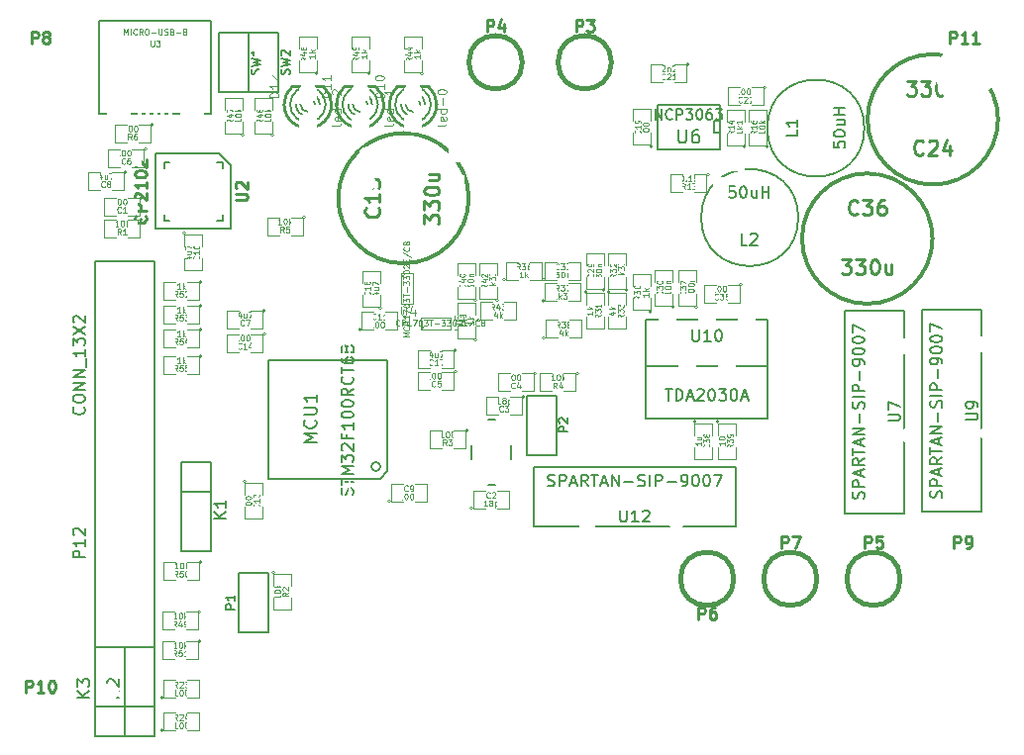
<source format=gto>
G04 (created by PCBNEW (2013-07-07 BZR 4022)-stable) date Sun 21 Dec 2014 12:52:01 PM MSK*
%MOIN*%
G04 Gerber Fmt 3.4, Leading zero omitted, Abs format*
%FSLAX34Y34*%
G01*
G70*
G90*
G04 APERTURE LIST*
%ADD10C,0.00590551*%
%ADD11C,0.0039*%
%ADD12C,0.006*%
%ADD13C,0.01*%
%ADD14C,0.008*%
%ADD15C,0.0031*%
%ADD16C,0.005*%
%ADD17C,0.012*%
%ADD18C,0.015*%
%ADD19C,0.0059*%
%ADD20C,0.0079*%
%ADD21C,0.0043*%
%ADD22C,0.0035*%
%ADD23C,0.0047*%
%ADD24C,0.00492126*%
%ADD25C,0.00985*%
%ADD26C,0.19685*%
%ADD27R,0.055X0.035*%
%ADD28R,0.06X0.06*%
%ADD29C,0.06*%
%ADD30C,0.066*%
%ADD31R,0.06X0.0098*%
%ADD32O,0.06X0.0098*%
%ADD33O,0.0098X0.06*%
%ADD34R,0.0315X0.0394*%
%ADD35R,0.0394X0.0315*%
%ADD36R,0.0236X0.0551*%
%ADD37R,0.035X0.055*%
%ADD38C,0.0590551*%
%ADD39R,0.015748X0.0531496*%
%ADD40R,0.0787402X0.0629921*%
%ADD41R,0.0748031X0.0748031*%
%ADD42R,0.055X0.055*%
%ADD43C,0.055*%
%ADD44R,0.0433X0.0748*%
%ADD45R,0.07X0.07*%
%ADD46C,0.07*%
%ADD47C,0.16*%
%ADD48O,0.0098X0.0394*%
%ADD49O,0.0394X0.0098*%
%ADD50R,0.11811X0.11811*%
G04 APERTURE END LIST*
G54D10*
G54D11*
X14468Y-1536D02*
G75*
G03X14468Y-1536I-50J0D01*
G74*
G01*
X14418Y-1086D02*
X14418Y-1486D01*
X14418Y-1486D02*
X13818Y-1486D01*
X13818Y-1486D02*
X13818Y-1086D01*
X13818Y-686D02*
X13818Y-286D01*
X13818Y-286D02*
X14418Y-286D01*
X14418Y-286D02*
X14418Y-686D01*
X12688Y-1536D02*
G75*
G03X12688Y-1536I-50J0D01*
G74*
G01*
X12638Y-1086D02*
X12638Y-1486D01*
X12638Y-1486D02*
X12038Y-1486D01*
X12038Y-1486D02*
X12038Y-1086D01*
X12038Y-686D02*
X12038Y-286D01*
X12038Y-286D02*
X12638Y-286D01*
X12638Y-286D02*
X12638Y-686D01*
X10928Y-1536D02*
G75*
G03X10928Y-1536I-50J0D01*
G74*
G01*
X10878Y-1086D02*
X10878Y-1486D01*
X10878Y-1486D02*
X10278Y-1486D01*
X10278Y-1486D02*
X10278Y-1086D01*
X10278Y-686D02*
X10278Y-286D01*
X10278Y-286D02*
X10878Y-286D01*
X10878Y-286D02*
X10878Y-686D01*
X8448Y-3616D02*
G75*
G03X8448Y-3616I-50J0D01*
G74*
G01*
X8398Y-3166D02*
X8398Y-3566D01*
X8398Y-3566D02*
X7798Y-3566D01*
X7798Y-3566D02*
X7798Y-3166D01*
X7798Y-2766D02*
X7798Y-2366D01*
X7798Y-2366D02*
X8398Y-2366D01*
X8398Y-2366D02*
X8398Y-2766D01*
X9448Y-3616D02*
G75*
G03X9448Y-3616I-50J0D01*
G74*
G01*
X9398Y-3166D02*
X9398Y-3566D01*
X9398Y-3566D02*
X8798Y-3566D01*
X8798Y-3566D02*
X8798Y-3166D01*
X8798Y-2766D02*
X8798Y-2366D01*
X8798Y-2366D02*
X9398Y-2366D01*
X9398Y-2366D02*
X9398Y-2766D01*
G54D12*
X7598Y-166D02*
X8598Y-166D01*
X8598Y-166D02*
X8598Y-2166D01*
X8598Y-2166D02*
X7598Y-2166D01*
X7598Y-2166D02*
X7598Y-166D01*
X8598Y-166D02*
X9598Y-166D01*
X9598Y-166D02*
X9598Y-2166D01*
X9598Y-2166D02*
X8598Y-2166D01*
X8598Y-2166D02*
X8598Y-166D01*
G54D13*
X14618Y-1966D02*
X13618Y-1966D01*
G54D12*
X13734Y-3047D02*
G75*
G03X14118Y-3186I384J460D01*
G74*
G01*
X14118Y-3186D02*
G75*
G03X14516Y-3035I0J599D01*
G74*
G01*
X14118Y-1987D02*
G75*
G03X13728Y-2131I0J-599D01*
G74*
G01*
X14502Y-2125D02*
G75*
G03X14118Y-1986I-384J-460D01*
G74*
G01*
X13769Y-2099D02*
G75*
G03X13518Y-2586I349J-487D01*
G74*
G01*
X13518Y-2586D02*
G75*
G03X13758Y-3066I600J0D01*
G74*
G01*
X14718Y-2586D02*
G75*
G03X14487Y-2114I-599J0D01*
G74*
G01*
X14487Y-3060D02*
G75*
G03X14718Y-2586I-368J473D01*
G74*
G01*
X13868Y-2586D02*
G75*
G03X14118Y-2836I250J0D01*
G74*
G01*
X13718Y-2586D02*
G75*
G03X14118Y-2986I400J0D01*
G74*
G01*
X14368Y-2586D02*
G75*
G03X14118Y-2336I-250J0D01*
G74*
G01*
X14518Y-2586D02*
G75*
G03X14118Y-2186I-400J0D01*
G74*
G01*
G54D13*
X13605Y-1973D02*
G75*
G03X13318Y-2586I513J-613D01*
G74*
G01*
X13319Y-2586D02*
G75*
G03X13742Y-3291I799J0D01*
G74*
G01*
X14917Y-2585D02*
G75*
G03X14634Y-1976I-798J-1D01*
G74*
G01*
X14516Y-3281D02*
G75*
G03X14918Y-2586I-397J694D01*
G74*
G01*
X13739Y-3291D02*
G75*
G03X14118Y-3386I379J704D01*
G74*
G01*
X14118Y-3386D02*
G75*
G03X14537Y-3267I0J799D01*
G74*
G01*
X12838Y-1966D02*
X11838Y-1966D01*
G54D12*
X11954Y-3047D02*
G75*
G03X12338Y-3186I384J460D01*
G74*
G01*
X12338Y-3186D02*
G75*
G03X12736Y-3035I0J599D01*
G74*
G01*
X12338Y-1987D02*
G75*
G03X11948Y-2131I0J-599D01*
G74*
G01*
X12722Y-2125D02*
G75*
G03X12338Y-1986I-384J-460D01*
G74*
G01*
X11989Y-2099D02*
G75*
G03X11738Y-2586I349J-487D01*
G74*
G01*
X11738Y-2586D02*
G75*
G03X11978Y-3066I600J0D01*
G74*
G01*
X12938Y-2586D02*
G75*
G03X12707Y-2114I-599J0D01*
G74*
G01*
X12707Y-3060D02*
G75*
G03X12938Y-2586I-368J473D01*
G74*
G01*
X12088Y-2586D02*
G75*
G03X12338Y-2836I250J0D01*
G74*
G01*
X11938Y-2586D02*
G75*
G03X12338Y-2986I400J0D01*
G74*
G01*
X12588Y-2586D02*
G75*
G03X12338Y-2336I-250J0D01*
G74*
G01*
X12738Y-2586D02*
G75*
G03X12338Y-2186I-400J0D01*
G74*
G01*
G54D13*
X11825Y-1973D02*
G75*
G03X11538Y-2586I513J-613D01*
G74*
G01*
X11539Y-2586D02*
G75*
G03X11962Y-3291I799J0D01*
G74*
G01*
X13137Y-2585D02*
G75*
G03X12854Y-1976I-798J-1D01*
G74*
G01*
X12736Y-3281D02*
G75*
G03X13138Y-2586I-397J694D01*
G74*
G01*
X11959Y-3291D02*
G75*
G03X12338Y-3386I379J704D01*
G74*
G01*
X12338Y-3386D02*
G75*
G03X12757Y-3267I0J799D01*
G74*
G01*
X11078Y-1966D02*
X10078Y-1966D01*
G54D12*
X10194Y-3047D02*
G75*
G03X10578Y-3186I384J460D01*
G74*
G01*
X10578Y-3186D02*
G75*
G03X10976Y-3035I0J599D01*
G74*
G01*
X10578Y-1987D02*
G75*
G03X10188Y-2131I0J-599D01*
G74*
G01*
X10962Y-2125D02*
G75*
G03X10578Y-1986I-384J-460D01*
G74*
G01*
X10229Y-2099D02*
G75*
G03X9978Y-2586I349J-487D01*
G74*
G01*
X9978Y-2586D02*
G75*
G03X10218Y-3066I600J0D01*
G74*
G01*
X11178Y-2586D02*
G75*
G03X10947Y-2114I-599J0D01*
G74*
G01*
X10947Y-3060D02*
G75*
G03X11178Y-2586I-368J473D01*
G74*
G01*
X10328Y-2586D02*
G75*
G03X10578Y-2836I250J0D01*
G74*
G01*
X10178Y-2586D02*
G75*
G03X10578Y-2986I400J0D01*
G74*
G01*
X10828Y-2586D02*
G75*
G03X10578Y-2336I-250J0D01*
G74*
G01*
X10978Y-2586D02*
G75*
G03X10578Y-2186I-400J0D01*
G74*
G01*
G54D13*
X10065Y-1973D02*
G75*
G03X9778Y-2586I513J-613D01*
G74*
G01*
X9779Y-2586D02*
G75*
G03X10202Y-3291I799J0D01*
G74*
G01*
X11377Y-2585D02*
G75*
G03X11094Y-1976I-798J-1D01*
G74*
G01*
X10976Y-3281D02*
G75*
G03X11378Y-2586I-397J694D01*
G74*
G01*
X10199Y-3291D02*
G75*
G03X10578Y-3386I379J704D01*
G74*
G01*
X10578Y-3386D02*
G75*
G03X10997Y-3267I0J799D01*
G74*
G01*
G54D14*
X13016Y-14786D02*
G75*
G03X13016Y-14786I-150J0D01*
G74*
G01*
X9266Y-11186D02*
X9266Y-15186D01*
X9266Y-15186D02*
X13016Y-15186D01*
X13016Y-15186D02*
X13266Y-14936D01*
X13266Y-14936D02*
X13266Y-11186D01*
X13266Y-11186D02*
X9266Y-11186D01*
G54D15*
X14498Y-10104D02*
G75*
G03X14498Y-10104I-62J0D01*
G74*
G01*
X15398Y-9766D02*
X15398Y-10166D01*
X14373Y-9766D02*
X14373Y-10166D01*
X15398Y-10166D02*
X14373Y-10166D01*
X14373Y-9766D02*
X15398Y-9766D01*
X13843Y-8323D02*
G75*
G03X13843Y-8323I-62J0D01*
G74*
G01*
X14118Y-9286D02*
X13718Y-9286D01*
X14118Y-8261D02*
X13718Y-8261D01*
X13718Y-9286D02*
X13718Y-8261D01*
X14118Y-8261D02*
X14118Y-9286D01*
G54D16*
X24447Y-2650D02*
X24447Y-2600D01*
X24447Y-2600D02*
X22347Y-2600D01*
X22347Y-4100D02*
X24447Y-4100D01*
X24447Y-4100D02*
X24447Y-2650D01*
X24447Y-3550D02*
X24247Y-3550D01*
X24247Y-3550D02*
X24247Y-3150D01*
X24247Y-3150D02*
X24447Y-3150D01*
X22347Y-4100D02*
X22347Y-2600D01*
G54D11*
X21348Y-8836D02*
G75*
G03X21348Y-8836I-50J0D01*
G74*
G01*
X21298Y-8386D02*
X21298Y-8786D01*
X21298Y-8786D02*
X20698Y-8786D01*
X20698Y-8786D02*
X20698Y-8386D01*
X20698Y-7986D02*
X20698Y-7586D01*
X20698Y-7586D02*
X21298Y-7586D01*
X21298Y-7586D02*
X21298Y-7986D01*
X23696Y-9409D02*
G75*
G03X23696Y-9409I-50J0D01*
G74*
G01*
X23646Y-8959D02*
X23646Y-9359D01*
X23646Y-9359D02*
X23046Y-9359D01*
X23046Y-9359D02*
X23046Y-8959D01*
X23046Y-8559D02*
X23046Y-8159D01*
X23046Y-8159D02*
X23646Y-8159D01*
X23646Y-8159D02*
X23646Y-8559D01*
X20588Y-8836D02*
G75*
G03X20588Y-8836I-50J0D01*
G74*
G01*
X20538Y-8386D02*
X20538Y-8786D01*
X20538Y-8786D02*
X19938Y-8786D01*
X19938Y-8786D02*
X19938Y-8386D01*
X19938Y-7986D02*
X19938Y-7586D01*
X19938Y-7586D02*
X20538Y-7586D01*
X20538Y-7586D02*
X20538Y-7986D01*
X18558Y-8486D02*
G75*
G03X18558Y-8486I-50J0D01*
G74*
G01*
X18958Y-8486D02*
X18558Y-8486D01*
X18558Y-8486D02*
X18558Y-7886D01*
X18558Y-7886D02*
X18958Y-7886D01*
X19358Y-7886D02*
X19758Y-7886D01*
X19758Y-7886D02*
X19758Y-8486D01*
X19758Y-8486D02*
X19358Y-8486D01*
X16268Y-9176D02*
G75*
G03X16268Y-9176I-50J0D01*
G74*
G01*
X16218Y-8726D02*
X16218Y-9126D01*
X16218Y-9126D02*
X15618Y-9126D01*
X15618Y-9126D02*
X15618Y-8726D01*
X15618Y-8326D02*
X15618Y-7926D01*
X15618Y-7926D02*
X16218Y-7926D01*
X16218Y-7926D02*
X16218Y-8326D01*
X22909Y-9409D02*
G75*
G03X22909Y-9409I-50J0D01*
G74*
G01*
X22859Y-8959D02*
X22859Y-9359D01*
X22859Y-9359D02*
X22259Y-9359D01*
X22259Y-9359D02*
X22259Y-8959D01*
X22259Y-8559D02*
X22259Y-8159D01*
X22259Y-8159D02*
X22859Y-8159D01*
X22859Y-8159D02*
X22859Y-8559D01*
X22161Y-9567D02*
G75*
G03X22161Y-9567I-50J0D01*
G74*
G01*
X22111Y-9117D02*
X22111Y-9517D01*
X22111Y-9517D02*
X21511Y-9517D01*
X21511Y-9517D02*
X21511Y-9117D01*
X21511Y-8717D02*
X21511Y-8317D01*
X21511Y-8317D02*
X22111Y-8317D01*
X22111Y-8317D02*
X22111Y-8717D01*
X18558Y-9206D02*
G75*
G03X18558Y-9206I-50J0D01*
G74*
G01*
X18958Y-9206D02*
X18558Y-9206D01*
X18558Y-9206D02*
X18558Y-8606D01*
X18558Y-8606D02*
X18958Y-8606D01*
X19358Y-8606D02*
X19758Y-8606D01*
X19758Y-8606D02*
X19758Y-9206D01*
X19758Y-9206D02*
X19358Y-9206D01*
X17008Y-9176D02*
G75*
G03X17008Y-9176I-50J0D01*
G74*
G01*
X16958Y-8726D02*
X16958Y-9126D01*
X16958Y-9126D02*
X16358Y-9126D01*
X16358Y-9126D02*
X16358Y-8726D01*
X16358Y-8326D02*
X16358Y-7926D01*
X16358Y-7926D02*
X16958Y-7926D01*
X16958Y-7926D02*
X16958Y-8326D01*
X10503Y-6392D02*
G75*
G03X10503Y-6392I-50J0D01*
G74*
G01*
X10003Y-6392D02*
X10403Y-6392D01*
X10403Y-6392D02*
X10403Y-6992D01*
X10403Y-6992D02*
X10003Y-6992D01*
X9603Y-6992D02*
X9203Y-6992D01*
X9203Y-6992D02*
X9203Y-6392D01*
X9203Y-6392D02*
X9603Y-6392D01*
X9468Y-18356D02*
G75*
G03X9468Y-18356I-50J0D01*
G74*
G01*
X9418Y-18806D02*
X9418Y-18406D01*
X9418Y-18406D02*
X10018Y-18406D01*
X10018Y-18406D02*
X10018Y-18806D01*
X10018Y-19206D02*
X10018Y-19606D01*
X10018Y-19606D02*
X9418Y-19606D01*
X9418Y-19606D02*
X9418Y-19206D01*
X25207Y-8656D02*
G75*
G03X25207Y-8656I-50J0D01*
G74*
G01*
X24707Y-8656D02*
X25107Y-8656D01*
X25107Y-8656D02*
X25107Y-9256D01*
X25107Y-9256D02*
X24707Y-9256D01*
X24307Y-9256D02*
X23907Y-9256D01*
X23907Y-9256D02*
X23907Y-8656D01*
X23907Y-8656D02*
X24307Y-8656D01*
X5718Y-23666D02*
G75*
G03X5718Y-23666I-50J0D01*
G74*
G01*
X6118Y-23666D02*
X5718Y-23666D01*
X5718Y-23666D02*
X5718Y-23066D01*
X5718Y-23066D02*
X6118Y-23066D01*
X6518Y-23066D02*
X6918Y-23066D01*
X6918Y-23066D02*
X6918Y-23666D01*
X6918Y-23666D02*
X6518Y-23666D01*
X5718Y-22566D02*
G75*
G03X5718Y-22566I-50J0D01*
G74*
G01*
X6118Y-22566D02*
X5718Y-22566D01*
X5718Y-22566D02*
X5718Y-21966D01*
X5718Y-21966D02*
X6118Y-21966D01*
X6518Y-21966D02*
X6918Y-21966D01*
X6918Y-21966D02*
X6918Y-22566D01*
X6918Y-22566D02*
X6518Y-22566D01*
X26079Y-4007D02*
G75*
G03X26079Y-4007I-50J0D01*
G74*
G01*
X26029Y-3557D02*
X26029Y-3957D01*
X26029Y-3957D02*
X25429Y-3957D01*
X25429Y-3957D02*
X25429Y-3557D01*
X25429Y-3157D02*
X25429Y-2757D01*
X25429Y-2757D02*
X26029Y-2757D01*
X26029Y-2757D02*
X26029Y-3157D01*
X9163Y-10320D02*
G75*
G03X9163Y-10320I-50J0D01*
G74*
G01*
X8663Y-10320D02*
X9063Y-10320D01*
X9063Y-10320D02*
X9063Y-10920D01*
X9063Y-10920D02*
X8663Y-10920D01*
X8263Y-10920D02*
X7863Y-10920D01*
X7863Y-10920D02*
X7863Y-10320D01*
X7863Y-10320D02*
X8263Y-10320D01*
X15598Y-10866D02*
G75*
G03X15598Y-10866I-50J0D01*
G74*
G01*
X15098Y-10866D02*
X15498Y-10866D01*
X15498Y-10866D02*
X15498Y-11466D01*
X15498Y-11466D02*
X15098Y-11466D01*
X14698Y-11466D02*
X14298Y-11466D01*
X14298Y-11466D02*
X14298Y-10866D01*
X14298Y-10866D02*
X14698Y-10866D01*
X23641Y-13272D02*
G75*
G03X23641Y-13272I-50J0D01*
G74*
G01*
X23591Y-13722D02*
X23591Y-13322D01*
X23591Y-13322D02*
X24191Y-13322D01*
X24191Y-13322D02*
X24191Y-13722D01*
X24191Y-14122D02*
X24191Y-14522D01*
X24191Y-14522D02*
X23591Y-14522D01*
X23591Y-14522D02*
X23591Y-14122D01*
X24429Y-13272D02*
G75*
G03X24429Y-13272I-50J0D01*
G74*
G01*
X24379Y-13722D02*
X24379Y-13322D01*
X24379Y-13322D02*
X24979Y-13322D01*
X24979Y-13322D02*
X24979Y-13722D01*
X24979Y-14122D02*
X24979Y-14522D01*
X24979Y-14522D02*
X24379Y-14522D01*
X24379Y-14522D02*
X24379Y-14122D01*
X13068Y-9436D02*
G75*
G03X13068Y-9436I-50J0D01*
G74*
G01*
X13018Y-8986D02*
X13018Y-9386D01*
X13018Y-9386D02*
X12418Y-9386D01*
X12418Y-9386D02*
X12418Y-8986D01*
X12418Y-8586D02*
X12418Y-8186D01*
X12418Y-8186D02*
X13018Y-8186D01*
X13018Y-8186D02*
X13018Y-8586D01*
X15978Y-13566D02*
G75*
G03X15978Y-13566I-50J0D01*
G74*
G01*
X15478Y-13566D02*
X15878Y-13566D01*
X15878Y-13566D02*
X15878Y-14166D01*
X15878Y-14166D02*
X15478Y-14166D01*
X15078Y-14166D02*
X14678Y-14166D01*
X14678Y-14166D02*
X14678Y-13566D01*
X14678Y-13566D02*
X15078Y-13566D01*
X16138Y-16186D02*
G75*
G03X16138Y-16186I-50J0D01*
G74*
G01*
X16538Y-16186D02*
X16138Y-16186D01*
X16138Y-16186D02*
X16138Y-15586D01*
X16138Y-15586D02*
X16538Y-15586D01*
X16938Y-15586D02*
X17338Y-15586D01*
X17338Y-15586D02*
X17338Y-16186D01*
X17338Y-16186D02*
X16938Y-16186D01*
X17878Y-12426D02*
G75*
G03X17878Y-12426I-50J0D01*
G74*
G01*
X17378Y-12426D02*
X17778Y-12426D01*
X17778Y-12426D02*
X17778Y-13026D01*
X17778Y-13026D02*
X17378Y-13026D01*
X16978Y-13026D02*
X16578Y-13026D01*
X16578Y-13026D02*
X16578Y-12426D01*
X16578Y-12426D02*
X16978Y-12426D01*
X19698Y-11646D02*
G75*
G03X19698Y-11646I-50J0D01*
G74*
G01*
X19198Y-11646D02*
X19598Y-11646D01*
X19598Y-11646D02*
X19598Y-12246D01*
X19598Y-12246D02*
X19198Y-12246D01*
X18798Y-12246D02*
X18398Y-12246D01*
X18398Y-12246D02*
X18398Y-11646D01*
X18398Y-11646D02*
X18798Y-11646D01*
X18278Y-11646D02*
G75*
G03X18278Y-11646I-50J0D01*
G74*
G01*
X17778Y-11646D02*
X18178Y-11646D01*
X18178Y-11646D02*
X18178Y-12246D01*
X18178Y-12246D02*
X17778Y-12246D01*
X17378Y-12246D02*
X16978Y-12246D01*
X16978Y-12246D02*
X16978Y-11646D01*
X16978Y-11646D02*
X17378Y-11646D01*
X9163Y-9532D02*
G75*
G03X9163Y-9532I-50J0D01*
G74*
G01*
X8663Y-9532D02*
X9063Y-9532D01*
X9063Y-9532D02*
X9063Y-10132D01*
X9063Y-10132D02*
X8663Y-10132D01*
X8263Y-10132D02*
X7863Y-10132D01*
X7863Y-10132D02*
X7863Y-9532D01*
X7863Y-9532D02*
X8263Y-9532D01*
X8489Y-15285D02*
G75*
G03X8489Y-15285I-50J0D01*
G74*
G01*
X8439Y-15735D02*
X8439Y-15335D01*
X8439Y-15335D02*
X9039Y-15335D01*
X9039Y-15335D02*
X9039Y-15735D01*
X9039Y-16135D02*
X9039Y-16535D01*
X9039Y-16535D02*
X8439Y-16535D01*
X8439Y-16535D02*
X8439Y-16135D01*
X12391Y-10172D02*
G75*
G03X12391Y-10172I-50J0D01*
G74*
G01*
X12791Y-10172D02*
X12391Y-10172D01*
X12391Y-10172D02*
X12391Y-9572D01*
X12391Y-9572D02*
X12791Y-9572D01*
X13191Y-9572D02*
X13591Y-9572D01*
X13591Y-9572D02*
X13591Y-10172D01*
X13591Y-10172D02*
X13191Y-10172D01*
X13375Y-15959D02*
G75*
G03X13375Y-15959I-50J0D01*
G74*
G01*
X13775Y-15959D02*
X13375Y-15959D01*
X13375Y-15959D02*
X13375Y-15359D01*
X13375Y-15359D02*
X13775Y-15359D01*
X14175Y-15359D02*
X14575Y-15359D01*
X14575Y-15359D02*
X14575Y-15959D01*
X14575Y-15959D02*
X14175Y-15959D01*
X15601Y-11589D02*
G75*
G03X15601Y-11589I-50J0D01*
G74*
G01*
X15101Y-11589D02*
X15501Y-11589D01*
X15501Y-11589D02*
X15501Y-12189D01*
X15501Y-12189D02*
X15101Y-12189D01*
X14701Y-12189D02*
X14301Y-12189D01*
X14301Y-12189D02*
X14301Y-11589D01*
X14301Y-11589D02*
X14701Y-11589D01*
X4478Y-4866D02*
G75*
G03X4478Y-4866I-50J0D01*
G74*
G01*
X3978Y-4866D02*
X4378Y-4866D01*
X4378Y-4866D02*
X4378Y-5466D01*
X4378Y-5466D02*
X3978Y-5466D01*
X3578Y-5466D02*
X3178Y-5466D01*
X3178Y-5466D02*
X3178Y-4866D01*
X3178Y-4866D02*
X3578Y-4866D01*
X5378Y-3266D02*
G75*
G03X5378Y-3266I-50J0D01*
G74*
G01*
X4878Y-3266D02*
X5278Y-3266D01*
X5278Y-3266D02*
X5278Y-3866D01*
X5278Y-3866D02*
X4878Y-3866D01*
X4478Y-3866D02*
X4078Y-3866D01*
X4078Y-3866D02*
X4078Y-3266D01*
X4078Y-3266D02*
X4478Y-3266D01*
X5158Y-4086D02*
G75*
G03X5158Y-4086I-50J0D01*
G74*
G01*
X4658Y-4086D02*
X5058Y-4086D01*
X5058Y-4086D02*
X5058Y-4686D01*
X5058Y-4686D02*
X4658Y-4686D01*
X4258Y-4686D02*
X3858Y-4686D01*
X3858Y-4686D02*
X3858Y-4086D01*
X3858Y-4086D02*
X4258Y-4086D01*
X5018Y-5726D02*
G75*
G03X5018Y-5726I-50J0D01*
G74*
G01*
X4518Y-5726D02*
X4918Y-5726D01*
X4918Y-5726D02*
X4918Y-6326D01*
X4918Y-6326D02*
X4518Y-6326D01*
X4118Y-6326D02*
X3718Y-6326D01*
X3718Y-6326D02*
X3718Y-5726D01*
X3718Y-5726D02*
X4118Y-5726D01*
X5018Y-6466D02*
G75*
G03X5018Y-6466I-50J0D01*
G74*
G01*
X4518Y-6466D02*
X4918Y-6466D01*
X4918Y-6466D02*
X4918Y-7066D01*
X4918Y-7066D02*
X4518Y-7066D01*
X4118Y-7066D02*
X3718Y-7066D01*
X3718Y-7066D02*
X3718Y-6466D01*
X3718Y-6466D02*
X4118Y-6466D01*
X25319Y-4007D02*
G75*
G03X25319Y-4007I-50J0D01*
G74*
G01*
X25269Y-3557D02*
X25269Y-3957D01*
X25269Y-3957D02*
X24669Y-3957D01*
X24669Y-3957D02*
X24669Y-3557D01*
X24669Y-3157D02*
X24669Y-2757D01*
X24669Y-2757D02*
X25269Y-2757D01*
X25269Y-2757D02*
X25269Y-3157D01*
X26009Y-2017D02*
G75*
G03X26009Y-2017I-50J0D01*
G74*
G01*
X25509Y-2017D02*
X25909Y-2017D01*
X25909Y-2017D02*
X25909Y-2617D01*
X25909Y-2617D02*
X25509Y-2617D01*
X25109Y-2617D02*
X24709Y-2617D01*
X24709Y-2617D02*
X24709Y-2017D01*
X24709Y-2017D02*
X25109Y-2017D01*
X23428Y-1239D02*
G75*
G03X23428Y-1239I-50J0D01*
G74*
G01*
X22928Y-1239D02*
X23328Y-1239D01*
X23328Y-1239D02*
X23328Y-1839D01*
X23328Y-1839D02*
X22928Y-1839D01*
X22528Y-1839D02*
X22128Y-1839D01*
X22128Y-1839D02*
X22128Y-1239D01*
X22128Y-1239D02*
X22528Y-1239D01*
X22172Y-4000D02*
G75*
G03X22172Y-4000I-50J0D01*
G74*
G01*
X22122Y-3550D02*
X22122Y-3950D01*
X22122Y-3950D02*
X21522Y-3950D01*
X21522Y-3950D02*
X21522Y-3550D01*
X21522Y-3150D02*
X21522Y-2750D01*
X21522Y-2750D02*
X22122Y-2750D01*
X22122Y-2750D02*
X22122Y-3150D01*
X24097Y-4940D02*
G75*
G03X24097Y-4940I-50J0D01*
G74*
G01*
X23597Y-4940D02*
X23997Y-4940D01*
X23997Y-4940D02*
X23997Y-5540D01*
X23997Y-5540D02*
X23597Y-5540D01*
X23197Y-5540D02*
X22797Y-5540D01*
X22797Y-5540D02*
X22797Y-4940D01*
X22797Y-4940D02*
X23197Y-4940D01*
X18578Y-10446D02*
G75*
G03X18578Y-10446I-50J0D01*
G74*
G01*
X18978Y-10446D02*
X18578Y-10446D01*
X18578Y-10446D02*
X18578Y-9846D01*
X18578Y-9846D02*
X18978Y-9846D01*
X19378Y-9846D02*
X19778Y-9846D01*
X19778Y-9846D02*
X19778Y-10446D01*
X19778Y-10446D02*
X19378Y-10446D01*
X17238Y-8486D02*
G75*
G03X17238Y-8486I-50J0D01*
G74*
G01*
X17638Y-8486D02*
X17238Y-8486D01*
X17238Y-8486D02*
X17238Y-7886D01*
X17238Y-7886D02*
X17638Y-7886D01*
X18038Y-7886D02*
X18438Y-7886D01*
X18438Y-7886D02*
X18438Y-8486D01*
X18438Y-8486D02*
X18038Y-8486D01*
X16378Y-9846D02*
G75*
G03X16378Y-9846I-50J0D01*
G74*
G01*
X16778Y-9846D02*
X16378Y-9846D01*
X16378Y-9846D02*
X16378Y-9246D01*
X16378Y-9246D02*
X16778Y-9246D01*
X17178Y-9246D02*
X17578Y-9246D01*
X17578Y-9246D02*
X17578Y-9846D01*
X17578Y-9846D02*
X17178Y-9846D01*
X16268Y-10516D02*
G75*
G03X16268Y-10516I-50J0D01*
G74*
G01*
X16218Y-10066D02*
X16218Y-10466D01*
X16218Y-10466D02*
X15618Y-10466D01*
X15618Y-10466D02*
X15618Y-10066D01*
X15618Y-9666D02*
X15618Y-9266D01*
X15618Y-9266D02*
X16218Y-9266D01*
X16218Y-9266D02*
X16218Y-9666D01*
X19988Y-8896D02*
G75*
G03X19988Y-8896I-50J0D01*
G74*
G01*
X19938Y-9346D02*
X19938Y-8946D01*
X19938Y-8946D02*
X20538Y-8946D01*
X20538Y-8946D02*
X20538Y-9346D01*
X20538Y-9746D02*
X20538Y-10146D01*
X20538Y-10146D02*
X19938Y-10146D01*
X19938Y-10146D02*
X19938Y-9746D01*
X20748Y-8896D02*
G75*
G03X20748Y-8896I-50J0D01*
G74*
G01*
X20698Y-9346D02*
X20698Y-8946D01*
X20698Y-8946D02*
X21298Y-8946D01*
X21298Y-8946D02*
X21298Y-9346D01*
X21298Y-9746D02*
X21298Y-10146D01*
X21298Y-10146D02*
X20698Y-10146D01*
X20698Y-10146D02*
X20698Y-9746D01*
G54D10*
X29311Y-3385D02*
G75*
G03X29311Y-3385I-1633J0D01*
G74*
G01*
X27086Y-6397D02*
G75*
G03X27086Y-6397I-1633J0D01*
G74*
G01*
G54D12*
X5418Y-23866D02*
X4418Y-23866D01*
X4418Y-23866D02*
X4418Y-20866D01*
X4418Y-20866D02*
X5418Y-20866D01*
X5418Y-20866D02*
X5418Y-23866D01*
X4418Y-22866D02*
X5418Y-22866D01*
X6320Y-14641D02*
X7320Y-14641D01*
X7320Y-14641D02*
X7320Y-17641D01*
X7320Y-17641D02*
X6320Y-17641D01*
X6320Y-17641D02*
X6320Y-14641D01*
X7320Y-15641D02*
X6320Y-15641D01*
X4418Y-23866D02*
X3418Y-23866D01*
X3418Y-23866D02*
X3418Y-20866D01*
X3418Y-20866D02*
X4418Y-20866D01*
X4418Y-20866D02*
X4418Y-23866D01*
X3418Y-22866D02*
X4418Y-22866D01*
X9258Y-20366D02*
X8258Y-20366D01*
X8258Y-20366D02*
X8258Y-18366D01*
X8258Y-18366D02*
X9258Y-18366D01*
X9258Y-18366D02*
X9258Y-20366D01*
X17958Y-12386D02*
X18958Y-12386D01*
X18958Y-12386D02*
X18958Y-14386D01*
X18958Y-14386D02*
X17958Y-14386D01*
X17958Y-14386D02*
X17958Y-12386D01*
G54D10*
X7331Y236D02*
X7331Y-2913D01*
X7331Y-2913D02*
X3552Y-2913D01*
X3552Y-2913D02*
X3552Y236D01*
X7331Y236D02*
X3552Y236D01*
G54D16*
X16641Y-15398D02*
X16875Y-15398D01*
X17421Y-14540D02*
X17421Y-14072D01*
X16641Y-13214D02*
X16875Y-13214D01*
X16095Y-14540D02*
X16095Y-14072D01*
G54D17*
X33809Y-3090D02*
G75*
G03X33809Y-3090I-2195J0D01*
G74*
G01*
X31604Y-7106D02*
G75*
G03X31604Y-7106I-2195J0D01*
G74*
G01*
X15994Y-5746D02*
G75*
G03X15994Y-5746I-2195J0D01*
G74*
G01*
G54D18*
X20798Y-1166D02*
G75*
G03X20798Y-1166I-900J0D01*
G74*
G01*
X17798Y-1166D02*
G75*
G03X17798Y-1166I-900J0D01*
G74*
G01*
X30518Y-18566D02*
G75*
G03X30518Y-18566I-900J0D01*
G74*
G01*
X27718Y-18566D02*
G75*
G03X27718Y-18566I-900J0D01*
G74*
G01*
X24918Y-18566D02*
G75*
G03X24918Y-18566I-900J0D01*
G74*
G01*
G54D10*
X26057Y-13174D02*
X26057Y-9828D01*
X21962Y-13174D02*
X21962Y-9828D01*
X21962Y-11403D02*
X26057Y-11403D01*
X21962Y-9828D02*
X26057Y-9828D01*
X21962Y-13174D02*
X26057Y-13174D01*
X31263Y-9507D02*
X31263Y-16318D01*
X33263Y-9507D02*
X33263Y-16318D01*
X33263Y-16318D02*
X31263Y-16318D01*
X33263Y-9507D02*
X31263Y-9507D01*
X28645Y-9547D02*
X28645Y-16358D01*
X30645Y-9547D02*
X30645Y-16358D01*
X30645Y-16358D02*
X28645Y-16358D01*
X30645Y-9547D02*
X28645Y-9547D01*
X24980Y-14787D02*
X18169Y-14787D01*
X24980Y-16787D02*
X18169Y-16787D01*
X18169Y-16787D02*
X18169Y-14787D01*
X24980Y-16787D02*
X24980Y-14787D01*
G54D11*
X6471Y-6928D02*
G75*
G03X6471Y-6928I-50J0D01*
G74*
G01*
X6421Y-7378D02*
X6421Y-6978D01*
X6421Y-6978D02*
X7021Y-6978D01*
X7021Y-6978D02*
X7021Y-7378D01*
X7021Y-7778D02*
X7021Y-8178D01*
X7021Y-8178D02*
X6421Y-8178D01*
X6421Y-8178D02*
X6421Y-7778D01*
G54D19*
X5461Y-4251D02*
X5461Y-6771D01*
X5461Y-6771D02*
X7981Y-6771D01*
X7981Y-6771D02*
X7981Y-4645D01*
X7981Y-4645D02*
X7587Y-4251D01*
X7587Y-4251D02*
X5461Y-4251D01*
G54D20*
X7705Y-4724D02*
X7705Y-4527D01*
X7705Y-4527D02*
X7508Y-4527D01*
X7508Y-6495D02*
X7705Y-6495D01*
X7705Y-6495D02*
X7705Y-6298D01*
X5737Y-6298D02*
X5737Y-6495D01*
X5737Y-6495D02*
X5934Y-6495D01*
X5934Y-4527D02*
X5737Y-4527D01*
X5737Y-4527D02*
X5737Y-4724D01*
G54D11*
X6979Y-19680D02*
G75*
G03X6979Y-19680I-50J0D01*
G74*
G01*
X6479Y-19680D02*
X6879Y-19680D01*
X6879Y-19680D02*
X6879Y-20280D01*
X6879Y-20280D02*
X6479Y-20280D01*
X6079Y-20280D02*
X5679Y-20280D01*
X5679Y-20280D02*
X5679Y-19680D01*
X5679Y-19680D02*
X6079Y-19680D01*
X6979Y-20664D02*
G75*
G03X6979Y-20664I-50J0D01*
G74*
G01*
X6479Y-20664D02*
X6879Y-20664D01*
X6879Y-20664D02*
X6879Y-21264D01*
X6879Y-21264D02*
X6479Y-21264D01*
X6079Y-21264D02*
X5679Y-21264D01*
X5679Y-21264D02*
X5679Y-20664D01*
X5679Y-20664D02*
X6079Y-20664D01*
X7018Y-17987D02*
G75*
G03X7018Y-17987I-50J0D01*
G74*
G01*
X6518Y-17987D02*
X6918Y-17987D01*
X6918Y-17987D02*
X6918Y-18587D01*
X6918Y-18587D02*
X6518Y-18587D01*
X6118Y-18587D02*
X5718Y-18587D01*
X5718Y-18587D02*
X5718Y-17987D01*
X5718Y-17987D02*
X6118Y-17987D01*
X7018Y-8566D02*
G75*
G03X7018Y-8566I-50J0D01*
G74*
G01*
X6518Y-8566D02*
X6918Y-8566D01*
X6918Y-8566D02*
X6918Y-9166D01*
X6918Y-9166D02*
X6518Y-9166D01*
X6118Y-9166D02*
X5718Y-9166D01*
X5718Y-9166D02*
X5718Y-8566D01*
X5718Y-8566D02*
X6118Y-8566D01*
X7018Y-9366D02*
G75*
G03X7018Y-9366I-50J0D01*
G74*
G01*
X6518Y-9366D02*
X6918Y-9366D01*
X6918Y-9366D02*
X6918Y-9966D01*
X6918Y-9966D02*
X6518Y-9966D01*
X6118Y-9966D02*
X5718Y-9966D01*
X5718Y-9966D02*
X5718Y-9366D01*
X5718Y-9366D02*
X6118Y-9366D01*
X7018Y-10166D02*
G75*
G03X7018Y-10166I-50J0D01*
G74*
G01*
X6518Y-10166D02*
X6918Y-10166D01*
X6918Y-10166D02*
X6918Y-10766D01*
X6918Y-10766D02*
X6518Y-10766D01*
X6118Y-10766D02*
X5718Y-10766D01*
X5718Y-10766D02*
X5718Y-10166D01*
X5718Y-10166D02*
X6118Y-10166D01*
X7018Y-11066D02*
G75*
G03X7018Y-11066I-50J0D01*
G74*
G01*
X6518Y-11066D02*
X6918Y-11066D01*
X6918Y-11066D02*
X6918Y-11666D01*
X6918Y-11666D02*
X6518Y-11666D01*
X6118Y-11666D02*
X5718Y-11666D01*
X5718Y-11666D02*
X5718Y-11066D01*
X5718Y-11066D02*
X6118Y-11066D01*
G54D14*
X5418Y-20866D02*
X5418Y-7866D01*
X3418Y-7866D02*
X3418Y-20866D01*
X3418Y-20866D02*
X5418Y-20866D01*
X5418Y-7866D02*
X3418Y-7866D01*
G54D13*
X32323Y-17528D02*
X32323Y-17128D01*
X32476Y-17128D01*
X32514Y-17147D01*
X32533Y-17166D01*
X32552Y-17205D01*
X32552Y-17262D01*
X32533Y-17300D01*
X32514Y-17319D01*
X32476Y-17338D01*
X32323Y-17338D01*
X32742Y-17528D02*
X32818Y-17528D01*
X32856Y-17509D01*
X32876Y-17490D01*
X32914Y-17433D01*
X32933Y-17357D01*
X32933Y-17205D01*
X32914Y-17166D01*
X32895Y-17147D01*
X32856Y-17128D01*
X32780Y-17128D01*
X32742Y-17147D01*
X32723Y-17166D01*
X32704Y-17205D01*
X32704Y-17300D01*
X32723Y-17338D01*
X32742Y-17357D01*
X32780Y-17376D01*
X32856Y-17376D01*
X32895Y-17357D01*
X32914Y-17338D01*
X32933Y-17300D01*
X1089Y-22387D02*
X1089Y-21987D01*
X1241Y-21987D01*
X1279Y-22006D01*
X1298Y-22025D01*
X1317Y-22063D01*
X1317Y-22120D01*
X1298Y-22158D01*
X1279Y-22177D01*
X1241Y-22196D01*
X1089Y-22196D01*
X1698Y-22387D02*
X1470Y-22387D01*
X1584Y-22387D02*
X1584Y-21987D01*
X1546Y-22044D01*
X1508Y-22082D01*
X1470Y-22101D01*
X1946Y-21987D02*
X1984Y-21987D01*
X2022Y-22006D01*
X2041Y-22025D01*
X2060Y-22063D01*
X2079Y-22139D01*
X2079Y-22234D01*
X2060Y-22310D01*
X2041Y-22349D01*
X2022Y-22368D01*
X1984Y-22387D01*
X1946Y-22387D01*
X1908Y-22368D01*
X1889Y-22349D01*
X1870Y-22310D01*
X1850Y-22234D01*
X1850Y-22139D01*
X1870Y-22063D01*
X1889Y-22025D01*
X1908Y-22006D01*
X1946Y-21987D01*
X32191Y-536D02*
X32191Y-136D01*
X32343Y-136D01*
X32381Y-155D01*
X32400Y-174D01*
X32420Y-212D01*
X32420Y-270D01*
X32400Y-308D01*
X32381Y-327D01*
X32343Y-346D01*
X32191Y-346D01*
X32800Y-536D02*
X32572Y-536D01*
X32686Y-536D02*
X32686Y-136D01*
X32648Y-193D01*
X32610Y-231D01*
X32572Y-250D01*
X33181Y-536D02*
X32953Y-536D01*
X33067Y-536D02*
X33067Y-136D01*
X33029Y-193D01*
X32991Y-231D01*
X32953Y-250D01*
X1279Y-536D02*
X1279Y-136D01*
X1431Y-136D01*
X1470Y-155D01*
X1489Y-174D01*
X1508Y-212D01*
X1508Y-270D01*
X1489Y-308D01*
X1470Y-327D01*
X1431Y-346D01*
X1279Y-346D01*
X1736Y-308D02*
X1698Y-289D01*
X1679Y-270D01*
X1660Y-231D01*
X1660Y-212D01*
X1679Y-174D01*
X1698Y-155D01*
X1736Y-136D01*
X1812Y-136D01*
X1850Y-155D01*
X1870Y-174D01*
X1889Y-212D01*
X1889Y-231D01*
X1870Y-270D01*
X1850Y-289D01*
X1812Y-308D01*
X1736Y-308D01*
X1698Y-327D01*
X1679Y-346D01*
X1660Y-384D01*
X1660Y-460D01*
X1679Y-498D01*
X1698Y-517D01*
X1736Y-536D01*
X1812Y-536D01*
X1850Y-517D01*
X1870Y-498D01*
X1889Y-460D01*
X1889Y-384D01*
X1870Y-346D01*
X1850Y-327D01*
X1812Y-308D01*
G54D21*
X14073Y-1013D02*
X13979Y-1079D01*
X14073Y-1126D02*
X13876Y-1126D01*
X13876Y-1051D01*
X13886Y-1032D01*
X13895Y-1022D01*
X13914Y-1013D01*
X13942Y-1013D01*
X13961Y-1022D01*
X13970Y-1032D01*
X13979Y-1051D01*
X13979Y-1126D01*
X13942Y-844D02*
X14073Y-844D01*
X13867Y-891D02*
X14007Y-938D01*
X14007Y-816D01*
X13942Y-657D02*
X14073Y-657D01*
X13867Y-704D02*
X14007Y-750D01*
X14007Y-628D01*
X14348Y-910D02*
X14348Y-1022D01*
X14348Y-966D02*
X14151Y-966D01*
X14179Y-985D01*
X14198Y-1004D01*
X14207Y-1022D01*
X14348Y-825D02*
X14151Y-825D01*
X14273Y-807D02*
X14348Y-750D01*
X14217Y-750D02*
X14292Y-825D01*
X12293Y-1013D02*
X12199Y-1079D01*
X12293Y-1126D02*
X12096Y-1126D01*
X12096Y-1051D01*
X12106Y-1032D01*
X12115Y-1022D01*
X12134Y-1013D01*
X12162Y-1013D01*
X12181Y-1022D01*
X12190Y-1032D01*
X12199Y-1051D01*
X12199Y-1126D01*
X12162Y-844D02*
X12293Y-844D01*
X12087Y-891D02*
X12227Y-938D01*
X12227Y-816D01*
X12096Y-647D02*
X12096Y-741D01*
X12190Y-750D01*
X12181Y-741D01*
X12171Y-722D01*
X12171Y-675D01*
X12181Y-657D01*
X12190Y-647D01*
X12209Y-638D01*
X12256Y-638D01*
X12274Y-647D01*
X12284Y-657D01*
X12293Y-675D01*
X12293Y-722D01*
X12284Y-741D01*
X12274Y-750D01*
X12568Y-910D02*
X12568Y-1022D01*
X12568Y-966D02*
X12371Y-966D01*
X12399Y-985D01*
X12418Y-1004D01*
X12427Y-1022D01*
X12568Y-825D02*
X12371Y-825D01*
X12493Y-807D02*
X12568Y-750D01*
X12437Y-750D02*
X12512Y-825D01*
X10533Y-1013D02*
X10439Y-1079D01*
X10533Y-1126D02*
X10336Y-1126D01*
X10336Y-1051D01*
X10346Y-1032D01*
X10355Y-1022D01*
X10374Y-1013D01*
X10402Y-1013D01*
X10421Y-1022D01*
X10430Y-1032D01*
X10439Y-1051D01*
X10439Y-1126D01*
X10402Y-844D02*
X10533Y-844D01*
X10327Y-891D02*
X10467Y-938D01*
X10467Y-816D01*
X10336Y-657D02*
X10336Y-694D01*
X10346Y-713D01*
X10355Y-722D01*
X10383Y-741D01*
X10421Y-750D01*
X10496Y-750D01*
X10514Y-741D01*
X10524Y-732D01*
X10533Y-713D01*
X10533Y-675D01*
X10524Y-657D01*
X10514Y-647D01*
X10496Y-638D01*
X10449Y-638D01*
X10430Y-647D01*
X10421Y-657D01*
X10411Y-675D01*
X10411Y-713D01*
X10421Y-732D01*
X10430Y-741D01*
X10449Y-750D01*
X10808Y-910D02*
X10808Y-1022D01*
X10808Y-966D02*
X10611Y-966D01*
X10639Y-985D01*
X10658Y-1004D01*
X10667Y-1022D01*
X10808Y-825D02*
X10611Y-825D01*
X10733Y-807D02*
X10808Y-750D01*
X10677Y-750D02*
X10752Y-825D01*
X8053Y-3093D02*
X7959Y-3159D01*
X8053Y-3206D02*
X7856Y-3206D01*
X7856Y-3131D01*
X7866Y-3112D01*
X7875Y-3102D01*
X7894Y-3093D01*
X7922Y-3093D01*
X7941Y-3102D01*
X7950Y-3112D01*
X7959Y-3131D01*
X7959Y-3206D01*
X7922Y-2924D02*
X8053Y-2924D01*
X7847Y-2971D02*
X7987Y-3018D01*
X7987Y-2896D01*
X7856Y-2840D02*
X7856Y-2708D01*
X8053Y-2793D01*
X8328Y-3084D02*
X8328Y-3196D01*
X8328Y-3140D02*
X8131Y-3140D01*
X8159Y-3159D01*
X8178Y-3178D01*
X8187Y-3196D01*
X8131Y-2962D02*
X8131Y-2943D01*
X8141Y-2924D01*
X8150Y-2915D01*
X8169Y-2905D01*
X8206Y-2896D01*
X8253Y-2896D01*
X8291Y-2905D01*
X8309Y-2915D01*
X8319Y-2924D01*
X8328Y-2943D01*
X8328Y-2962D01*
X8319Y-2981D01*
X8309Y-2990D01*
X8291Y-2999D01*
X8253Y-3009D01*
X8206Y-3009D01*
X8169Y-2999D01*
X8150Y-2990D01*
X8141Y-2981D01*
X8131Y-2962D01*
X8328Y-2812D02*
X8131Y-2812D01*
X8253Y-2793D02*
X8328Y-2737D01*
X8197Y-2737D02*
X8272Y-2812D01*
X9053Y-3093D02*
X8959Y-3159D01*
X9053Y-3206D02*
X8856Y-3206D01*
X8856Y-3131D01*
X8866Y-3112D01*
X8875Y-3102D01*
X8894Y-3093D01*
X8922Y-3093D01*
X8941Y-3102D01*
X8950Y-3112D01*
X8959Y-3131D01*
X8959Y-3206D01*
X8922Y-2924D02*
X9053Y-2924D01*
X8847Y-2971D02*
X8987Y-3018D01*
X8987Y-2896D01*
X8941Y-2793D02*
X8931Y-2812D01*
X8922Y-2821D01*
X8903Y-2830D01*
X8894Y-2830D01*
X8875Y-2821D01*
X8866Y-2812D01*
X8856Y-2793D01*
X8856Y-2755D01*
X8866Y-2737D01*
X8875Y-2727D01*
X8894Y-2718D01*
X8903Y-2718D01*
X8922Y-2727D01*
X8931Y-2737D01*
X8941Y-2755D01*
X8941Y-2793D01*
X8950Y-2812D01*
X8959Y-2821D01*
X8978Y-2830D01*
X9016Y-2830D01*
X9034Y-2821D01*
X9044Y-2812D01*
X9053Y-2793D01*
X9053Y-2755D01*
X9044Y-2737D01*
X9034Y-2727D01*
X9016Y-2718D01*
X8978Y-2718D01*
X8959Y-2727D01*
X8950Y-2737D01*
X8941Y-2755D01*
X9328Y-3084D02*
X9328Y-3196D01*
X9328Y-3140D02*
X9131Y-3140D01*
X9159Y-3159D01*
X9178Y-3178D01*
X9187Y-3196D01*
X9131Y-2962D02*
X9131Y-2943D01*
X9141Y-2924D01*
X9150Y-2915D01*
X9169Y-2905D01*
X9206Y-2896D01*
X9253Y-2896D01*
X9291Y-2905D01*
X9309Y-2915D01*
X9319Y-2924D01*
X9328Y-2943D01*
X9328Y-2962D01*
X9319Y-2981D01*
X9309Y-2990D01*
X9291Y-2999D01*
X9253Y-3009D01*
X9206Y-3009D01*
X9169Y-2999D01*
X9150Y-2990D01*
X9141Y-2981D01*
X9131Y-2962D01*
X9328Y-2812D02*
X9131Y-2812D01*
X9253Y-2793D02*
X9328Y-2737D01*
X9197Y-2737D02*
X9272Y-2812D01*
G54D12*
X8956Y-1566D02*
X8970Y-1524D01*
X8970Y-1452D01*
X8956Y-1424D01*
X8941Y-1409D01*
X8913Y-1395D01*
X8884Y-1395D01*
X8856Y-1409D01*
X8841Y-1424D01*
X8827Y-1452D01*
X8813Y-1509D01*
X8798Y-1538D01*
X8784Y-1552D01*
X8756Y-1566D01*
X8727Y-1566D01*
X8698Y-1552D01*
X8684Y-1538D01*
X8670Y-1509D01*
X8670Y-1438D01*
X8684Y-1395D01*
X8670Y-1295D02*
X8970Y-1224D01*
X8756Y-1166D01*
X8970Y-1109D01*
X8670Y-1038D01*
X8970Y-766D02*
X8970Y-938D01*
X8970Y-852D02*
X8670Y-852D01*
X8713Y-881D01*
X8741Y-909D01*
X8756Y-938D01*
X9956Y-1566D02*
X9970Y-1524D01*
X9970Y-1452D01*
X9956Y-1424D01*
X9941Y-1409D01*
X9913Y-1395D01*
X9884Y-1395D01*
X9856Y-1409D01*
X9841Y-1424D01*
X9827Y-1452D01*
X9813Y-1509D01*
X9798Y-1538D01*
X9784Y-1552D01*
X9756Y-1566D01*
X9727Y-1566D01*
X9698Y-1552D01*
X9684Y-1538D01*
X9670Y-1509D01*
X9670Y-1438D01*
X9684Y-1395D01*
X9670Y-1295D02*
X9970Y-1224D01*
X9756Y-1166D01*
X9970Y-1109D01*
X9670Y-1038D01*
X9698Y-938D02*
X9684Y-924D01*
X9670Y-895D01*
X9670Y-824D01*
X9684Y-795D01*
X9698Y-781D01*
X9727Y-766D01*
X9756Y-766D01*
X9798Y-781D01*
X9970Y-952D01*
X9970Y-766D01*
G54D22*
X13140Y-2351D02*
X12840Y-2351D01*
X12840Y-2279D01*
X12854Y-2236D01*
X12883Y-2208D01*
X12911Y-2194D01*
X12968Y-2179D01*
X13011Y-2179D01*
X13068Y-2194D01*
X13097Y-2208D01*
X13126Y-2236D01*
X13140Y-2279D01*
X13140Y-2351D01*
X13140Y-1894D02*
X13140Y-2065D01*
X13140Y-1979D02*
X12840Y-1979D01*
X12883Y-2008D01*
X12911Y-2036D01*
X12926Y-2065D01*
X12840Y-1708D02*
X12840Y-1679D01*
X12854Y-1651D01*
X12868Y-1636D01*
X12897Y-1622D01*
X12954Y-1608D01*
X13026Y-1608D01*
X13083Y-1622D01*
X13111Y-1636D01*
X13126Y-1651D01*
X13140Y-1679D01*
X13140Y-1708D01*
X13126Y-1736D01*
X13111Y-1751D01*
X13083Y-1765D01*
X13026Y-1779D01*
X12954Y-1779D01*
X12897Y-1765D01*
X12868Y-1751D01*
X12854Y-1736D01*
X12840Y-1708D01*
X15240Y-3244D02*
X15226Y-3272D01*
X15197Y-3286D01*
X14940Y-3286D01*
X15226Y-3015D02*
X15240Y-3044D01*
X15240Y-3101D01*
X15226Y-3129D01*
X15197Y-3144D01*
X15083Y-3144D01*
X15054Y-3129D01*
X15040Y-3101D01*
X15040Y-3044D01*
X15054Y-3015D01*
X15083Y-3001D01*
X15111Y-3001D01*
X15140Y-3144D01*
X15240Y-2744D02*
X14940Y-2744D01*
X15226Y-2744D02*
X15240Y-2772D01*
X15240Y-2829D01*
X15226Y-2858D01*
X15211Y-2872D01*
X15183Y-2886D01*
X15097Y-2886D01*
X15068Y-2872D01*
X15054Y-2858D01*
X15040Y-2829D01*
X15040Y-2772D01*
X15054Y-2744D01*
X15126Y-2601D02*
X15126Y-2372D01*
X14940Y-2172D02*
X14940Y-2144D01*
X14954Y-2115D01*
X14968Y-2101D01*
X14997Y-2086D01*
X15054Y-2072D01*
X15126Y-2072D01*
X15183Y-2086D01*
X15211Y-2101D01*
X15226Y-2115D01*
X15240Y-2144D01*
X15240Y-2172D01*
X15226Y-2201D01*
X15211Y-2215D01*
X15183Y-2229D01*
X15126Y-2244D01*
X15054Y-2244D01*
X14997Y-2229D01*
X14968Y-2215D01*
X14954Y-2201D01*
X14940Y-2172D01*
X11360Y-2351D02*
X11060Y-2351D01*
X11060Y-2279D01*
X11074Y-2236D01*
X11103Y-2208D01*
X11131Y-2194D01*
X11188Y-2179D01*
X11231Y-2179D01*
X11288Y-2194D01*
X11317Y-2208D01*
X11346Y-2236D01*
X11360Y-2279D01*
X11360Y-2351D01*
X11360Y-1894D02*
X11360Y-2065D01*
X11360Y-1979D02*
X11060Y-1979D01*
X11103Y-2008D01*
X11131Y-2036D01*
X11146Y-2065D01*
X11360Y-1608D02*
X11360Y-1779D01*
X11360Y-1694D02*
X11060Y-1694D01*
X11103Y-1722D01*
X11131Y-1751D01*
X11146Y-1779D01*
X13460Y-3244D02*
X13446Y-3272D01*
X13417Y-3286D01*
X13160Y-3286D01*
X13446Y-3015D02*
X13460Y-3044D01*
X13460Y-3101D01*
X13446Y-3129D01*
X13417Y-3144D01*
X13303Y-3144D01*
X13274Y-3129D01*
X13260Y-3101D01*
X13260Y-3044D01*
X13274Y-3015D01*
X13303Y-3001D01*
X13331Y-3001D01*
X13360Y-3144D01*
X13460Y-2744D02*
X13160Y-2744D01*
X13446Y-2744D02*
X13460Y-2772D01*
X13460Y-2829D01*
X13446Y-2858D01*
X13431Y-2872D01*
X13403Y-2886D01*
X13317Y-2886D01*
X13288Y-2872D01*
X13274Y-2858D01*
X13260Y-2829D01*
X13260Y-2772D01*
X13274Y-2744D01*
X13346Y-2601D02*
X13346Y-2372D01*
X13460Y-2072D02*
X13460Y-2244D01*
X13460Y-2158D02*
X13160Y-2158D01*
X13203Y-2186D01*
X13231Y-2215D01*
X13246Y-2244D01*
X9600Y-2351D02*
X9300Y-2351D01*
X9300Y-2279D01*
X9314Y-2236D01*
X9343Y-2208D01*
X9371Y-2194D01*
X9428Y-2179D01*
X9471Y-2179D01*
X9528Y-2194D01*
X9557Y-2208D01*
X9586Y-2236D01*
X9600Y-2279D01*
X9600Y-2351D01*
X9600Y-1894D02*
X9600Y-2065D01*
X9600Y-1979D02*
X9300Y-1979D01*
X9343Y-2008D01*
X9371Y-2036D01*
X9386Y-2065D01*
X9328Y-1779D02*
X9314Y-1765D01*
X9300Y-1736D01*
X9300Y-1665D01*
X9314Y-1636D01*
X9328Y-1622D01*
X9357Y-1608D01*
X9386Y-1608D01*
X9428Y-1622D01*
X9600Y-1794D01*
X9600Y-1608D01*
X11700Y-3244D02*
X11686Y-3272D01*
X11657Y-3286D01*
X11400Y-3286D01*
X11686Y-3015D02*
X11700Y-3044D01*
X11700Y-3101D01*
X11686Y-3129D01*
X11657Y-3144D01*
X11543Y-3144D01*
X11514Y-3129D01*
X11500Y-3101D01*
X11500Y-3044D01*
X11514Y-3015D01*
X11543Y-3001D01*
X11571Y-3001D01*
X11600Y-3144D01*
X11700Y-2744D02*
X11400Y-2744D01*
X11686Y-2744D02*
X11700Y-2772D01*
X11700Y-2829D01*
X11686Y-2858D01*
X11671Y-2872D01*
X11643Y-2886D01*
X11557Y-2886D01*
X11528Y-2872D01*
X11514Y-2858D01*
X11500Y-2829D01*
X11500Y-2772D01*
X11514Y-2744D01*
X11586Y-2601D02*
X11586Y-2372D01*
X11428Y-2244D02*
X11414Y-2229D01*
X11400Y-2201D01*
X11400Y-2129D01*
X11414Y-2101D01*
X11428Y-2086D01*
X11457Y-2072D01*
X11486Y-2072D01*
X11528Y-2086D01*
X11700Y-2258D01*
X11700Y-2072D01*
G54D16*
X10873Y-13962D02*
X10440Y-13962D01*
X10750Y-13818D01*
X10440Y-13673D01*
X10873Y-13673D01*
X10832Y-13220D02*
X10853Y-13240D01*
X10873Y-13302D01*
X10873Y-13343D01*
X10853Y-13405D01*
X10811Y-13446D01*
X10770Y-13467D01*
X10688Y-13488D01*
X10626Y-13488D01*
X10543Y-13467D01*
X10502Y-13446D01*
X10461Y-13405D01*
X10440Y-13343D01*
X10440Y-13302D01*
X10461Y-13240D01*
X10482Y-13220D01*
X10440Y-13034D02*
X10791Y-13034D01*
X10832Y-13013D01*
X10853Y-12993D01*
X10873Y-12952D01*
X10873Y-12869D01*
X10853Y-12828D01*
X10832Y-12807D01*
X10791Y-12787D01*
X10440Y-12787D01*
X10873Y-12354D02*
X10873Y-12601D01*
X10873Y-12477D02*
X10440Y-12477D01*
X10502Y-12519D01*
X10543Y-12560D01*
X10564Y-12601D01*
G54D12*
X12089Y-15741D02*
X12107Y-15685D01*
X12107Y-15591D01*
X12089Y-15554D01*
X12070Y-15535D01*
X12032Y-15516D01*
X11995Y-15516D01*
X11957Y-15535D01*
X11939Y-15554D01*
X11920Y-15591D01*
X11901Y-15666D01*
X11882Y-15704D01*
X11864Y-15723D01*
X11826Y-15741D01*
X11789Y-15741D01*
X11751Y-15723D01*
X11732Y-15704D01*
X11713Y-15666D01*
X11713Y-15573D01*
X11732Y-15516D01*
X11713Y-15404D02*
X11713Y-15179D01*
X12107Y-15291D02*
X11713Y-15291D01*
X12107Y-15047D02*
X11713Y-15047D01*
X11995Y-14916D01*
X11713Y-14785D01*
X12107Y-14785D01*
X11713Y-14635D02*
X11713Y-14391D01*
X11864Y-14522D01*
X11864Y-14466D01*
X11882Y-14428D01*
X11901Y-14409D01*
X11939Y-14391D01*
X12032Y-14391D01*
X12070Y-14409D01*
X12089Y-14428D01*
X12107Y-14466D01*
X12107Y-14578D01*
X12089Y-14616D01*
X12070Y-14635D01*
X11751Y-14241D02*
X11732Y-14222D01*
X11713Y-14184D01*
X11713Y-14090D01*
X11732Y-14053D01*
X11751Y-14034D01*
X11789Y-14015D01*
X11826Y-14015D01*
X11882Y-14034D01*
X12107Y-14259D01*
X12107Y-14015D01*
X11901Y-13715D02*
X11901Y-13847D01*
X12107Y-13847D02*
X11713Y-13847D01*
X11713Y-13659D01*
X12107Y-13302D02*
X12107Y-13528D01*
X12107Y-13415D02*
X11713Y-13415D01*
X11770Y-13453D01*
X11807Y-13490D01*
X11826Y-13528D01*
X11713Y-13059D02*
X11713Y-13021D01*
X11732Y-12983D01*
X11751Y-12965D01*
X11789Y-12946D01*
X11864Y-12927D01*
X11957Y-12927D01*
X12032Y-12946D01*
X12070Y-12965D01*
X12089Y-12983D01*
X12107Y-13021D01*
X12107Y-13059D01*
X12089Y-13096D01*
X12070Y-13115D01*
X12032Y-13134D01*
X11957Y-13152D01*
X11864Y-13152D01*
X11789Y-13134D01*
X11751Y-13115D01*
X11732Y-13096D01*
X11713Y-13059D01*
X11713Y-12683D02*
X11713Y-12646D01*
X11732Y-12608D01*
X11751Y-12589D01*
X11789Y-12571D01*
X11864Y-12552D01*
X11957Y-12552D01*
X12032Y-12571D01*
X12070Y-12589D01*
X12089Y-12608D01*
X12107Y-12646D01*
X12107Y-12683D01*
X12089Y-12721D01*
X12070Y-12740D01*
X12032Y-12758D01*
X11957Y-12777D01*
X11864Y-12777D01*
X11789Y-12758D01*
X11751Y-12740D01*
X11732Y-12721D01*
X11713Y-12683D01*
X12107Y-12158D02*
X11920Y-12289D01*
X12107Y-12383D02*
X11713Y-12383D01*
X11713Y-12233D01*
X11732Y-12195D01*
X11751Y-12177D01*
X11789Y-12158D01*
X11845Y-12158D01*
X11882Y-12177D01*
X11901Y-12195D01*
X11920Y-12233D01*
X11920Y-12383D01*
X12070Y-11764D02*
X12089Y-11783D01*
X12107Y-11839D01*
X12107Y-11877D01*
X12089Y-11933D01*
X12051Y-11970D01*
X12014Y-11989D01*
X11939Y-12008D01*
X11882Y-12008D01*
X11807Y-11989D01*
X11770Y-11970D01*
X11732Y-11933D01*
X11713Y-11877D01*
X11713Y-11839D01*
X11732Y-11783D01*
X11751Y-11764D01*
X11713Y-11651D02*
X11713Y-11426D01*
X12107Y-11539D02*
X11713Y-11539D01*
X11713Y-11126D02*
X11713Y-11201D01*
X11732Y-11239D01*
X11751Y-11257D01*
X11807Y-11295D01*
X11882Y-11314D01*
X12032Y-11314D01*
X12070Y-11295D01*
X12089Y-11276D01*
X12107Y-11239D01*
X12107Y-11164D01*
X12089Y-11126D01*
X12070Y-11107D01*
X12032Y-11089D01*
X11939Y-11089D01*
X11901Y-11107D01*
X11882Y-11126D01*
X11864Y-11164D01*
X11864Y-11239D01*
X11882Y-11276D01*
X11901Y-11295D01*
X11939Y-11314D01*
X11901Y-10788D02*
X11920Y-10732D01*
X11939Y-10713D01*
X11976Y-10695D01*
X12032Y-10695D01*
X12070Y-10713D01*
X12089Y-10732D01*
X12107Y-10770D01*
X12107Y-10920D01*
X11713Y-10920D01*
X11713Y-10788D01*
X11732Y-10751D01*
X11751Y-10732D01*
X11789Y-10713D01*
X11826Y-10713D01*
X11864Y-10732D01*
X11882Y-10751D01*
X11901Y-10788D01*
X11901Y-10920D01*
G54D23*
X15507Y-10156D02*
X15750Y-10156D01*
X15778Y-10142D01*
X15793Y-10127D01*
X15807Y-10099D01*
X15807Y-10042D01*
X15793Y-10013D01*
X15778Y-9999D01*
X15750Y-9985D01*
X15507Y-9985D01*
X15507Y-9699D02*
X15507Y-9842D01*
X15650Y-9856D01*
X15635Y-9842D01*
X15621Y-9813D01*
X15621Y-9742D01*
X15635Y-9713D01*
X15650Y-9699D01*
X15678Y-9685D01*
X15750Y-9685D01*
X15778Y-9699D01*
X15793Y-9713D01*
X15807Y-9742D01*
X15807Y-9813D01*
X15793Y-9842D01*
X15778Y-9856D01*
G54D11*
X13324Y-10046D02*
X13324Y-9849D01*
X13390Y-9990D01*
X13455Y-9849D01*
X13455Y-10046D01*
X13662Y-10027D02*
X13652Y-10037D01*
X13624Y-10046D01*
X13605Y-10046D01*
X13577Y-10037D01*
X13558Y-10018D01*
X13549Y-9999D01*
X13540Y-9962D01*
X13540Y-9934D01*
X13549Y-9896D01*
X13558Y-9877D01*
X13577Y-9859D01*
X13605Y-9849D01*
X13624Y-9849D01*
X13652Y-9859D01*
X13662Y-9868D01*
X13746Y-10046D02*
X13746Y-9849D01*
X13821Y-9849D01*
X13840Y-9859D01*
X13849Y-9868D01*
X13859Y-9887D01*
X13859Y-9915D01*
X13849Y-9934D01*
X13840Y-9943D01*
X13821Y-9952D01*
X13746Y-9952D01*
X14046Y-10046D02*
X13934Y-10046D01*
X13990Y-10046D02*
X13990Y-9849D01*
X13971Y-9877D01*
X13952Y-9896D01*
X13934Y-9905D01*
X14112Y-9849D02*
X14243Y-9849D01*
X14159Y-10046D01*
X14356Y-9849D02*
X14375Y-9849D01*
X14393Y-9859D01*
X14403Y-9868D01*
X14412Y-9887D01*
X14422Y-9924D01*
X14422Y-9971D01*
X14412Y-10009D01*
X14403Y-10027D01*
X14393Y-10037D01*
X14375Y-10046D01*
X14356Y-10046D01*
X14337Y-10037D01*
X14328Y-10027D01*
X14318Y-10009D01*
X14309Y-9971D01*
X14309Y-9924D01*
X14318Y-9887D01*
X14328Y-9868D01*
X14337Y-9859D01*
X14356Y-9849D01*
X14487Y-9849D02*
X14609Y-9849D01*
X14543Y-9924D01*
X14572Y-9924D01*
X14590Y-9934D01*
X14600Y-9943D01*
X14609Y-9962D01*
X14609Y-10009D01*
X14600Y-10027D01*
X14590Y-10037D01*
X14572Y-10046D01*
X14515Y-10046D01*
X14497Y-10037D01*
X14487Y-10027D01*
X14665Y-9849D02*
X14778Y-9849D01*
X14722Y-10046D02*
X14722Y-9849D01*
X14844Y-9971D02*
X14994Y-9971D01*
X15069Y-9849D02*
X15191Y-9849D01*
X15125Y-9924D01*
X15153Y-9924D01*
X15172Y-9934D01*
X15181Y-9943D01*
X15191Y-9962D01*
X15191Y-10009D01*
X15181Y-10027D01*
X15172Y-10037D01*
X15153Y-10046D01*
X15097Y-10046D01*
X15078Y-10037D01*
X15069Y-10027D01*
X15256Y-9849D02*
X15378Y-9849D01*
X15313Y-9924D01*
X15341Y-9924D01*
X15360Y-9934D01*
X15369Y-9943D01*
X15378Y-9962D01*
X15378Y-10009D01*
X15369Y-10027D01*
X15360Y-10037D01*
X15341Y-10046D01*
X15285Y-10046D01*
X15266Y-10037D01*
X15256Y-10027D01*
X15500Y-9849D02*
X15519Y-9849D01*
X15538Y-9859D01*
X15547Y-9868D01*
X15557Y-9887D01*
X15566Y-9924D01*
X15566Y-9971D01*
X15557Y-10009D01*
X15547Y-10027D01*
X15538Y-10037D01*
X15519Y-10046D01*
X15500Y-10046D01*
X15482Y-10037D01*
X15472Y-10027D01*
X15463Y-10009D01*
X15453Y-9971D01*
X15453Y-9924D01*
X15463Y-9887D01*
X15472Y-9868D01*
X15482Y-9859D01*
X15500Y-9849D01*
X15641Y-9868D02*
X15650Y-9859D01*
X15669Y-9849D01*
X15716Y-9849D01*
X15735Y-9859D01*
X15744Y-9868D01*
X15754Y-9887D01*
X15754Y-9905D01*
X15744Y-9934D01*
X15632Y-10046D01*
X15754Y-10046D01*
X15838Y-9943D02*
X15904Y-9943D01*
X15932Y-10046D02*
X15838Y-10046D01*
X15838Y-9849D01*
X15932Y-9849D01*
X16157Y-9840D02*
X15988Y-10093D01*
X16335Y-10027D02*
X16326Y-10037D01*
X16298Y-10046D01*
X16279Y-10046D01*
X16251Y-10037D01*
X16232Y-10018D01*
X16223Y-9999D01*
X16213Y-9962D01*
X16213Y-9934D01*
X16223Y-9896D01*
X16232Y-9877D01*
X16251Y-9859D01*
X16279Y-9849D01*
X16298Y-9849D01*
X16326Y-9859D01*
X16335Y-9868D01*
X16485Y-9943D02*
X16513Y-9952D01*
X16523Y-9962D01*
X16532Y-9981D01*
X16532Y-10009D01*
X16523Y-10027D01*
X16513Y-10037D01*
X16495Y-10046D01*
X16420Y-10046D01*
X16420Y-9849D01*
X16485Y-9849D01*
X16504Y-9859D01*
X16513Y-9868D01*
X16523Y-9887D01*
X16523Y-9905D01*
X16513Y-9924D01*
X16504Y-9934D01*
X16485Y-9943D01*
X16420Y-9943D01*
G54D23*
X13729Y-9395D02*
X13729Y-9638D01*
X13743Y-9666D01*
X13757Y-9681D01*
X13786Y-9695D01*
X13843Y-9695D01*
X13872Y-9681D01*
X13886Y-9666D01*
X13900Y-9638D01*
X13900Y-9395D01*
X14172Y-9495D02*
X14172Y-9695D01*
X14100Y-9381D02*
X14029Y-9595D01*
X14215Y-9595D01*
G54D11*
X13998Y-10411D02*
X13801Y-10411D01*
X13942Y-10345D01*
X13801Y-10280D01*
X13998Y-10280D01*
X13979Y-10073D02*
X13989Y-10083D01*
X13998Y-10111D01*
X13998Y-10129D01*
X13989Y-10158D01*
X13970Y-10176D01*
X13951Y-10186D01*
X13914Y-10195D01*
X13886Y-10195D01*
X13848Y-10186D01*
X13829Y-10176D01*
X13811Y-10158D01*
X13801Y-10129D01*
X13801Y-10111D01*
X13811Y-10083D01*
X13820Y-10073D01*
X13998Y-9989D02*
X13801Y-9989D01*
X13801Y-9914D01*
X13811Y-9895D01*
X13820Y-9886D01*
X13839Y-9876D01*
X13867Y-9876D01*
X13886Y-9886D01*
X13895Y-9895D01*
X13904Y-9914D01*
X13904Y-9989D01*
X13998Y-9689D02*
X13998Y-9801D01*
X13998Y-9745D02*
X13801Y-9745D01*
X13829Y-9764D01*
X13848Y-9782D01*
X13857Y-9801D01*
X13801Y-9623D02*
X13801Y-9492D01*
X13998Y-9576D01*
X13801Y-9379D02*
X13801Y-9360D01*
X13811Y-9341D01*
X13820Y-9332D01*
X13839Y-9323D01*
X13876Y-9313D01*
X13923Y-9313D01*
X13961Y-9323D01*
X13979Y-9332D01*
X13989Y-9341D01*
X13998Y-9360D01*
X13998Y-9379D01*
X13989Y-9398D01*
X13979Y-9407D01*
X13961Y-9417D01*
X13923Y-9426D01*
X13876Y-9426D01*
X13839Y-9417D01*
X13820Y-9407D01*
X13811Y-9398D01*
X13801Y-9379D01*
X13801Y-9248D02*
X13801Y-9126D01*
X13876Y-9191D01*
X13876Y-9163D01*
X13886Y-9144D01*
X13895Y-9135D01*
X13914Y-9126D01*
X13961Y-9126D01*
X13979Y-9135D01*
X13989Y-9144D01*
X13998Y-9163D01*
X13998Y-9220D01*
X13989Y-9238D01*
X13979Y-9248D01*
X13801Y-9069D02*
X13801Y-8957D01*
X13998Y-9013D02*
X13801Y-9013D01*
X13923Y-8891D02*
X13923Y-8741D01*
X13801Y-8666D02*
X13801Y-8544D01*
X13876Y-8610D01*
X13876Y-8582D01*
X13886Y-8563D01*
X13895Y-8553D01*
X13914Y-8544D01*
X13961Y-8544D01*
X13979Y-8553D01*
X13989Y-8563D01*
X13998Y-8582D01*
X13998Y-8638D01*
X13989Y-8657D01*
X13979Y-8666D01*
X13801Y-8478D02*
X13801Y-8356D01*
X13876Y-8422D01*
X13876Y-8394D01*
X13886Y-8375D01*
X13895Y-8366D01*
X13914Y-8356D01*
X13961Y-8356D01*
X13979Y-8366D01*
X13989Y-8375D01*
X13998Y-8394D01*
X13998Y-8450D01*
X13989Y-8469D01*
X13979Y-8478D01*
X13801Y-8235D02*
X13801Y-8216D01*
X13811Y-8197D01*
X13820Y-8188D01*
X13839Y-8178D01*
X13876Y-8169D01*
X13923Y-8169D01*
X13961Y-8178D01*
X13979Y-8188D01*
X13989Y-8197D01*
X13998Y-8216D01*
X13998Y-8235D01*
X13989Y-8253D01*
X13979Y-8263D01*
X13961Y-8272D01*
X13923Y-8281D01*
X13876Y-8281D01*
X13839Y-8272D01*
X13820Y-8263D01*
X13811Y-8253D01*
X13801Y-8235D01*
X13820Y-8094D02*
X13811Y-8084D01*
X13801Y-8066D01*
X13801Y-8019D01*
X13811Y-8000D01*
X13820Y-7991D01*
X13839Y-7981D01*
X13857Y-7981D01*
X13886Y-7991D01*
X13998Y-8103D01*
X13998Y-7981D01*
X13895Y-7897D02*
X13895Y-7831D01*
X13998Y-7803D02*
X13998Y-7897D01*
X13801Y-7897D01*
X13801Y-7803D01*
X13792Y-7578D02*
X14045Y-7747D01*
X13979Y-7400D02*
X13989Y-7409D01*
X13998Y-7437D01*
X13998Y-7456D01*
X13989Y-7484D01*
X13970Y-7503D01*
X13951Y-7512D01*
X13914Y-7522D01*
X13886Y-7522D01*
X13848Y-7512D01*
X13829Y-7503D01*
X13811Y-7484D01*
X13801Y-7456D01*
X13801Y-7437D01*
X13811Y-7409D01*
X13820Y-7400D01*
X13895Y-7250D02*
X13904Y-7221D01*
X13914Y-7212D01*
X13932Y-7203D01*
X13961Y-7203D01*
X13979Y-7212D01*
X13989Y-7221D01*
X13998Y-7240D01*
X13998Y-7315D01*
X13801Y-7315D01*
X13801Y-7250D01*
X13811Y-7231D01*
X13820Y-7221D01*
X13839Y-7212D01*
X13857Y-7212D01*
X13876Y-7221D01*
X13886Y-7231D01*
X13895Y-7250D01*
X13895Y-7315D01*
G54D12*
X23054Y-3433D02*
X23054Y-3797D01*
X23076Y-3840D01*
X23097Y-3861D01*
X23140Y-3883D01*
X23226Y-3883D01*
X23269Y-3861D01*
X23290Y-3840D01*
X23311Y-3797D01*
X23311Y-3433D01*
X23719Y-3433D02*
X23633Y-3433D01*
X23590Y-3454D01*
X23569Y-3475D01*
X23526Y-3540D01*
X23504Y-3625D01*
X23504Y-3797D01*
X23526Y-3840D01*
X23547Y-3861D01*
X23590Y-3883D01*
X23676Y-3883D01*
X23719Y-3861D01*
X23740Y-3840D01*
X23761Y-3797D01*
X23761Y-3690D01*
X23740Y-3647D01*
X23719Y-3625D01*
X23676Y-3604D01*
X23590Y-3604D01*
X23547Y-3625D01*
X23526Y-3647D01*
X23504Y-3690D01*
X22280Y-3092D02*
X22280Y-2742D01*
X22480Y-3092D01*
X22480Y-2742D01*
X22847Y-3059D02*
X22830Y-3075D01*
X22780Y-3092D01*
X22747Y-3092D01*
X22697Y-3075D01*
X22664Y-3042D01*
X22647Y-3009D01*
X22630Y-2942D01*
X22630Y-2892D01*
X22647Y-2825D01*
X22664Y-2792D01*
X22697Y-2759D01*
X22747Y-2742D01*
X22780Y-2742D01*
X22830Y-2759D01*
X22847Y-2775D01*
X22997Y-3092D02*
X22997Y-2742D01*
X23130Y-2742D01*
X23164Y-2759D01*
X23180Y-2775D01*
X23197Y-2809D01*
X23197Y-2859D01*
X23180Y-2892D01*
X23164Y-2909D01*
X23130Y-2925D01*
X22997Y-2925D01*
X23314Y-2742D02*
X23530Y-2742D01*
X23414Y-2875D01*
X23464Y-2875D01*
X23497Y-2892D01*
X23514Y-2909D01*
X23530Y-2942D01*
X23530Y-3025D01*
X23514Y-3059D01*
X23497Y-3075D01*
X23464Y-3092D01*
X23364Y-3092D01*
X23330Y-3075D01*
X23314Y-3059D01*
X23747Y-2742D02*
X23780Y-2742D01*
X23814Y-2759D01*
X23830Y-2775D01*
X23847Y-2809D01*
X23864Y-2875D01*
X23864Y-2959D01*
X23847Y-3025D01*
X23830Y-3059D01*
X23814Y-3075D01*
X23780Y-3092D01*
X23747Y-3092D01*
X23714Y-3075D01*
X23697Y-3059D01*
X23680Y-3025D01*
X23664Y-2959D01*
X23664Y-2875D01*
X23680Y-2809D01*
X23697Y-2775D01*
X23714Y-2759D01*
X23747Y-2742D01*
X24164Y-2742D02*
X24097Y-2742D01*
X24064Y-2759D01*
X24047Y-2775D01*
X24014Y-2825D01*
X23997Y-2892D01*
X23997Y-3025D01*
X24014Y-3059D01*
X24030Y-3075D01*
X24064Y-3092D01*
X24130Y-3092D01*
X24164Y-3075D01*
X24180Y-3059D01*
X24197Y-3025D01*
X24197Y-2942D01*
X24180Y-2909D01*
X24164Y-2892D01*
X24130Y-2875D01*
X24064Y-2875D01*
X24030Y-2892D01*
X24014Y-2909D01*
X23997Y-2942D01*
X24314Y-2742D02*
X24530Y-2742D01*
X24414Y-2875D01*
X24464Y-2875D01*
X24497Y-2892D01*
X24514Y-2909D01*
X24530Y-2942D01*
X24530Y-3025D01*
X24514Y-3059D01*
X24497Y-3075D01*
X24464Y-3092D01*
X24364Y-3092D01*
X24330Y-3075D01*
X24314Y-3059D01*
G54D21*
X20953Y-8313D02*
X20859Y-8379D01*
X20953Y-8426D02*
X20756Y-8426D01*
X20756Y-8351D01*
X20766Y-8332D01*
X20775Y-8322D01*
X20794Y-8313D01*
X20822Y-8313D01*
X20841Y-8322D01*
X20850Y-8332D01*
X20859Y-8351D01*
X20859Y-8426D01*
X20756Y-8247D02*
X20756Y-8125D01*
X20831Y-8191D01*
X20831Y-8163D01*
X20841Y-8144D01*
X20850Y-8135D01*
X20869Y-8125D01*
X20916Y-8125D01*
X20934Y-8135D01*
X20944Y-8144D01*
X20953Y-8163D01*
X20953Y-8219D01*
X20944Y-8238D01*
X20934Y-8247D01*
X20775Y-8050D02*
X20766Y-8041D01*
X20756Y-8022D01*
X20756Y-7975D01*
X20766Y-7957D01*
X20775Y-7947D01*
X20794Y-7938D01*
X20812Y-7938D01*
X20841Y-7947D01*
X20953Y-8060D01*
X20953Y-7938D01*
X21228Y-8398D02*
X21228Y-8510D01*
X21228Y-8454D02*
X21031Y-8454D01*
X21059Y-8473D01*
X21078Y-8491D01*
X21087Y-8510D01*
X21228Y-8313D02*
X21031Y-8313D01*
X21153Y-8294D02*
X21228Y-8238D01*
X21097Y-8238D02*
X21172Y-8313D01*
X21031Y-8172D02*
X21031Y-8050D01*
X21106Y-8116D01*
X21106Y-8088D01*
X21116Y-8069D01*
X21125Y-8060D01*
X21144Y-8050D01*
X21191Y-8050D01*
X21209Y-8060D01*
X21219Y-8069D01*
X21228Y-8088D01*
X21228Y-8144D01*
X21219Y-8163D01*
X21209Y-8172D01*
X21031Y-7985D02*
X21031Y-7863D01*
X21106Y-7928D01*
X21106Y-7900D01*
X21116Y-7882D01*
X21125Y-7872D01*
X21144Y-7863D01*
X21191Y-7863D01*
X21209Y-7872D01*
X21219Y-7882D01*
X21228Y-7900D01*
X21228Y-7957D01*
X21219Y-7975D01*
X21209Y-7985D01*
X23282Y-8886D02*
X23291Y-8895D01*
X23301Y-8924D01*
X23301Y-8942D01*
X23291Y-8970D01*
X23273Y-8989D01*
X23254Y-8999D01*
X23216Y-9008D01*
X23188Y-9008D01*
X23151Y-8999D01*
X23132Y-8989D01*
X23113Y-8970D01*
X23104Y-8942D01*
X23104Y-8924D01*
X23113Y-8895D01*
X23122Y-8886D01*
X23104Y-8820D02*
X23104Y-8698D01*
X23179Y-8764D01*
X23179Y-8736D01*
X23188Y-8717D01*
X23198Y-8708D01*
X23216Y-8698D01*
X23263Y-8698D01*
X23282Y-8708D01*
X23291Y-8717D01*
X23301Y-8736D01*
X23301Y-8792D01*
X23291Y-8811D01*
X23282Y-8820D01*
X23104Y-8633D02*
X23104Y-8501D01*
X23301Y-8586D01*
X23576Y-8980D02*
X23576Y-9092D01*
X23576Y-9036D02*
X23379Y-9036D01*
X23407Y-9055D01*
X23426Y-9074D01*
X23435Y-9092D01*
X23379Y-8858D02*
X23379Y-8839D01*
X23388Y-8820D01*
X23397Y-8811D01*
X23416Y-8802D01*
X23454Y-8792D01*
X23501Y-8792D01*
X23538Y-8802D01*
X23557Y-8811D01*
X23566Y-8820D01*
X23576Y-8839D01*
X23576Y-8858D01*
X23566Y-8877D01*
X23557Y-8886D01*
X23538Y-8895D01*
X23501Y-8905D01*
X23454Y-8905D01*
X23416Y-8895D01*
X23397Y-8886D01*
X23388Y-8877D01*
X23379Y-8858D01*
X23379Y-8670D02*
X23379Y-8651D01*
X23388Y-8633D01*
X23397Y-8623D01*
X23416Y-8614D01*
X23454Y-8605D01*
X23501Y-8605D01*
X23538Y-8614D01*
X23557Y-8623D01*
X23566Y-8633D01*
X23576Y-8651D01*
X23576Y-8670D01*
X23566Y-8689D01*
X23557Y-8698D01*
X23538Y-8708D01*
X23501Y-8717D01*
X23454Y-8717D01*
X23416Y-8708D01*
X23397Y-8698D01*
X23388Y-8689D01*
X23379Y-8670D01*
X23444Y-8520D02*
X23576Y-8520D01*
X23463Y-8520D02*
X23454Y-8511D01*
X23444Y-8492D01*
X23444Y-8464D01*
X23454Y-8445D01*
X23473Y-8436D01*
X23576Y-8436D01*
X20174Y-8313D02*
X20184Y-8322D01*
X20193Y-8351D01*
X20193Y-8369D01*
X20184Y-8398D01*
X20165Y-8416D01*
X20146Y-8426D01*
X20109Y-8435D01*
X20081Y-8435D01*
X20043Y-8426D01*
X20024Y-8416D01*
X20006Y-8398D01*
X19996Y-8369D01*
X19996Y-8351D01*
X20006Y-8322D01*
X20015Y-8313D01*
X20015Y-8238D02*
X20006Y-8229D01*
X19996Y-8210D01*
X19996Y-8163D01*
X20006Y-8144D01*
X20015Y-8135D01*
X20034Y-8125D01*
X20052Y-8125D01*
X20081Y-8135D01*
X20193Y-8247D01*
X20193Y-8125D01*
X20193Y-8032D02*
X20193Y-7994D01*
X20184Y-7975D01*
X20174Y-7966D01*
X20146Y-7947D01*
X20109Y-7938D01*
X20034Y-7938D01*
X20015Y-7947D01*
X20006Y-7957D01*
X19996Y-7975D01*
X19996Y-8013D01*
X20006Y-8032D01*
X20015Y-8041D01*
X20034Y-8050D01*
X20081Y-8050D01*
X20099Y-8041D01*
X20109Y-8032D01*
X20118Y-8013D01*
X20118Y-7975D01*
X20109Y-7957D01*
X20099Y-7947D01*
X20081Y-7938D01*
X20271Y-8435D02*
X20271Y-8313D01*
X20346Y-8379D01*
X20346Y-8351D01*
X20356Y-8332D01*
X20365Y-8322D01*
X20384Y-8313D01*
X20431Y-8313D01*
X20449Y-8322D01*
X20459Y-8332D01*
X20468Y-8351D01*
X20468Y-8407D01*
X20459Y-8426D01*
X20449Y-8435D01*
X20271Y-8191D02*
X20271Y-8172D01*
X20281Y-8154D01*
X20290Y-8144D01*
X20309Y-8135D01*
X20346Y-8125D01*
X20393Y-8125D01*
X20431Y-8135D01*
X20449Y-8144D01*
X20459Y-8154D01*
X20468Y-8172D01*
X20468Y-8191D01*
X20459Y-8210D01*
X20449Y-8219D01*
X20431Y-8229D01*
X20393Y-8238D01*
X20346Y-8238D01*
X20309Y-8229D01*
X20290Y-8219D01*
X20281Y-8210D01*
X20271Y-8191D01*
X20337Y-8041D02*
X20468Y-8041D01*
X20356Y-8041D02*
X20346Y-8032D01*
X20337Y-8013D01*
X20337Y-7985D01*
X20346Y-7966D01*
X20365Y-7957D01*
X20468Y-7957D01*
X19032Y-8122D02*
X19022Y-8132D01*
X18994Y-8141D01*
X18975Y-8141D01*
X18947Y-8132D01*
X18929Y-8113D01*
X18919Y-8094D01*
X18910Y-8057D01*
X18910Y-8029D01*
X18919Y-7991D01*
X18929Y-7972D01*
X18947Y-7954D01*
X18975Y-7944D01*
X18994Y-7944D01*
X19022Y-7954D01*
X19032Y-7963D01*
X19097Y-7944D02*
X19219Y-7944D01*
X19154Y-8019D01*
X19182Y-8019D01*
X19201Y-8029D01*
X19210Y-8038D01*
X19219Y-8057D01*
X19219Y-8104D01*
X19210Y-8122D01*
X19201Y-8132D01*
X19182Y-8141D01*
X19126Y-8141D01*
X19107Y-8132D01*
X19097Y-8122D01*
X19285Y-7944D02*
X19407Y-7944D01*
X19341Y-8019D01*
X19369Y-8019D01*
X19388Y-8029D01*
X19398Y-8038D01*
X19407Y-8057D01*
X19407Y-8104D01*
X19398Y-8122D01*
X19388Y-8132D01*
X19369Y-8141D01*
X19313Y-8141D01*
X19294Y-8132D01*
X19285Y-8122D01*
X18910Y-8219D02*
X19032Y-8219D01*
X18966Y-8294D01*
X18994Y-8294D01*
X19013Y-8304D01*
X19022Y-8313D01*
X19032Y-8332D01*
X19032Y-8379D01*
X19022Y-8397D01*
X19013Y-8407D01*
X18994Y-8416D01*
X18938Y-8416D01*
X18919Y-8407D01*
X18910Y-8397D01*
X19154Y-8219D02*
X19172Y-8219D01*
X19191Y-8229D01*
X19201Y-8238D01*
X19210Y-8257D01*
X19219Y-8294D01*
X19219Y-8341D01*
X19210Y-8379D01*
X19201Y-8397D01*
X19191Y-8407D01*
X19172Y-8416D01*
X19154Y-8416D01*
X19135Y-8407D01*
X19126Y-8397D01*
X19116Y-8379D01*
X19107Y-8341D01*
X19107Y-8294D01*
X19116Y-8257D01*
X19126Y-8238D01*
X19135Y-8229D01*
X19154Y-8219D01*
X19304Y-8285D02*
X19304Y-8416D01*
X19304Y-8304D02*
X19313Y-8294D01*
X19332Y-8285D01*
X19360Y-8285D01*
X19379Y-8294D01*
X19388Y-8313D01*
X19388Y-8416D01*
X15854Y-8653D02*
X15864Y-8662D01*
X15873Y-8691D01*
X15873Y-8709D01*
X15864Y-8738D01*
X15845Y-8756D01*
X15826Y-8766D01*
X15789Y-8775D01*
X15761Y-8775D01*
X15723Y-8766D01*
X15704Y-8756D01*
X15686Y-8738D01*
X15676Y-8709D01*
X15676Y-8691D01*
X15686Y-8662D01*
X15695Y-8653D01*
X15742Y-8484D02*
X15873Y-8484D01*
X15667Y-8531D02*
X15807Y-8578D01*
X15807Y-8456D01*
X15676Y-8344D02*
X15676Y-8325D01*
X15686Y-8306D01*
X15695Y-8297D01*
X15714Y-8287D01*
X15751Y-8278D01*
X15798Y-8278D01*
X15836Y-8287D01*
X15854Y-8297D01*
X15864Y-8306D01*
X15873Y-8325D01*
X15873Y-8344D01*
X15864Y-8362D01*
X15854Y-8372D01*
X15836Y-8381D01*
X15798Y-8390D01*
X15751Y-8390D01*
X15714Y-8381D01*
X15695Y-8372D01*
X15686Y-8362D01*
X15676Y-8344D01*
X15951Y-8775D02*
X15951Y-8653D01*
X16026Y-8719D01*
X16026Y-8691D01*
X16036Y-8672D01*
X16045Y-8662D01*
X16064Y-8653D01*
X16111Y-8653D01*
X16129Y-8662D01*
X16139Y-8672D01*
X16148Y-8691D01*
X16148Y-8747D01*
X16139Y-8766D01*
X16129Y-8775D01*
X15951Y-8531D02*
X15951Y-8512D01*
X15961Y-8494D01*
X15970Y-8484D01*
X15989Y-8475D01*
X16026Y-8465D01*
X16073Y-8465D01*
X16111Y-8475D01*
X16129Y-8484D01*
X16139Y-8494D01*
X16148Y-8512D01*
X16148Y-8531D01*
X16139Y-8550D01*
X16129Y-8559D01*
X16111Y-8569D01*
X16073Y-8578D01*
X16026Y-8578D01*
X15989Y-8569D01*
X15970Y-8559D01*
X15961Y-8550D01*
X15951Y-8531D01*
X16017Y-8381D02*
X16148Y-8381D01*
X16036Y-8381D02*
X16026Y-8372D01*
X16017Y-8353D01*
X16017Y-8325D01*
X16026Y-8306D01*
X16045Y-8297D01*
X16148Y-8297D01*
X22495Y-8886D02*
X22504Y-8895D01*
X22513Y-8924D01*
X22513Y-8942D01*
X22504Y-8970D01*
X22485Y-8989D01*
X22466Y-8999D01*
X22429Y-9008D01*
X22401Y-9008D01*
X22363Y-8999D01*
X22344Y-8989D01*
X22326Y-8970D01*
X22316Y-8942D01*
X22316Y-8924D01*
X22326Y-8895D01*
X22335Y-8886D01*
X22316Y-8820D02*
X22316Y-8698D01*
X22391Y-8764D01*
X22391Y-8736D01*
X22401Y-8717D01*
X22410Y-8708D01*
X22429Y-8698D01*
X22476Y-8698D01*
X22495Y-8708D01*
X22504Y-8717D01*
X22513Y-8736D01*
X22513Y-8792D01*
X22504Y-8811D01*
X22495Y-8820D01*
X22316Y-8576D02*
X22316Y-8558D01*
X22326Y-8539D01*
X22335Y-8530D01*
X22354Y-8520D01*
X22391Y-8511D01*
X22438Y-8511D01*
X22476Y-8520D01*
X22495Y-8530D01*
X22504Y-8539D01*
X22513Y-8558D01*
X22513Y-8576D01*
X22504Y-8595D01*
X22495Y-8605D01*
X22476Y-8614D01*
X22438Y-8623D01*
X22391Y-8623D01*
X22354Y-8614D01*
X22335Y-8605D01*
X22326Y-8595D01*
X22316Y-8576D01*
X22788Y-8886D02*
X22788Y-8999D01*
X22788Y-8942D02*
X22591Y-8942D01*
X22619Y-8961D01*
X22638Y-8980D01*
X22648Y-8999D01*
X22591Y-8764D02*
X22591Y-8745D01*
X22601Y-8727D01*
X22610Y-8717D01*
X22629Y-8708D01*
X22666Y-8698D01*
X22713Y-8698D01*
X22751Y-8708D01*
X22770Y-8717D01*
X22779Y-8727D01*
X22788Y-8745D01*
X22788Y-8764D01*
X22779Y-8783D01*
X22770Y-8792D01*
X22751Y-8802D01*
X22713Y-8811D01*
X22666Y-8811D01*
X22629Y-8802D01*
X22610Y-8792D01*
X22601Y-8783D01*
X22591Y-8764D01*
X22657Y-8614D02*
X22788Y-8614D01*
X22676Y-8614D02*
X22666Y-8605D01*
X22657Y-8586D01*
X22657Y-8558D01*
X22666Y-8539D01*
X22685Y-8530D01*
X22788Y-8530D01*
X21765Y-9043D02*
X21671Y-9109D01*
X21765Y-9156D02*
X21568Y-9156D01*
X21568Y-9081D01*
X21578Y-9062D01*
X21587Y-9053D01*
X21606Y-9043D01*
X21634Y-9043D01*
X21653Y-9053D01*
X21662Y-9062D01*
X21671Y-9081D01*
X21671Y-9156D01*
X21568Y-8978D02*
X21568Y-8856D01*
X21643Y-8922D01*
X21643Y-8893D01*
X21653Y-8875D01*
X21662Y-8865D01*
X21681Y-8856D01*
X21728Y-8856D01*
X21747Y-8865D01*
X21756Y-8875D01*
X21765Y-8893D01*
X21765Y-8950D01*
X21756Y-8968D01*
X21747Y-8978D01*
X21568Y-8734D02*
X21568Y-8715D01*
X21578Y-8696D01*
X21587Y-8687D01*
X21606Y-8678D01*
X21643Y-8668D01*
X21690Y-8668D01*
X21728Y-8678D01*
X21747Y-8687D01*
X21756Y-8696D01*
X21765Y-8715D01*
X21765Y-8734D01*
X21756Y-8753D01*
X21747Y-8762D01*
X21728Y-8771D01*
X21690Y-8781D01*
X21643Y-8781D01*
X21606Y-8771D01*
X21587Y-8762D01*
X21578Y-8753D01*
X21568Y-8734D01*
X22040Y-8940D02*
X22040Y-9053D01*
X22040Y-8997D02*
X21843Y-8997D01*
X21871Y-9015D01*
X21890Y-9034D01*
X21900Y-9053D01*
X22040Y-8856D02*
X21843Y-8856D01*
X21965Y-8837D02*
X22040Y-8781D01*
X21909Y-8781D02*
X21984Y-8856D01*
X19032Y-8861D02*
X18966Y-8767D01*
X18919Y-8861D02*
X18919Y-8664D01*
X18994Y-8664D01*
X19013Y-8674D01*
X19022Y-8683D01*
X19032Y-8702D01*
X19032Y-8730D01*
X19022Y-8749D01*
X19013Y-8758D01*
X18994Y-8767D01*
X18919Y-8767D01*
X19097Y-8664D02*
X19219Y-8664D01*
X19154Y-8739D01*
X19182Y-8739D01*
X19201Y-8749D01*
X19210Y-8758D01*
X19219Y-8777D01*
X19219Y-8824D01*
X19210Y-8842D01*
X19201Y-8852D01*
X19182Y-8861D01*
X19126Y-8861D01*
X19107Y-8852D01*
X19097Y-8842D01*
X19285Y-8664D02*
X19416Y-8664D01*
X19332Y-8861D01*
X18947Y-9136D02*
X18835Y-9136D01*
X18891Y-9136D02*
X18891Y-8939D01*
X18872Y-8967D01*
X18854Y-8986D01*
X18835Y-8995D01*
X19032Y-9136D02*
X19032Y-8939D01*
X19051Y-9061D02*
X19107Y-9136D01*
X19107Y-9005D02*
X19032Y-9080D01*
X19172Y-8939D02*
X19294Y-8939D01*
X19229Y-9014D01*
X19257Y-9014D01*
X19276Y-9024D01*
X19285Y-9033D01*
X19294Y-9052D01*
X19294Y-9099D01*
X19285Y-9117D01*
X19276Y-9127D01*
X19257Y-9136D01*
X19201Y-9136D01*
X19182Y-9127D01*
X19172Y-9117D01*
X19360Y-8939D02*
X19482Y-8939D01*
X19416Y-9014D01*
X19445Y-9014D01*
X19463Y-9024D01*
X19473Y-9033D01*
X19482Y-9052D01*
X19482Y-9099D01*
X19473Y-9117D01*
X19463Y-9127D01*
X19445Y-9136D01*
X19388Y-9136D01*
X19369Y-9127D01*
X19360Y-9117D01*
X16613Y-8653D02*
X16519Y-8719D01*
X16613Y-8766D02*
X16416Y-8766D01*
X16416Y-8691D01*
X16426Y-8672D01*
X16435Y-8662D01*
X16454Y-8653D01*
X16482Y-8653D01*
X16501Y-8662D01*
X16510Y-8672D01*
X16519Y-8691D01*
X16519Y-8766D01*
X16482Y-8484D02*
X16613Y-8484D01*
X16407Y-8531D02*
X16547Y-8578D01*
X16547Y-8456D01*
X16435Y-8390D02*
X16426Y-8381D01*
X16416Y-8362D01*
X16416Y-8315D01*
X16426Y-8297D01*
X16435Y-8287D01*
X16454Y-8278D01*
X16472Y-8278D01*
X16501Y-8287D01*
X16613Y-8400D01*
X16613Y-8278D01*
X16888Y-8738D02*
X16888Y-8850D01*
X16888Y-8794D02*
X16691Y-8794D01*
X16719Y-8813D01*
X16738Y-8831D01*
X16747Y-8850D01*
X16888Y-8653D02*
X16691Y-8653D01*
X16813Y-8634D02*
X16888Y-8578D01*
X16757Y-8578D02*
X16832Y-8653D01*
X16691Y-8512D02*
X16691Y-8390D01*
X16766Y-8456D01*
X16766Y-8428D01*
X16776Y-8409D01*
X16785Y-8400D01*
X16804Y-8390D01*
X16851Y-8390D01*
X16869Y-8400D01*
X16879Y-8409D01*
X16888Y-8428D01*
X16888Y-8484D01*
X16879Y-8503D01*
X16869Y-8512D01*
X16691Y-8325D02*
X16691Y-8203D01*
X16766Y-8268D01*
X16766Y-8240D01*
X16776Y-8222D01*
X16785Y-8212D01*
X16804Y-8203D01*
X16851Y-8203D01*
X16869Y-8212D01*
X16879Y-8222D01*
X16888Y-8240D01*
X16888Y-8297D01*
X16879Y-8315D01*
X16869Y-8325D01*
X9770Y-6897D02*
X9704Y-6803D01*
X9657Y-6897D02*
X9657Y-6700D01*
X9732Y-6700D01*
X9751Y-6710D01*
X9760Y-6719D01*
X9770Y-6738D01*
X9770Y-6766D01*
X9760Y-6785D01*
X9751Y-6794D01*
X9732Y-6803D01*
X9657Y-6803D01*
X9948Y-6700D02*
X9854Y-6700D01*
X9845Y-6794D01*
X9854Y-6785D01*
X9873Y-6775D01*
X9920Y-6775D01*
X9939Y-6785D01*
X9948Y-6794D01*
X9957Y-6813D01*
X9957Y-6860D01*
X9948Y-6878D01*
X9939Y-6888D01*
X9920Y-6897D01*
X9873Y-6897D01*
X9854Y-6888D01*
X9845Y-6878D01*
X9685Y-6622D02*
X9573Y-6622D01*
X9629Y-6622D02*
X9629Y-6425D01*
X9610Y-6453D01*
X9592Y-6472D01*
X9573Y-6481D01*
X9807Y-6425D02*
X9826Y-6425D01*
X9845Y-6435D01*
X9854Y-6444D01*
X9864Y-6463D01*
X9873Y-6500D01*
X9873Y-6547D01*
X9864Y-6585D01*
X9854Y-6603D01*
X9845Y-6613D01*
X9826Y-6622D01*
X9807Y-6622D01*
X9789Y-6613D01*
X9779Y-6603D01*
X9770Y-6585D01*
X9760Y-6547D01*
X9760Y-6500D01*
X9770Y-6463D01*
X9779Y-6444D01*
X9789Y-6435D01*
X9807Y-6425D01*
X9957Y-6622D02*
X9957Y-6425D01*
X9976Y-6547D02*
X10032Y-6622D01*
X10032Y-6491D02*
X9957Y-6566D01*
X9923Y-19039D02*
X9829Y-19105D01*
X9923Y-19152D02*
X9726Y-19152D01*
X9726Y-19077D01*
X9736Y-19058D01*
X9745Y-19049D01*
X9764Y-19039D01*
X9792Y-19039D01*
X9811Y-19049D01*
X9820Y-19058D01*
X9829Y-19077D01*
X9829Y-19152D01*
X9745Y-18964D02*
X9736Y-18955D01*
X9726Y-18936D01*
X9726Y-18889D01*
X9736Y-18870D01*
X9745Y-18861D01*
X9764Y-18852D01*
X9782Y-18852D01*
X9811Y-18861D01*
X9923Y-18974D01*
X9923Y-18852D01*
X9648Y-19124D02*
X9648Y-19236D01*
X9648Y-19180D02*
X9451Y-19180D01*
X9479Y-19199D01*
X9498Y-19218D01*
X9507Y-19236D01*
X9451Y-19002D02*
X9451Y-18983D01*
X9461Y-18964D01*
X9470Y-18955D01*
X9489Y-18945D01*
X9526Y-18936D01*
X9573Y-18936D01*
X9611Y-18945D01*
X9629Y-18955D01*
X9639Y-18964D01*
X9648Y-18983D01*
X9648Y-19002D01*
X9639Y-19021D01*
X9629Y-19030D01*
X9611Y-19039D01*
X9573Y-19049D01*
X9526Y-19049D01*
X9489Y-19039D01*
X9470Y-19030D01*
X9461Y-19021D01*
X9451Y-19002D01*
X9648Y-18852D02*
X9451Y-18852D01*
X9573Y-18833D02*
X9648Y-18777D01*
X9517Y-18777D02*
X9592Y-18852D01*
X24381Y-9142D02*
X24371Y-9152D01*
X24343Y-9161D01*
X24324Y-9161D01*
X24296Y-9152D01*
X24278Y-9133D01*
X24268Y-9114D01*
X24259Y-9077D01*
X24259Y-9048D01*
X24268Y-9011D01*
X24278Y-8992D01*
X24296Y-8973D01*
X24324Y-8964D01*
X24343Y-8964D01*
X24371Y-8973D01*
X24381Y-8983D01*
X24446Y-8964D02*
X24568Y-8964D01*
X24503Y-9039D01*
X24531Y-9039D01*
X24550Y-9048D01*
X24559Y-9058D01*
X24568Y-9077D01*
X24568Y-9123D01*
X24559Y-9142D01*
X24550Y-9152D01*
X24531Y-9161D01*
X24475Y-9161D01*
X24456Y-9152D01*
X24446Y-9142D01*
X24747Y-8964D02*
X24653Y-8964D01*
X24643Y-9058D01*
X24653Y-9048D01*
X24672Y-9039D01*
X24718Y-9039D01*
X24737Y-9048D01*
X24747Y-9058D01*
X24756Y-9077D01*
X24756Y-9123D01*
X24747Y-9142D01*
X24737Y-9152D01*
X24718Y-9161D01*
X24672Y-9161D01*
X24653Y-9152D01*
X24643Y-9142D01*
X24287Y-8886D02*
X24174Y-8886D01*
X24231Y-8886D02*
X24231Y-8689D01*
X24212Y-8717D01*
X24193Y-8736D01*
X24174Y-8745D01*
X24409Y-8689D02*
X24428Y-8689D01*
X24446Y-8698D01*
X24456Y-8708D01*
X24465Y-8726D01*
X24475Y-8764D01*
X24475Y-8811D01*
X24465Y-8848D01*
X24456Y-8867D01*
X24446Y-8877D01*
X24428Y-8886D01*
X24409Y-8886D01*
X24390Y-8877D01*
X24381Y-8867D01*
X24371Y-8848D01*
X24362Y-8811D01*
X24362Y-8764D01*
X24371Y-8726D01*
X24381Y-8708D01*
X24390Y-8698D01*
X24409Y-8689D01*
X24596Y-8689D02*
X24615Y-8689D01*
X24634Y-8698D01*
X24643Y-8708D01*
X24653Y-8726D01*
X24662Y-8764D01*
X24662Y-8811D01*
X24653Y-8848D01*
X24643Y-8867D01*
X24634Y-8877D01*
X24615Y-8886D01*
X24596Y-8886D01*
X24578Y-8877D01*
X24568Y-8867D01*
X24559Y-8848D01*
X24550Y-8811D01*
X24550Y-8764D01*
X24559Y-8726D01*
X24568Y-8708D01*
X24578Y-8698D01*
X24596Y-8689D01*
X24747Y-8755D02*
X24747Y-8886D01*
X24747Y-8773D02*
X24756Y-8764D01*
X24775Y-8755D01*
X24803Y-8755D01*
X24822Y-8764D01*
X24831Y-8783D01*
X24831Y-8886D01*
X6192Y-23321D02*
X6126Y-23227D01*
X6079Y-23321D02*
X6079Y-23124D01*
X6154Y-23124D01*
X6173Y-23134D01*
X6182Y-23143D01*
X6192Y-23162D01*
X6192Y-23190D01*
X6182Y-23209D01*
X6173Y-23218D01*
X6154Y-23227D01*
X6079Y-23227D01*
X6267Y-23143D02*
X6276Y-23134D01*
X6295Y-23124D01*
X6342Y-23124D01*
X6361Y-23134D01*
X6370Y-23143D01*
X6379Y-23162D01*
X6379Y-23180D01*
X6370Y-23209D01*
X6257Y-23321D01*
X6379Y-23321D01*
X6548Y-23190D02*
X6548Y-23321D01*
X6501Y-23115D02*
X6454Y-23256D01*
X6576Y-23256D01*
X6187Y-23596D02*
X6074Y-23596D01*
X6131Y-23596D02*
X6131Y-23399D01*
X6112Y-23427D01*
X6093Y-23446D01*
X6074Y-23455D01*
X6309Y-23399D02*
X6328Y-23399D01*
X6347Y-23409D01*
X6356Y-23418D01*
X6365Y-23437D01*
X6375Y-23474D01*
X6375Y-23521D01*
X6365Y-23559D01*
X6356Y-23577D01*
X6347Y-23587D01*
X6328Y-23596D01*
X6309Y-23596D01*
X6290Y-23587D01*
X6281Y-23577D01*
X6271Y-23559D01*
X6262Y-23521D01*
X6262Y-23474D01*
X6271Y-23437D01*
X6281Y-23418D01*
X6290Y-23409D01*
X6309Y-23399D01*
X6497Y-23399D02*
X6515Y-23399D01*
X6534Y-23409D01*
X6544Y-23418D01*
X6553Y-23437D01*
X6562Y-23474D01*
X6562Y-23521D01*
X6553Y-23559D01*
X6544Y-23577D01*
X6534Y-23587D01*
X6515Y-23596D01*
X6497Y-23596D01*
X6478Y-23587D01*
X6468Y-23577D01*
X6459Y-23559D01*
X6450Y-23521D01*
X6450Y-23474D01*
X6459Y-23437D01*
X6468Y-23418D01*
X6478Y-23409D01*
X6497Y-23399D01*
X6192Y-22221D02*
X6126Y-22127D01*
X6079Y-22221D02*
X6079Y-22024D01*
X6154Y-22024D01*
X6173Y-22034D01*
X6182Y-22043D01*
X6192Y-22062D01*
X6192Y-22090D01*
X6182Y-22109D01*
X6173Y-22118D01*
X6154Y-22127D01*
X6079Y-22127D01*
X6267Y-22043D02*
X6276Y-22034D01*
X6295Y-22024D01*
X6342Y-22024D01*
X6361Y-22034D01*
X6370Y-22043D01*
X6379Y-22062D01*
X6379Y-22080D01*
X6370Y-22109D01*
X6257Y-22221D01*
X6379Y-22221D01*
X6445Y-22024D02*
X6567Y-22024D01*
X6501Y-22099D01*
X6529Y-22099D01*
X6548Y-22109D01*
X6558Y-22118D01*
X6567Y-22137D01*
X6567Y-22184D01*
X6558Y-22202D01*
X6548Y-22212D01*
X6529Y-22221D01*
X6473Y-22221D01*
X6454Y-22212D01*
X6445Y-22202D01*
X6187Y-22496D02*
X6074Y-22496D01*
X6131Y-22496D02*
X6131Y-22299D01*
X6112Y-22327D01*
X6093Y-22346D01*
X6074Y-22355D01*
X6309Y-22299D02*
X6328Y-22299D01*
X6347Y-22309D01*
X6356Y-22318D01*
X6365Y-22337D01*
X6375Y-22374D01*
X6375Y-22421D01*
X6365Y-22459D01*
X6356Y-22477D01*
X6347Y-22487D01*
X6328Y-22496D01*
X6309Y-22496D01*
X6290Y-22487D01*
X6281Y-22477D01*
X6271Y-22459D01*
X6262Y-22421D01*
X6262Y-22374D01*
X6271Y-22337D01*
X6281Y-22318D01*
X6290Y-22309D01*
X6309Y-22299D01*
X6497Y-22299D02*
X6515Y-22299D01*
X6534Y-22309D01*
X6544Y-22318D01*
X6553Y-22337D01*
X6562Y-22374D01*
X6562Y-22421D01*
X6553Y-22459D01*
X6544Y-22477D01*
X6534Y-22487D01*
X6515Y-22496D01*
X6497Y-22496D01*
X6478Y-22487D01*
X6468Y-22477D01*
X6459Y-22459D01*
X6450Y-22421D01*
X6450Y-22374D01*
X6459Y-22337D01*
X6468Y-22318D01*
X6478Y-22309D01*
X6497Y-22299D01*
X25684Y-3484D02*
X25590Y-3549D01*
X25684Y-3596D02*
X25487Y-3596D01*
X25487Y-3521D01*
X25496Y-3502D01*
X25506Y-3493D01*
X25525Y-3484D01*
X25553Y-3484D01*
X25571Y-3493D01*
X25581Y-3502D01*
X25590Y-3521D01*
X25590Y-3596D01*
X25684Y-3296D02*
X25684Y-3409D01*
X25684Y-3352D02*
X25487Y-3352D01*
X25515Y-3371D01*
X25534Y-3390D01*
X25543Y-3409D01*
X25487Y-3127D02*
X25487Y-3165D01*
X25496Y-3183D01*
X25506Y-3193D01*
X25534Y-3212D01*
X25571Y-3221D01*
X25646Y-3221D01*
X25665Y-3212D01*
X25675Y-3202D01*
X25684Y-3183D01*
X25684Y-3146D01*
X25675Y-3127D01*
X25665Y-3118D01*
X25646Y-3108D01*
X25600Y-3108D01*
X25581Y-3118D01*
X25571Y-3127D01*
X25562Y-3146D01*
X25562Y-3183D01*
X25571Y-3202D01*
X25581Y-3212D01*
X25600Y-3221D01*
X25959Y-3474D02*
X25959Y-3587D01*
X25959Y-3531D02*
X25762Y-3531D01*
X25790Y-3549D01*
X25809Y-3568D01*
X25818Y-3587D01*
X25762Y-3352D02*
X25762Y-3334D01*
X25771Y-3315D01*
X25781Y-3305D01*
X25800Y-3296D01*
X25837Y-3287D01*
X25884Y-3287D01*
X25921Y-3296D01*
X25940Y-3305D01*
X25950Y-3315D01*
X25959Y-3334D01*
X25959Y-3352D01*
X25950Y-3371D01*
X25940Y-3380D01*
X25921Y-3390D01*
X25884Y-3399D01*
X25837Y-3399D01*
X25800Y-3390D01*
X25781Y-3380D01*
X25771Y-3371D01*
X25762Y-3352D01*
X25959Y-3202D02*
X25762Y-3202D01*
X25884Y-3183D02*
X25959Y-3127D01*
X25828Y-3127D02*
X25903Y-3202D01*
X8337Y-10806D02*
X8327Y-10815D01*
X8299Y-10824D01*
X8280Y-10824D01*
X8252Y-10815D01*
X8234Y-10796D01*
X8224Y-10777D01*
X8215Y-10740D01*
X8215Y-10712D01*
X8224Y-10674D01*
X8234Y-10655D01*
X8252Y-10637D01*
X8280Y-10627D01*
X8299Y-10627D01*
X8327Y-10637D01*
X8337Y-10646D01*
X8524Y-10824D02*
X8412Y-10824D01*
X8468Y-10824D02*
X8468Y-10627D01*
X8449Y-10655D01*
X8431Y-10674D01*
X8412Y-10684D01*
X8693Y-10693D02*
X8693Y-10824D01*
X8646Y-10618D02*
X8599Y-10759D01*
X8721Y-10759D01*
X8243Y-10549D02*
X8130Y-10549D01*
X8187Y-10549D02*
X8187Y-10352D01*
X8168Y-10380D01*
X8149Y-10399D01*
X8130Y-10409D01*
X8365Y-10352D02*
X8384Y-10352D01*
X8402Y-10362D01*
X8412Y-10371D01*
X8421Y-10390D01*
X8431Y-10427D01*
X8431Y-10474D01*
X8421Y-10512D01*
X8412Y-10531D01*
X8402Y-10540D01*
X8384Y-10549D01*
X8365Y-10549D01*
X8346Y-10540D01*
X8337Y-10531D01*
X8327Y-10512D01*
X8318Y-10474D01*
X8318Y-10427D01*
X8327Y-10390D01*
X8337Y-10371D01*
X8346Y-10362D01*
X8365Y-10352D01*
X8552Y-10352D02*
X8571Y-10352D01*
X8590Y-10362D01*
X8599Y-10371D01*
X8609Y-10390D01*
X8618Y-10427D01*
X8618Y-10474D01*
X8609Y-10512D01*
X8599Y-10531D01*
X8590Y-10540D01*
X8571Y-10549D01*
X8552Y-10549D01*
X8534Y-10540D01*
X8524Y-10531D01*
X8515Y-10512D01*
X8506Y-10474D01*
X8506Y-10427D01*
X8515Y-10390D01*
X8524Y-10371D01*
X8534Y-10362D01*
X8552Y-10352D01*
X8703Y-10418D02*
X8703Y-10549D01*
X8703Y-10437D02*
X8712Y-10427D01*
X8731Y-10418D01*
X8759Y-10418D01*
X8778Y-10427D01*
X8787Y-10446D01*
X8787Y-10549D01*
X14772Y-11352D02*
X14762Y-11362D01*
X14734Y-11371D01*
X14715Y-11371D01*
X14687Y-11362D01*
X14669Y-11343D01*
X14659Y-11324D01*
X14650Y-11287D01*
X14650Y-11259D01*
X14659Y-11221D01*
X14669Y-11202D01*
X14687Y-11184D01*
X14715Y-11174D01*
X14734Y-11174D01*
X14762Y-11184D01*
X14772Y-11193D01*
X14959Y-11371D02*
X14847Y-11371D01*
X14903Y-11371D02*
X14903Y-11174D01*
X14884Y-11202D01*
X14866Y-11221D01*
X14847Y-11230D01*
X15025Y-11174D02*
X15156Y-11174D01*
X15072Y-11371D01*
X14753Y-10965D02*
X14753Y-11096D01*
X14706Y-10890D02*
X14659Y-11031D01*
X14781Y-11031D01*
X14941Y-10965D02*
X14941Y-11096D01*
X14856Y-10965D02*
X14856Y-11068D01*
X14866Y-11087D01*
X14884Y-11096D01*
X14912Y-11096D01*
X14931Y-11087D01*
X14941Y-11077D01*
X15016Y-10899D02*
X15147Y-10899D01*
X15063Y-11096D01*
X24077Y-14049D02*
X24087Y-14058D01*
X24096Y-14087D01*
X24096Y-14105D01*
X24087Y-14133D01*
X24068Y-14152D01*
X24049Y-14162D01*
X24011Y-14171D01*
X23983Y-14171D01*
X23946Y-14162D01*
X23927Y-14152D01*
X23908Y-14133D01*
X23899Y-14105D01*
X23899Y-14087D01*
X23908Y-14058D01*
X23918Y-14049D01*
X23899Y-13983D02*
X23899Y-13861D01*
X23974Y-13927D01*
X23974Y-13899D01*
X23983Y-13880D01*
X23993Y-13871D01*
X24011Y-13861D01*
X24058Y-13861D01*
X24077Y-13871D01*
X24087Y-13880D01*
X24096Y-13899D01*
X24096Y-13955D01*
X24087Y-13974D01*
X24077Y-13983D01*
X23983Y-13749D02*
X23974Y-13768D01*
X23965Y-13777D01*
X23946Y-13786D01*
X23936Y-13786D01*
X23918Y-13777D01*
X23908Y-13768D01*
X23899Y-13749D01*
X23899Y-13711D01*
X23908Y-13693D01*
X23918Y-13683D01*
X23936Y-13674D01*
X23946Y-13674D01*
X23965Y-13683D01*
X23974Y-13693D01*
X23983Y-13711D01*
X23983Y-13749D01*
X23993Y-13768D01*
X24002Y-13777D01*
X24021Y-13786D01*
X24058Y-13786D01*
X24077Y-13777D01*
X24087Y-13768D01*
X24096Y-13749D01*
X24096Y-13711D01*
X24087Y-13693D01*
X24077Y-13683D01*
X24058Y-13674D01*
X24021Y-13674D01*
X24002Y-13683D01*
X23993Y-13693D01*
X23983Y-13711D01*
X23821Y-13955D02*
X23821Y-14068D01*
X23821Y-14011D02*
X23624Y-14011D01*
X23652Y-14030D01*
X23671Y-14049D01*
X23680Y-14068D01*
X23690Y-13786D02*
X23821Y-13786D01*
X23690Y-13871D02*
X23793Y-13871D01*
X23812Y-13861D01*
X23821Y-13843D01*
X23821Y-13814D01*
X23812Y-13796D01*
X23802Y-13786D01*
X24883Y-14049D02*
X24789Y-14115D01*
X24883Y-14162D02*
X24686Y-14162D01*
X24686Y-14087D01*
X24696Y-14068D01*
X24705Y-14058D01*
X24724Y-14049D01*
X24752Y-14049D01*
X24771Y-14058D01*
X24780Y-14068D01*
X24789Y-14087D01*
X24789Y-14162D01*
X24686Y-13983D02*
X24686Y-13861D01*
X24761Y-13927D01*
X24761Y-13899D01*
X24771Y-13880D01*
X24780Y-13871D01*
X24799Y-13861D01*
X24846Y-13861D01*
X24865Y-13871D01*
X24874Y-13880D01*
X24883Y-13899D01*
X24883Y-13955D01*
X24874Y-13974D01*
X24865Y-13983D01*
X24883Y-13768D02*
X24883Y-13730D01*
X24874Y-13711D01*
X24865Y-13702D01*
X24836Y-13683D01*
X24799Y-13674D01*
X24724Y-13674D01*
X24705Y-13683D01*
X24696Y-13693D01*
X24686Y-13711D01*
X24686Y-13749D01*
X24696Y-13768D01*
X24705Y-13777D01*
X24724Y-13786D01*
X24771Y-13786D01*
X24789Y-13777D01*
X24799Y-13768D01*
X24808Y-13749D01*
X24808Y-13711D01*
X24799Y-13693D01*
X24789Y-13683D01*
X24771Y-13674D01*
X24608Y-13960D02*
X24608Y-14072D01*
X24608Y-14016D02*
X24411Y-14016D01*
X24439Y-14035D01*
X24458Y-14054D01*
X24468Y-14072D01*
X24411Y-13838D02*
X24411Y-13819D01*
X24421Y-13800D01*
X24430Y-13791D01*
X24449Y-13782D01*
X24486Y-13772D01*
X24533Y-13772D01*
X24571Y-13782D01*
X24590Y-13791D01*
X24599Y-13800D01*
X24608Y-13819D01*
X24608Y-13838D01*
X24599Y-13857D01*
X24590Y-13866D01*
X24571Y-13875D01*
X24533Y-13885D01*
X24486Y-13885D01*
X24449Y-13875D01*
X24430Y-13866D01*
X24421Y-13857D01*
X24411Y-13838D01*
X12654Y-8913D02*
X12664Y-8922D01*
X12673Y-8951D01*
X12673Y-8969D01*
X12664Y-8998D01*
X12645Y-9016D01*
X12626Y-9026D01*
X12589Y-9035D01*
X12561Y-9035D01*
X12523Y-9026D01*
X12504Y-9016D01*
X12486Y-8998D01*
X12476Y-8969D01*
X12476Y-8951D01*
X12486Y-8922D01*
X12495Y-8913D01*
X12673Y-8725D02*
X12673Y-8838D01*
X12673Y-8782D02*
X12476Y-8782D01*
X12504Y-8801D01*
X12523Y-8819D01*
X12532Y-8838D01*
X12476Y-8557D02*
X12476Y-8594D01*
X12486Y-8613D01*
X12495Y-8622D01*
X12523Y-8641D01*
X12561Y-8650D01*
X12636Y-8650D01*
X12654Y-8641D01*
X12664Y-8632D01*
X12673Y-8613D01*
X12673Y-8575D01*
X12664Y-8557D01*
X12654Y-8547D01*
X12636Y-8538D01*
X12589Y-8538D01*
X12570Y-8547D01*
X12561Y-8557D01*
X12551Y-8575D01*
X12551Y-8613D01*
X12561Y-8632D01*
X12570Y-8641D01*
X12589Y-8650D01*
X12817Y-8932D02*
X12948Y-8932D01*
X12742Y-8979D02*
X12882Y-9026D01*
X12882Y-8904D01*
X12817Y-8744D02*
X12948Y-8744D01*
X12817Y-8829D02*
X12920Y-8829D01*
X12939Y-8819D01*
X12948Y-8801D01*
X12948Y-8772D01*
X12939Y-8754D01*
X12929Y-8744D01*
X12751Y-8669D02*
X12751Y-8538D01*
X12948Y-8622D01*
X15246Y-14071D02*
X15180Y-13977D01*
X15133Y-14071D02*
X15133Y-13874D01*
X15208Y-13874D01*
X15227Y-13884D01*
X15236Y-13893D01*
X15246Y-13912D01*
X15246Y-13940D01*
X15236Y-13959D01*
X15227Y-13968D01*
X15208Y-13977D01*
X15133Y-13977D01*
X15311Y-13874D02*
X15433Y-13874D01*
X15368Y-13949D01*
X15396Y-13949D01*
X15414Y-13959D01*
X15424Y-13968D01*
X15433Y-13987D01*
X15433Y-14034D01*
X15424Y-14052D01*
X15414Y-14062D01*
X15396Y-14071D01*
X15339Y-14071D01*
X15321Y-14062D01*
X15311Y-14052D01*
X15147Y-13796D02*
X15034Y-13796D01*
X15091Y-13796D02*
X15091Y-13599D01*
X15072Y-13627D01*
X15053Y-13646D01*
X15034Y-13655D01*
X15269Y-13599D02*
X15288Y-13599D01*
X15307Y-13609D01*
X15316Y-13618D01*
X15325Y-13637D01*
X15335Y-13674D01*
X15335Y-13721D01*
X15325Y-13759D01*
X15316Y-13777D01*
X15307Y-13787D01*
X15288Y-13796D01*
X15269Y-13796D01*
X15250Y-13787D01*
X15241Y-13777D01*
X15231Y-13759D01*
X15222Y-13721D01*
X15222Y-13674D01*
X15231Y-13637D01*
X15241Y-13618D01*
X15250Y-13609D01*
X15269Y-13599D01*
X15457Y-13599D02*
X15475Y-13599D01*
X15494Y-13609D01*
X15504Y-13618D01*
X15513Y-13637D01*
X15522Y-13674D01*
X15522Y-13721D01*
X15513Y-13759D01*
X15504Y-13777D01*
X15494Y-13787D01*
X15475Y-13796D01*
X15457Y-13796D01*
X15438Y-13787D01*
X15428Y-13777D01*
X15419Y-13759D01*
X15410Y-13721D01*
X15410Y-13674D01*
X15419Y-13637D01*
X15428Y-13618D01*
X15438Y-13609D01*
X15457Y-13599D01*
X16706Y-15822D02*
X16696Y-15832D01*
X16668Y-15841D01*
X16649Y-15841D01*
X16621Y-15832D01*
X16602Y-15813D01*
X16593Y-15794D01*
X16584Y-15757D01*
X16584Y-15729D01*
X16593Y-15691D01*
X16602Y-15672D01*
X16621Y-15654D01*
X16649Y-15644D01*
X16668Y-15644D01*
X16696Y-15654D01*
X16706Y-15663D01*
X16781Y-15663D02*
X16790Y-15654D01*
X16809Y-15644D01*
X16856Y-15644D01*
X16874Y-15654D01*
X16884Y-15663D01*
X16893Y-15682D01*
X16893Y-15700D01*
X16884Y-15729D01*
X16771Y-15841D01*
X16893Y-15841D01*
X16612Y-16116D02*
X16499Y-16116D01*
X16555Y-16116D02*
X16555Y-15919D01*
X16537Y-15947D01*
X16518Y-15966D01*
X16499Y-15975D01*
X16724Y-16004D02*
X16706Y-15994D01*
X16696Y-15985D01*
X16687Y-15966D01*
X16687Y-15957D01*
X16696Y-15938D01*
X16706Y-15929D01*
X16724Y-15919D01*
X16762Y-15919D01*
X16781Y-15929D01*
X16790Y-15938D01*
X16799Y-15957D01*
X16799Y-15966D01*
X16790Y-15985D01*
X16781Y-15994D01*
X16762Y-16004D01*
X16724Y-16004D01*
X16706Y-16013D01*
X16696Y-16022D01*
X16687Y-16041D01*
X16687Y-16079D01*
X16696Y-16097D01*
X16706Y-16107D01*
X16724Y-16116D01*
X16762Y-16116D01*
X16781Y-16107D01*
X16790Y-16097D01*
X16799Y-16079D01*
X16799Y-16041D01*
X16790Y-16022D01*
X16781Y-16013D01*
X16762Y-16004D01*
X16884Y-15985D02*
X16884Y-16182D01*
X16884Y-15994D02*
X16903Y-15985D01*
X16940Y-15985D01*
X16959Y-15994D01*
X16968Y-16004D01*
X16978Y-16022D01*
X16978Y-16079D01*
X16968Y-16097D01*
X16959Y-16107D01*
X16940Y-16116D01*
X16903Y-16116D01*
X16884Y-16107D01*
X17146Y-12912D02*
X17136Y-12922D01*
X17108Y-12931D01*
X17089Y-12931D01*
X17061Y-12922D01*
X17042Y-12903D01*
X17033Y-12884D01*
X17024Y-12847D01*
X17024Y-12819D01*
X17033Y-12781D01*
X17042Y-12762D01*
X17061Y-12744D01*
X17089Y-12734D01*
X17108Y-12734D01*
X17136Y-12744D01*
X17146Y-12753D01*
X17211Y-12734D02*
X17333Y-12734D01*
X17268Y-12809D01*
X17296Y-12809D01*
X17314Y-12819D01*
X17324Y-12828D01*
X17333Y-12847D01*
X17333Y-12894D01*
X17324Y-12912D01*
X17314Y-12922D01*
X17296Y-12931D01*
X17239Y-12931D01*
X17221Y-12922D01*
X17211Y-12912D01*
X17052Y-12656D02*
X16939Y-12656D01*
X16995Y-12656D02*
X16995Y-12459D01*
X16977Y-12487D01*
X16958Y-12506D01*
X16939Y-12515D01*
X17164Y-12544D02*
X17146Y-12534D01*
X17136Y-12525D01*
X17127Y-12506D01*
X17127Y-12497D01*
X17136Y-12478D01*
X17146Y-12469D01*
X17164Y-12459D01*
X17202Y-12459D01*
X17221Y-12469D01*
X17230Y-12478D01*
X17239Y-12497D01*
X17239Y-12506D01*
X17230Y-12525D01*
X17221Y-12534D01*
X17202Y-12544D01*
X17164Y-12544D01*
X17146Y-12553D01*
X17136Y-12562D01*
X17127Y-12581D01*
X17127Y-12619D01*
X17136Y-12637D01*
X17146Y-12647D01*
X17164Y-12656D01*
X17202Y-12656D01*
X17221Y-12647D01*
X17230Y-12637D01*
X17239Y-12619D01*
X17239Y-12581D01*
X17230Y-12562D01*
X17221Y-12553D01*
X17202Y-12544D01*
X17324Y-12525D02*
X17324Y-12722D01*
X17324Y-12534D02*
X17343Y-12525D01*
X17380Y-12525D01*
X17399Y-12534D01*
X17408Y-12544D01*
X17418Y-12562D01*
X17418Y-12619D01*
X17408Y-12637D01*
X17399Y-12647D01*
X17380Y-12656D01*
X17343Y-12656D01*
X17324Y-12647D01*
X18966Y-12151D02*
X18900Y-12057D01*
X18853Y-12151D02*
X18853Y-11954D01*
X18928Y-11954D01*
X18947Y-11964D01*
X18956Y-11973D01*
X18966Y-11992D01*
X18966Y-12020D01*
X18956Y-12039D01*
X18947Y-12048D01*
X18928Y-12057D01*
X18853Y-12057D01*
X19134Y-12020D02*
X19134Y-12151D01*
X19088Y-11945D02*
X19041Y-12086D01*
X19163Y-12086D01*
X18881Y-11876D02*
X18769Y-11876D01*
X18825Y-11876D02*
X18825Y-11679D01*
X18806Y-11707D01*
X18787Y-11726D01*
X18769Y-11735D01*
X19003Y-11679D02*
X19022Y-11679D01*
X19041Y-11689D01*
X19050Y-11698D01*
X19059Y-11717D01*
X19069Y-11754D01*
X19069Y-11801D01*
X19059Y-11839D01*
X19050Y-11857D01*
X19041Y-11867D01*
X19022Y-11876D01*
X19003Y-11876D01*
X18984Y-11867D01*
X18975Y-11857D01*
X18966Y-11839D01*
X18956Y-11801D01*
X18956Y-11754D01*
X18966Y-11717D01*
X18975Y-11698D01*
X18984Y-11689D01*
X19003Y-11679D01*
X19153Y-11876D02*
X19153Y-11679D01*
X19172Y-11801D02*
X19228Y-11876D01*
X19228Y-11745D02*
X19153Y-11820D01*
X17546Y-12132D02*
X17536Y-12142D01*
X17508Y-12151D01*
X17489Y-12151D01*
X17461Y-12142D01*
X17442Y-12123D01*
X17433Y-12104D01*
X17424Y-12067D01*
X17424Y-12039D01*
X17433Y-12001D01*
X17442Y-11982D01*
X17461Y-11964D01*
X17489Y-11954D01*
X17508Y-11954D01*
X17536Y-11964D01*
X17546Y-11973D01*
X17714Y-12020D02*
X17714Y-12151D01*
X17668Y-11945D02*
X17621Y-12086D01*
X17743Y-12086D01*
X17358Y-11876D02*
X17245Y-11876D01*
X17302Y-11876D02*
X17302Y-11679D01*
X17283Y-11707D01*
X17264Y-11726D01*
X17245Y-11735D01*
X17480Y-11679D02*
X17499Y-11679D01*
X17517Y-11689D01*
X17527Y-11698D01*
X17536Y-11717D01*
X17546Y-11754D01*
X17546Y-11801D01*
X17536Y-11839D01*
X17527Y-11857D01*
X17517Y-11867D01*
X17499Y-11876D01*
X17480Y-11876D01*
X17461Y-11867D01*
X17452Y-11857D01*
X17442Y-11839D01*
X17433Y-11801D01*
X17433Y-11754D01*
X17442Y-11717D01*
X17452Y-11698D01*
X17461Y-11689D01*
X17480Y-11679D01*
X17668Y-11679D02*
X17686Y-11679D01*
X17705Y-11689D01*
X17714Y-11698D01*
X17724Y-11717D01*
X17733Y-11754D01*
X17733Y-11801D01*
X17724Y-11839D01*
X17714Y-11857D01*
X17705Y-11867D01*
X17686Y-11876D01*
X17668Y-11876D01*
X17649Y-11867D01*
X17639Y-11857D01*
X17630Y-11839D01*
X17621Y-11801D01*
X17621Y-11754D01*
X17630Y-11717D01*
X17639Y-11698D01*
X17649Y-11689D01*
X17668Y-11679D01*
X17818Y-11745D02*
X17818Y-11876D01*
X17818Y-11764D02*
X17827Y-11754D01*
X17846Y-11745D01*
X17874Y-11745D01*
X17893Y-11754D01*
X17902Y-11773D01*
X17902Y-11876D01*
X8431Y-10018D02*
X8421Y-10028D01*
X8393Y-10037D01*
X8374Y-10037D01*
X8346Y-10028D01*
X8327Y-10009D01*
X8318Y-9990D01*
X8309Y-9952D01*
X8309Y-9924D01*
X8318Y-9887D01*
X8327Y-9868D01*
X8346Y-9849D01*
X8374Y-9840D01*
X8393Y-9840D01*
X8421Y-9849D01*
X8431Y-9859D01*
X8496Y-9840D02*
X8628Y-9840D01*
X8543Y-10037D01*
X8318Y-9631D02*
X8318Y-9762D01*
X8271Y-9556D02*
X8224Y-9696D01*
X8346Y-9696D01*
X8506Y-9631D02*
X8506Y-9762D01*
X8421Y-9631D02*
X8421Y-9734D01*
X8431Y-9753D01*
X8449Y-9762D01*
X8477Y-9762D01*
X8496Y-9753D01*
X8506Y-9743D01*
X8581Y-9565D02*
X8712Y-9565D01*
X8628Y-9762D01*
X8925Y-16061D02*
X8934Y-16071D01*
X8944Y-16099D01*
X8944Y-16117D01*
X8934Y-16146D01*
X8916Y-16164D01*
X8897Y-16174D01*
X8859Y-16183D01*
X8831Y-16183D01*
X8794Y-16174D01*
X8775Y-16164D01*
X8756Y-16146D01*
X8747Y-16117D01*
X8747Y-16099D01*
X8756Y-16071D01*
X8765Y-16061D01*
X8944Y-15874D02*
X8944Y-15986D01*
X8944Y-15930D02*
X8747Y-15930D01*
X8775Y-15949D01*
X8794Y-15967D01*
X8803Y-15986D01*
X8747Y-15808D02*
X8747Y-15686D01*
X8822Y-15752D01*
X8822Y-15723D01*
X8831Y-15705D01*
X8840Y-15695D01*
X8859Y-15686D01*
X8906Y-15686D01*
X8925Y-15695D01*
X8934Y-15705D01*
X8944Y-15723D01*
X8944Y-15780D01*
X8934Y-15799D01*
X8925Y-15808D01*
X8669Y-16155D02*
X8669Y-16268D01*
X8669Y-16211D02*
X8472Y-16211D01*
X8500Y-16230D01*
X8519Y-16249D01*
X8528Y-16268D01*
X8472Y-16033D02*
X8472Y-16014D01*
X8481Y-15996D01*
X8490Y-15986D01*
X8509Y-15977D01*
X8547Y-15967D01*
X8594Y-15967D01*
X8631Y-15977D01*
X8650Y-15986D01*
X8659Y-15996D01*
X8669Y-16014D01*
X8669Y-16033D01*
X8659Y-16052D01*
X8650Y-16061D01*
X8631Y-16071D01*
X8594Y-16080D01*
X8547Y-16080D01*
X8509Y-16071D01*
X8490Y-16061D01*
X8481Y-16052D01*
X8472Y-16033D01*
X8472Y-15845D02*
X8472Y-15827D01*
X8481Y-15808D01*
X8490Y-15799D01*
X8509Y-15789D01*
X8547Y-15780D01*
X8594Y-15780D01*
X8631Y-15789D01*
X8650Y-15799D01*
X8659Y-15808D01*
X8669Y-15827D01*
X8669Y-15845D01*
X8659Y-15864D01*
X8650Y-15874D01*
X8631Y-15883D01*
X8594Y-15892D01*
X8547Y-15892D01*
X8509Y-15883D01*
X8490Y-15874D01*
X8481Y-15864D01*
X8472Y-15845D01*
X8537Y-15695D02*
X8669Y-15695D01*
X8556Y-15695D02*
X8547Y-15686D01*
X8537Y-15667D01*
X8537Y-15639D01*
X8547Y-15620D01*
X8565Y-15611D01*
X8669Y-15611D01*
X12864Y-9808D02*
X12855Y-9817D01*
X12827Y-9826D01*
X12808Y-9826D01*
X12780Y-9817D01*
X12761Y-9798D01*
X12752Y-9779D01*
X12742Y-9742D01*
X12742Y-9714D01*
X12752Y-9676D01*
X12761Y-9657D01*
X12780Y-9639D01*
X12808Y-9629D01*
X12827Y-9629D01*
X12855Y-9639D01*
X12864Y-9648D01*
X13052Y-9826D02*
X12939Y-9826D01*
X12996Y-9826D02*
X12996Y-9629D01*
X12977Y-9657D01*
X12958Y-9676D01*
X12939Y-9686D01*
X13240Y-9826D02*
X13127Y-9826D01*
X13183Y-9826D02*
X13183Y-9629D01*
X13164Y-9657D01*
X13146Y-9676D01*
X13127Y-9686D01*
X12770Y-10101D02*
X12658Y-10101D01*
X12714Y-10101D02*
X12714Y-9904D01*
X12695Y-9932D01*
X12677Y-9951D01*
X12658Y-9961D01*
X12892Y-9904D02*
X12911Y-9904D01*
X12930Y-9914D01*
X12939Y-9923D01*
X12949Y-9942D01*
X12958Y-9979D01*
X12958Y-10026D01*
X12949Y-10064D01*
X12939Y-10083D01*
X12930Y-10092D01*
X12911Y-10101D01*
X12892Y-10101D01*
X12874Y-10092D01*
X12864Y-10083D01*
X12855Y-10064D01*
X12846Y-10026D01*
X12846Y-9979D01*
X12855Y-9942D01*
X12864Y-9923D01*
X12874Y-9914D01*
X12892Y-9904D01*
X13080Y-9904D02*
X13099Y-9904D01*
X13118Y-9914D01*
X13127Y-9923D01*
X13136Y-9942D01*
X13146Y-9979D01*
X13146Y-10026D01*
X13136Y-10064D01*
X13127Y-10083D01*
X13118Y-10092D01*
X13099Y-10101D01*
X13080Y-10101D01*
X13061Y-10092D01*
X13052Y-10083D01*
X13043Y-10064D01*
X13033Y-10026D01*
X13033Y-9979D01*
X13043Y-9942D01*
X13052Y-9923D01*
X13061Y-9914D01*
X13080Y-9904D01*
X13230Y-9970D02*
X13230Y-10101D01*
X13230Y-9989D02*
X13240Y-9979D01*
X13258Y-9970D01*
X13286Y-9970D01*
X13305Y-9979D01*
X13315Y-9998D01*
X13315Y-10101D01*
X13942Y-15595D02*
X13933Y-15604D01*
X13905Y-15614D01*
X13886Y-15614D01*
X13858Y-15604D01*
X13839Y-15586D01*
X13830Y-15567D01*
X13820Y-15529D01*
X13820Y-15501D01*
X13830Y-15464D01*
X13839Y-15445D01*
X13858Y-15426D01*
X13886Y-15417D01*
X13905Y-15417D01*
X13933Y-15426D01*
X13942Y-15435D01*
X14036Y-15614D02*
X14074Y-15614D01*
X14092Y-15604D01*
X14102Y-15595D01*
X14121Y-15567D01*
X14130Y-15529D01*
X14130Y-15454D01*
X14121Y-15435D01*
X14111Y-15426D01*
X14092Y-15417D01*
X14055Y-15417D01*
X14036Y-15426D01*
X14027Y-15435D01*
X14017Y-15454D01*
X14017Y-15501D01*
X14027Y-15520D01*
X14036Y-15529D01*
X14055Y-15539D01*
X14092Y-15539D01*
X14111Y-15529D01*
X14121Y-15520D01*
X14130Y-15501D01*
X13755Y-15889D02*
X13642Y-15889D01*
X13698Y-15889D02*
X13698Y-15692D01*
X13680Y-15720D01*
X13661Y-15739D01*
X13642Y-15748D01*
X13877Y-15692D02*
X13895Y-15692D01*
X13914Y-15701D01*
X13924Y-15710D01*
X13933Y-15729D01*
X13942Y-15767D01*
X13942Y-15814D01*
X13933Y-15851D01*
X13924Y-15870D01*
X13914Y-15879D01*
X13895Y-15889D01*
X13877Y-15889D01*
X13858Y-15879D01*
X13849Y-15870D01*
X13839Y-15851D01*
X13830Y-15814D01*
X13830Y-15767D01*
X13839Y-15729D01*
X13849Y-15710D01*
X13858Y-15701D01*
X13877Y-15692D01*
X14064Y-15692D02*
X14083Y-15692D01*
X14102Y-15701D01*
X14111Y-15710D01*
X14121Y-15729D01*
X14130Y-15767D01*
X14130Y-15814D01*
X14121Y-15851D01*
X14111Y-15870D01*
X14102Y-15879D01*
X14083Y-15889D01*
X14064Y-15889D01*
X14046Y-15879D01*
X14036Y-15870D01*
X14027Y-15851D01*
X14017Y-15814D01*
X14017Y-15767D01*
X14027Y-15729D01*
X14036Y-15710D01*
X14046Y-15701D01*
X14064Y-15692D01*
X14214Y-15757D02*
X14214Y-15889D01*
X14214Y-15776D02*
X14224Y-15767D01*
X14243Y-15757D01*
X14271Y-15757D01*
X14289Y-15767D01*
X14299Y-15785D01*
X14299Y-15889D01*
X14868Y-12075D02*
X14859Y-12085D01*
X14831Y-12094D01*
X14812Y-12094D01*
X14784Y-12085D01*
X14765Y-12066D01*
X14756Y-12047D01*
X14746Y-12010D01*
X14746Y-11981D01*
X14756Y-11944D01*
X14765Y-11925D01*
X14784Y-11906D01*
X14812Y-11897D01*
X14831Y-11897D01*
X14859Y-11906D01*
X14868Y-11916D01*
X15046Y-11897D02*
X14953Y-11897D01*
X14943Y-11991D01*
X14953Y-11981D01*
X14971Y-11972D01*
X15018Y-11972D01*
X15037Y-11981D01*
X15046Y-11991D01*
X15056Y-12010D01*
X15056Y-12056D01*
X15046Y-12075D01*
X15037Y-12085D01*
X15018Y-12094D01*
X14971Y-12094D01*
X14953Y-12085D01*
X14943Y-12075D01*
X14681Y-11819D02*
X14568Y-11819D01*
X14624Y-11819D02*
X14624Y-11622D01*
X14606Y-11650D01*
X14587Y-11669D01*
X14568Y-11678D01*
X14803Y-11622D02*
X14821Y-11622D01*
X14840Y-11631D01*
X14849Y-11641D01*
X14859Y-11660D01*
X14868Y-11697D01*
X14868Y-11744D01*
X14859Y-11781D01*
X14849Y-11800D01*
X14840Y-11810D01*
X14821Y-11819D01*
X14803Y-11819D01*
X14784Y-11810D01*
X14774Y-11800D01*
X14765Y-11781D01*
X14756Y-11744D01*
X14756Y-11697D01*
X14765Y-11660D01*
X14774Y-11641D01*
X14784Y-11631D01*
X14803Y-11622D01*
X14990Y-11622D02*
X15009Y-11622D01*
X15028Y-11631D01*
X15037Y-11641D01*
X15046Y-11660D01*
X15056Y-11697D01*
X15056Y-11744D01*
X15046Y-11781D01*
X15037Y-11800D01*
X15028Y-11810D01*
X15009Y-11819D01*
X14990Y-11819D01*
X14971Y-11810D01*
X14962Y-11800D01*
X14953Y-11781D01*
X14943Y-11744D01*
X14943Y-11697D01*
X14953Y-11660D01*
X14962Y-11641D01*
X14971Y-11631D01*
X14990Y-11622D01*
X15140Y-11688D02*
X15140Y-11819D01*
X15140Y-11706D02*
X15150Y-11697D01*
X15168Y-11688D01*
X15197Y-11688D01*
X15215Y-11697D01*
X15225Y-11716D01*
X15225Y-11819D01*
X3746Y-5352D02*
X3736Y-5362D01*
X3708Y-5371D01*
X3689Y-5371D01*
X3661Y-5362D01*
X3642Y-5343D01*
X3633Y-5324D01*
X3624Y-5287D01*
X3624Y-5259D01*
X3633Y-5221D01*
X3642Y-5202D01*
X3661Y-5184D01*
X3689Y-5174D01*
X3708Y-5174D01*
X3736Y-5184D01*
X3746Y-5193D01*
X3858Y-5259D02*
X3839Y-5249D01*
X3830Y-5240D01*
X3821Y-5221D01*
X3821Y-5212D01*
X3830Y-5193D01*
X3839Y-5184D01*
X3858Y-5174D01*
X3896Y-5174D01*
X3914Y-5184D01*
X3924Y-5193D01*
X3933Y-5212D01*
X3933Y-5221D01*
X3924Y-5240D01*
X3914Y-5249D01*
X3896Y-5259D01*
X3858Y-5259D01*
X3839Y-5268D01*
X3830Y-5277D01*
X3821Y-5296D01*
X3821Y-5334D01*
X3830Y-5352D01*
X3839Y-5362D01*
X3858Y-5371D01*
X3896Y-5371D01*
X3914Y-5362D01*
X3924Y-5352D01*
X3933Y-5334D01*
X3933Y-5296D01*
X3924Y-5277D01*
X3914Y-5268D01*
X3896Y-5259D01*
X3633Y-4965D02*
X3633Y-5096D01*
X3586Y-4890D02*
X3539Y-5031D01*
X3661Y-5031D01*
X3821Y-4965D02*
X3821Y-5096D01*
X3736Y-4965D02*
X3736Y-5068D01*
X3746Y-5087D01*
X3764Y-5096D01*
X3792Y-5096D01*
X3811Y-5087D01*
X3821Y-5077D01*
X3896Y-4899D02*
X4027Y-4899D01*
X3943Y-5096D01*
X4646Y-3771D02*
X4580Y-3677D01*
X4533Y-3771D02*
X4533Y-3574D01*
X4608Y-3574D01*
X4627Y-3584D01*
X4636Y-3593D01*
X4646Y-3612D01*
X4646Y-3640D01*
X4636Y-3659D01*
X4627Y-3668D01*
X4608Y-3677D01*
X4533Y-3677D01*
X4814Y-3574D02*
X4777Y-3574D01*
X4758Y-3584D01*
X4749Y-3593D01*
X4730Y-3621D01*
X4721Y-3659D01*
X4721Y-3734D01*
X4730Y-3752D01*
X4739Y-3762D01*
X4758Y-3771D01*
X4796Y-3771D01*
X4814Y-3762D01*
X4824Y-3752D01*
X4833Y-3734D01*
X4833Y-3687D01*
X4824Y-3668D01*
X4814Y-3659D01*
X4796Y-3649D01*
X4758Y-3649D01*
X4739Y-3659D01*
X4730Y-3668D01*
X4721Y-3687D01*
X4467Y-3496D02*
X4355Y-3496D01*
X4411Y-3496D02*
X4411Y-3299D01*
X4392Y-3327D01*
X4374Y-3346D01*
X4355Y-3355D01*
X4589Y-3299D02*
X4608Y-3299D01*
X4627Y-3309D01*
X4636Y-3318D01*
X4646Y-3337D01*
X4655Y-3374D01*
X4655Y-3421D01*
X4646Y-3459D01*
X4636Y-3477D01*
X4627Y-3487D01*
X4608Y-3496D01*
X4589Y-3496D01*
X4571Y-3487D01*
X4561Y-3477D01*
X4552Y-3459D01*
X4542Y-3421D01*
X4542Y-3374D01*
X4552Y-3337D01*
X4561Y-3318D01*
X4571Y-3309D01*
X4589Y-3299D01*
X4777Y-3299D02*
X4796Y-3299D01*
X4814Y-3309D01*
X4824Y-3318D01*
X4833Y-3337D01*
X4843Y-3374D01*
X4843Y-3421D01*
X4833Y-3459D01*
X4824Y-3477D01*
X4814Y-3487D01*
X4796Y-3496D01*
X4777Y-3496D01*
X4758Y-3487D01*
X4749Y-3477D01*
X4739Y-3459D01*
X4730Y-3421D01*
X4730Y-3374D01*
X4739Y-3337D01*
X4749Y-3318D01*
X4758Y-3309D01*
X4777Y-3299D01*
X4927Y-3496D02*
X4927Y-3299D01*
X4946Y-3421D02*
X5002Y-3496D01*
X5002Y-3365D02*
X4927Y-3440D01*
X4426Y-4572D02*
X4416Y-4582D01*
X4388Y-4591D01*
X4369Y-4591D01*
X4341Y-4582D01*
X4322Y-4563D01*
X4313Y-4544D01*
X4304Y-4507D01*
X4304Y-4479D01*
X4313Y-4441D01*
X4322Y-4422D01*
X4341Y-4404D01*
X4369Y-4394D01*
X4388Y-4394D01*
X4416Y-4404D01*
X4426Y-4413D01*
X4594Y-4394D02*
X4557Y-4394D01*
X4538Y-4404D01*
X4529Y-4413D01*
X4510Y-4441D01*
X4501Y-4479D01*
X4501Y-4554D01*
X4510Y-4572D01*
X4519Y-4582D01*
X4538Y-4591D01*
X4576Y-4591D01*
X4594Y-4582D01*
X4604Y-4572D01*
X4613Y-4554D01*
X4613Y-4507D01*
X4604Y-4488D01*
X4594Y-4479D01*
X4576Y-4469D01*
X4538Y-4469D01*
X4519Y-4479D01*
X4510Y-4488D01*
X4501Y-4507D01*
X4238Y-4316D02*
X4125Y-4316D01*
X4182Y-4316D02*
X4182Y-4119D01*
X4163Y-4147D01*
X4144Y-4166D01*
X4125Y-4175D01*
X4360Y-4119D02*
X4379Y-4119D01*
X4397Y-4129D01*
X4407Y-4138D01*
X4416Y-4157D01*
X4426Y-4194D01*
X4426Y-4241D01*
X4416Y-4279D01*
X4407Y-4297D01*
X4397Y-4307D01*
X4379Y-4316D01*
X4360Y-4316D01*
X4341Y-4307D01*
X4332Y-4297D01*
X4322Y-4279D01*
X4313Y-4241D01*
X4313Y-4194D01*
X4322Y-4157D01*
X4332Y-4138D01*
X4341Y-4129D01*
X4360Y-4119D01*
X4548Y-4119D02*
X4566Y-4119D01*
X4585Y-4129D01*
X4594Y-4138D01*
X4604Y-4157D01*
X4613Y-4194D01*
X4613Y-4241D01*
X4604Y-4279D01*
X4594Y-4297D01*
X4585Y-4307D01*
X4566Y-4316D01*
X4548Y-4316D01*
X4529Y-4307D01*
X4519Y-4297D01*
X4510Y-4279D01*
X4501Y-4241D01*
X4501Y-4194D01*
X4510Y-4157D01*
X4519Y-4138D01*
X4529Y-4129D01*
X4548Y-4119D01*
X4698Y-4185D02*
X4698Y-4316D01*
X4698Y-4204D02*
X4707Y-4194D01*
X4726Y-4185D01*
X4754Y-4185D01*
X4773Y-4194D01*
X4782Y-4213D01*
X4782Y-4316D01*
X4286Y-6212D02*
X4276Y-6222D01*
X4248Y-6231D01*
X4229Y-6231D01*
X4201Y-6222D01*
X4182Y-6203D01*
X4173Y-6184D01*
X4164Y-6147D01*
X4164Y-6119D01*
X4173Y-6081D01*
X4182Y-6062D01*
X4201Y-6044D01*
X4229Y-6034D01*
X4248Y-6034D01*
X4276Y-6044D01*
X4286Y-6053D01*
X4473Y-6231D02*
X4361Y-6231D01*
X4417Y-6231D02*
X4417Y-6034D01*
X4398Y-6062D01*
X4379Y-6081D01*
X4361Y-6090D01*
X4098Y-5956D02*
X3985Y-5956D01*
X4042Y-5956D02*
X4042Y-5759D01*
X4023Y-5787D01*
X4004Y-5806D01*
X3985Y-5815D01*
X4220Y-5759D02*
X4239Y-5759D01*
X4257Y-5769D01*
X4267Y-5778D01*
X4276Y-5797D01*
X4286Y-5834D01*
X4286Y-5881D01*
X4276Y-5919D01*
X4267Y-5937D01*
X4257Y-5947D01*
X4239Y-5956D01*
X4220Y-5956D01*
X4201Y-5947D01*
X4192Y-5937D01*
X4182Y-5919D01*
X4173Y-5881D01*
X4173Y-5834D01*
X4182Y-5797D01*
X4192Y-5778D01*
X4201Y-5769D01*
X4220Y-5759D01*
X4408Y-5759D02*
X4426Y-5759D01*
X4445Y-5769D01*
X4454Y-5778D01*
X4464Y-5797D01*
X4473Y-5834D01*
X4473Y-5881D01*
X4464Y-5919D01*
X4454Y-5937D01*
X4445Y-5947D01*
X4426Y-5956D01*
X4408Y-5956D01*
X4389Y-5947D01*
X4379Y-5937D01*
X4370Y-5919D01*
X4361Y-5881D01*
X4361Y-5834D01*
X4370Y-5797D01*
X4379Y-5778D01*
X4389Y-5769D01*
X4408Y-5759D01*
X4558Y-5825D02*
X4558Y-5956D01*
X4558Y-5844D02*
X4567Y-5834D01*
X4586Y-5825D01*
X4614Y-5825D01*
X4633Y-5834D01*
X4642Y-5853D01*
X4642Y-5956D01*
X4286Y-6971D02*
X4220Y-6877D01*
X4173Y-6971D02*
X4173Y-6774D01*
X4248Y-6774D01*
X4267Y-6784D01*
X4276Y-6793D01*
X4286Y-6812D01*
X4286Y-6840D01*
X4276Y-6859D01*
X4267Y-6868D01*
X4248Y-6877D01*
X4173Y-6877D01*
X4473Y-6971D02*
X4361Y-6971D01*
X4417Y-6971D02*
X4417Y-6774D01*
X4398Y-6802D01*
X4379Y-6821D01*
X4361Y-6830D01*
X4201Y-6696D02*
X4089Y-6696D01*
X4145Y-6696D02*
X4145Y-6499D01*
X4126Y-6527D01*
X4107Y-6546D01*
X4089Y-6555D01*
X4323Y-6499D02*
X4342Y-6499D01*
X4361Y-6509D01*
X4370Y-6518D01*
X4379Y-6537D01*
X4389Y-6574D01*
X4389Y-6621D01*
X4379Y-6659D01*
X4370Y-6677D01*
X4361Y-6687D01*
X4342Y-6696D01*
X4323Y-6696D01*
X4304Y-6687D01*
X4295Y-6677D01*
X4286Y-6659D01*
X4276Y-6621D01*
X4276Y-6574D01*
X4286Y-6537D01*
X4295Y-6518D01*
X4304Y-6509D01*
X4323Y-6499D01*
X4473Y-6696D02*
X4473Y-6499D01*
X4492Y-6621D02*
X4548Y-6696D01*
X4548Y-6565D02*
X4473Y-6640D01*
X24924Y-3484D02*
X24830Y-3549D01*
X24924Y-3596D02*
X24727Y-3596D01*
X24727Y-3521D01*
X24736Y-3502D01*
X24746Y-3493D01*
X24765Y-3484D01*
X24793Y-3484D01*
X24811Y-3493D01*
X24821Y-3502D01*
X24830Y-3521D01*
X24830Y-3596D01*
X24924Y-3296D02*
X24924Y-3409D01*
X24924Y-3352D02*
X24727Y-3352D01*
X24755Y-3371D01*
X24774Y-3390D01*
X24783Y-3409D01*
X24793Y-3127D02*
X24924Y-3127D01*
X24718Y-3174D02*
X24858Y-3221D01*
X24858Y-3099D01*
X25199Y-3474D02*
X25199Y-3587D01*
X25199Y-3531D02*
X25002Y-3531D01*
X25030Y-3549D01*
X25049Y-3568D01*
X25058Y-3587D01*
X25199Y-3390D02*
X25002Y-3390D01*
X25124Y-3371D02*
X25199Y-3315D01*
X25068Y-3315D02*
X25143Y-3390D01*
X25199Y-3127D02*
X25199Y-3240D01*
X25199Y-3183D02*
X25002Y-3183D01*
X25030Y-3202D01*
X25049Y-3221D01*
X25058Y-3240D01*
X25183Y-2503D02*
X25173Y-2512D01*
X25145Y-2522D01*
X25126Y-2522D01*
X25098Y-2512D01*
X25079Y-2494D01*
X25070Y-2475D01*
X25061Y-2437D01*
X25061Y-2409D01*
X25070Y-2372D01*
X25079Y-2353D01*
X25098Y-2334D01*
X25126Y-2325D01*
X25145Y-2325D01*
X25173Y-2334D01*
X25183Y-2343D01*
X25258Y-2343D02*
X25267Y-2334D01*
X25286Y-2325D01*
X25333Y-2325D01*
X25351Y-2334D01*
X25361Y-2343D01*
X25370Y-2362D01*
X25370Y-2381D01*
X25361Y-2409D01*
X25248Y-2522D01*
X25370Y-2522D01*
X25445Y-2343D02*
X25455Y-2334D01*
X25473Y-2325D01*
X25520Y-2325D01*
X25539Y-2334D01*
X25548Y-2343D01*
X25558Y-2362D01*
X25558Y-2381D01*
X25548Y-2409D01*
X25436Y-2522D01*
X25558Y-2522D01*
X25089Y-2247D02*
X24976Y-2247D01*
X25033Y-2247D02*
X25033Y-2050D01*
X25014Y-2078D01*
X24995Y-2097D01*
X24976Y-2106D01*
X25211Y-2050D02*
X25230Y-2050D01*
X25248Y-2059D01*
X25258Y-2068D01*
X25267Y-2087D01*
X25276Y-2125D01*
X25276Y-2172D01*
X25267Y-2209D01*
X25258Y-2228D01*
X25248Y-2237D01*
X25230Y-2247D01*
X25211Y-2247D01*
X25192Y-2237D01*
X25183Y-2228D01*
X25173Y-2209D01*
X25164Y-2172D01*
X25164Y-2125D01*
X25173Y-2087D01*
X25183Y-2068D01*
X25192Y-2059D01*
X25211Y-2050D01*
X25398Y-2050D02*
X25417Y-2050D01*
X25436Y-2059D01*
X25445Y-2068D01*
X25455Y-2087D01*
X25464Y-2125D01*
X25464Y-2172D01*
X25455Y-2209D01*
X25445Y-2228D01*
X25436Y-2237D01*
X25417Y-2247D01*
X25398Y-2247D01*
X25380Y-2237D01*
X25370Y-2228D01*
X25361Y-2209D01*
X25351Y-2172D01*
X25351Y-2125D01*
X25361Y-2087D01*
X25370Y-2068D01*
X25380Y-2059D01*
X25398Y-2050D01*
X25548Y-2115D02*
X25548Y-2247D01*
X25548Y-2134D02*
X25558Y-2125D01*
X25577Y-2115D01*
X25605Y-2115D01*
X25624Y-2125D01*
X25633Y-2144D01*
X25633Y-2247D01*
X22601Y-1725D02*
X22592Y-1735D01*
X22564Y-1744D01*
X22545Y-1744D01*
X22517Y-1735D01*
X22498Y-1716D01*
X22489Y-1697D01*
X22479Y-1660D01*
X22479Y-1632D01*
X22489Y-1594D01*
X22498Y-1575D01*
X22517Y-1556D01*
X22545Y-1547D01*
X22564Y-1547D01*
X22592Y-1556D01*
X22601Y-1566D01*
X22676Y-1566D02*
X22686Y-1556D01*
X22704Y-1547D01*
X22751Y-1547D01*
X22770Y-1556D01*
X22779Y-1566D01*
X22789Y-1585D01*
X22789Y-1603D01*
X22779Y-1632D01*
X22667Y-1744D01*
X22789Y-1744D01*
X22976Y-1744D02*
X22864Y-1744D01*
X22920Y-1744D02*
X22920Y-1547D01*
X22901Y-1575D01*
X22883Y-1594D01*
X22864Y-1603D01*
X22489Y-1291D02*
X22498Y-1281D01*
X22517Y-1272D01*
X22564Y-1272D01*
X22582Y-1281D01*
X22592Y-1291D01*
X22601Y-1310D01*
X22601Y-1328D01*
X22592Y-1357D01*
X22479Y-1469D01*
X22601Y-1469D01*
X22686Y-1338D02*
X22686Y-1469D01*
X22686Y-1357D02*
X22695Y-1347D01*
X22714Y-1338D01*
X22742Y-1338D01*
X22761Y-1347D01*
X22770Y-1366D01*
X22770Y-1469D01*
X22854Y-1291D02*
X22864Y-1281D01*
X22883Y-1272D01*
X22930Y-1272D01*
X22948Y-1281D01*
X22958Y-1291D01*
X22967Y-1310D01*
X22967Y-1328D01*
X22958Y-1357D01*
X22845Y-1469D01*
X22967Y-1469D01*
X21758Y-3477D02*
X21768Y-3486D01*
X21777Y-3515D01*
X21777Y-3533D01*
X21768Y-3561D01*
X21749Y-3580D01*
X21730Y-3590D01*
X21693Y-3599D01*
X21665Y-3599D01*
X21627Y-3590D01*
X21608Y-3580D01*
X21589Y-3561D01*
X21580Y-3533D01*
X21580Y-3515D01*
X21589Y-3486D01*
X21599Y-3477D01*
X21777Y-3289D02*
X21777Y-3402D01*
X21777Y-3346D02*
X21580Y-3346D01*
X21608Y-3364D01*
X21627Y-3383D01*
X21636Y-3402D01*
X21777Y-3196D02*
X21777Y-3158D01*
X21768Y-3139D01*
X21758Y-3130D01*
X21730Y-3111D01*
X21693Y-3102D01*
X21618Y-3102D01*
X21599Y-3111D01*
X21589Y-3121D01*
X21580Y-3139D01*
X21580Y-3177D01*
X21589Y-3196D01*
X21599Y-3205D01*
X21618Y-3214D01*
X21665Y-3214D01*
X21683Y-3205D01*
X21693Y-3196D01*
X21702Y-3177D01*
X21702Y-3139D01*
X21693Y-3121D01*
X21683Y-3111D01*
X21665Y-3102D01*
X22052Y-3571D02*
X22052Y-3683D01*
X22052Y-3627D02*
X21855Y-3627D01*
X21883Y-3646D01*
X21902Y-3665D01*
X21911Y-3683D01*
X21855Y-3449D02*
X21855Y-3430D01*
X21864Y-3411D01*
X21874Y-3402D01*
X21893Y-3393D01*
X21930Y-3383D01*
X21977Y-3383D01*
X22015Y-3393D01*
X22033Y-3402D01*
X22043Y-3411D01*
X22052Y-3430D01*
X22052Y-3449D01*
X22043Y-3468D01*
X22033Y-3477D01*
X22015Y-3486D01*
X21977Y-3496D01*
X21930Y-3496D01*
X21893Y-3486D01*
X21874Y-3477D01*
X21864Y-3468D01*
X21855Y-3449D01*
X21855Y-3261D02*
X21855Y-3242D01*
X21864Y-3224D01*
X21874Y-3214D01*
X21893Y-3205D01*
X21930Y-3196D01*
X21977Y-3196D01*
X22015Y-3205D01*
X22033Y-3214D01*
X22043Y-3224D01*
X22052Y-3242D01*
X22052Y-3261D01*
X22043Y-3280D01*
X22033Y-3289D01*
X22015Y-3299D01*
X21977Y-3308D01*
X21930Y-3308D01*
X21893Y-3299D01*
X21874Y-3289D01*
X21864Y-3280D01*
X21855Y-3261D01*
X21921Y-3111D02*
X22052Y-3111D01*
X21940Y-3111D02*
X21930Y-3102D01*
X21921Y-3083D01*
X21921Y-3055D01*
X21930Y-3036D01*
X21949Y-3027D01*
X22052Y-3027D01*
X23270Y-5445D02*
X23205Y-5351D01*
X23158Y-5445D02*
X23158Y-5248D01*
X23233Y-5248D01*
X23252Y-5257D01*
X23261Y-5267D01*
X23270Y-5285D01*
X23270Y-5314D01*
X23261Y-5332D01*
X23252Y-5342D01*
X23233Y-5351D01*
X23158Y-5351D01*
X23458Y-5445D02*
X23346Y-5445D01*
X23402Y-5445D02*
X23402Y-5248D01*
X23383Y-5276D01*
X23364Y-5295D01*
X23346Y-5304D01*
X23524Y-5248D02*
X23646Y-5248D01*
X23580Y-5323D01*
X23608Y-5323D01*
X23627Y-5332D01*
X23636Y-5342D01*
X23646Y-5360D01*
X23646Y-5407D01*
X23636Y-5426D01*
X23627Y-5435D01*
X23608Y-5445D01*
X23552Y-5445D01*
X23533Y-5435D01*
X23524Y-5426D01*
X23153Y-4973D02*
X23172Y-4973D01*
X23191Y-4982D01*
X23200Y-4992D01*
X23210Y-5010D01*
X23219Y-5048D01*
X23219Y-5095D01*
X23210Y-5132D01*
X23200Y-5151D01*
X23191Y-5160D01*
X23172Y-5170D01*
X23153Y-5170D01*
X23134Y-5160D01*
X23125Y-5151D01*
X23116Y-5132D01*
X23106Y-5095D01*
X23106Y-5048D01*
X23116Y-5010D01*
X23125Y-4992D01*
X23134Y-4982D01*
X23153Y-4973D01*
X23303Y-5151D02*
X23313Y-5160D01*
X23303Y-5170D01*
X23294Y-5160D01*
X23303Y-5151D01*
X23303Y-5170D01*
X23500Y-5170D02*
X23388Y-5170D01*
X23444Y-5170D02*
X23444Y-4973D01*
X23425Y-5001D01*
X23407Y-5020D01*
X23388Y-5029D01*
X23679Y-4973D02*
X23585Y-4973D01*
X23575Y-5067D01*
X23585Y-5057D01*
X23604Y-5048D01*
X23650Y-5048D01*
X23669Y-5057D01*
X23679Y-5067D01*
X23688Y-5085D01*
X23688Y-5132D01*
X23679Y-5151D01*
X23669Y-5160D01*
X23650Y-5170D01*
X23604Y-5170D01*
X23585Y-5160D01*
X23575Y-5151D01*
X19052Y-10101D02*
X18986Y-10007D01*
X18939Y-10101D02*
X18939Y-9904D01*
X19014Y-9904D01*
X19033Y-9914D01*
X19042Y-9923D01*
X19052Y-9942D01*
X19052Y-9970D01*
X19042Y-9989D01*
X19033Y-9998D01*
X19014Y-10007D01*
X18939Y-10007D01*
X19117Y-9904D02*
X19239Y-9904D01*
X19174Y-9979D01*
X19202Y-9979D01*
X19221Y-9989D01*
X19230Y-9998D01*
X19239Y-10017D01*
X19239Y-10064D01*
X19230Y-10082D01*
X19221Y-10092D01*
X19202Y-10101D01*
X19146Y-10101D01*
X19127Y-10092D01*
X19117Y-10082D01*
X19352Y-9989D02*
X19333Y-9979D01*
X19324Y-9970D01*
X19314Y-9951D01*
X19314Y-9942D01*
X19324Y-9923D01*
X19333Y-9914D01*
X19352Y-9904D01*
X19389Y-9904D01*
X19408Y-9914D01*
X19418Y-9923D01*
X19427Y-9942D01*
X19427Y-9951D01*
X19418Y-9970D01*
X19408Y-9979D01*
X19389Y-9989D01*
X19352Y-9989D01*
X19333Y-9998D01*
X19324Y-10007D01*
X19314Y-10026D01*
X19314Y-10064D01*
X19324Y-10082D01*
X19333Y-10092D01*
X19352Y-10101D01*
X19389Y-10101D01*
X19408Y-10092D01*
X19418Y-10082D01*
X19427Y-10064D01*
X19427Y-10026D01*
X19418Y-10007D01*
X19408Y-9998D01*
X19389Y-9989D01*
X19136Y-10245D02*
X19136Y-10376D01*
X19089Y-10170D02*
X19042Y-10311D01*
X19164Y-10311D01*
X19239Y-10376D02*
X19239Y-10179D01*
X19258Y-10301D02*
X19314Y-10376D01*
X19314Y-10245D02*
X19239Y-10320D01*
X17712Y-8141D02*
X17646Y-8047D01*
X17599Y-8141D02*
X17599Y-7944D01*
X17674Y-7944D01*
X17693Y-7954D01*
X17702Y-7963D01*
X17712Y-7982D01*
X17712Y-8010D01*
X17702Y-8029D01*
X17693Y-8038D01*
X17674Y-8047D01*
X17599Y-8047D01*
X17777Y-7944D02*
X17899Y-7944D01*
X17834Y-8019D01*
X17862Y-8019D01*
X17881Y-8029D01*
X17890Y-8038D01*
X17899Y-8057D01*
X17899Y-8104D01*
X17890Y-8122D01*
X17881Y-8132D01*
X17862Y-8141D01*
X17806Y-8141D01*
X17787Y-8132D01*
X17777Y-8122D01*
X18068Y-7944D02*
X18031Y-7944D01*
X18012Y-7954D01*
X18003Y-7963D01*
X17984Y-7991D01*
X17974Y-8029D01*
X17974Y-8104D01*
X17984Y-8122D01*
X17993Y-8132D01*
X18012Y-8141D01*
X18049Y-8141D01*
X18068Y-8132D01*
X18078Y-8122D01*
X18087Y-8104D01*
X18087Y-8057D01*
X18078Y-8038D01*
X18068Y-8029D01*
X18049Y-8019D01*
X18012Y-8019D01*
X17993Y-8029D01*
X17984Y-8038D01*
X17974Y-8057D01*
X17815Y-8416D02*
X17702Y-8416D01*
X17759Y-8416D02*
X17759Y-8219D01*
X17740Y-8247D01*
X17721Y-8266D01*
X17702Y-8275D01*
X17899Y-8416D02*
X17899Y-8219D01*
X17918Y-8341D02*
X17974Y-8416D01*
X17974Y-8285D02*
X17899Y-8360D01*
X16852Y-9501D02*
X16786Y-9407D01*
X16739Y-9501D02*
X16739Y-9304D01*
X16814Y-9304D01*
X16833Y-9314D01*
X16842Y-9323D01*
X16852Y-9342D01*
X16852Y-9370D01*
X16842Y-9389D01*
X16833Y-9398D01*
X16814Y-9407D01*
X16739Y-9407D01*
X17021Y-9370D02*
X17021Y-9501D01*
X16974Y-9295D02*
X16927Y-9436D01*
X17049Y-9436D01*
X17105Y-9304D02*
X17227Y-9304D01*
X17161Y-9379D01*
X17189Y-9379D01*
X17208Y-9389D01*
X17218Y-9398D01*
X17227Y-9417D01*
X17227Y-9464D01*
X17218Y-9482D01*
X17208Y-9492D01*
X17189Y-9501D01*
X17133Y-9501D01*
X17114Y-9492D01*
X17105Y-9482D01*
X16936Y-9645D02*
X16936Y-9776D01*
X16889Y-9570D02*
X16842Y-9711D01*
X16964Y-9711D01*
X17039Y-9776D02*
X17039Y-9579D01*
X17058Y-9701D02*
X17114Y-9776D01*
X17114Y-9645D02*
X17039Y-9720D01*
X15873Y-9993D02*
X15779Y-10059D01*
X15873Y-10106D02*
X15676Y-10106D01*
X15676Y-10031D01*
X15686Y-10012D01*
X15695Y-10002D01*
X15714Y-9993D01*
X15742Y-9993D01*
X15761Y-10002D01*
X15770Y-10012D01*
X15779Y-10031D01*
X15779Y-10106D01*
X15742Y-9824D02*
X15873Y-9824D01*
X15667Y-9871D02*
X15807Y-9918D01*
X15807Y-9796D01*
X15873Y-9618D02*
X15873Y-9730D01*
X15873Y-9674D02*
X15676Y-9674D01*
X15704Y-9693D01*
X15723Y-9712D01*
X15732Y-9730D01*
X16148Y-9890D02*
X16148Y-10002D01*
X16148Y-9946D02*
X15951Y-9946D01*
X15979Y-9965D01*
X15998Y-9984D01*
X16007Y-10002D01*
X16148Y-9805D02*
X15951Y-9805D01*
X16073Y-9787D02*
X16148Y-9730D01*
X16017Y-9730D02*
X16092Y-9805D01*
X20443Y-9673D02*
X20349Y-9739D01*
X20443Y-9786D02*
X20246Y-9786D01*
X20246Y-9711D01*
X20256Y-9692D01*
X20265Y-9682D01*
X20284Y-9673D01*
X20312Y-9673D01*
X20331Y-9682D01*
X20340Y-9692D01*
X20349Y-9711D01*
X20349Y-9786D01*
X20246Y-9607D02*
X20246Y-9485D01*
X20321Y-9551D01*
X20321Y-9523D01*
X20331Y-9504D01*
X20340Y-9495D01*
X20359Y-9485D01*
X20406Y-9485D01*
X20424Y-9495D01*
X20434Y-9504D01*
X20443Y-9523D01*
X20443Y-9579D01*
X20434Y-9598D01*
X20424Y-9607D01*
X20443Y-9298D02*
X20443Y-9410D01*
X20443Y-9354D02*
X20246Y-9354D01*
X20274Y-9373D01*
X20293Y-9392D01*
X20302Y-9410D01*
X20168Y-9570D02*
X20168Y-9682D01*
X20168Y-9626D02*
X19971Y-9626D01*
X19999Y-9645D01*
X20018Y-9664D01*
X20027Y-9682D01*
X20168Y-9485D02*
X19971Y-9485D01*
X20093Y-9467D02*
X20168Y-9410D01*
X20037Y-9410D02*
X20112Y-9485D01*
X21203Y-9673D02*
X21109Y-9739D01*
X21203Y-9786D02*
X21006Y-9786D01*
X21006Y-9711D01*
X21016Y-9692D01*
X21025Y-9682D01*
X21044Y-9673D01*
X21072Y-9673D01*
X21091Y-9682D01*
X21100Y-9692D01*
X21109Y-9711D01*
X21109Y-9786D01*
X21006Y-9607D02*
X21006Y-9485D01*
X21081Y-9551D01*
X21081Y-9523D01*
X21091Y-9504D01*
X21100Y-9495D01*
X21119Y-9485D01*
X21166Y-9485D01*
X21184Y-9495D01*
X21194Y-9504D01*
X21203Y-9523D01*
X21203Y-9579D01*
X21194Y-9598D01*
X21184Y-9607D01*
X21006Y-9420D02*
X21006Y-9298D01*
X21081Y-9364D01*
X21081Y-9335D01*
X21091Y-9317D01*
X21100Y-9307D01*
X21119Y-9298D01*
X21166Y-9298D01*
X21184Y-9307D01*
X21194Y-9317D01*
X21203Y-9335D01*
X21203Y-9392D01*
X21194Y-9410D01*
X21184Y-9420D01*
X20797Y-9589D02*
X20928Y-9589D01*
X20722Y-9636D02*
X20862Y-9682D01*
X20862Y-9561D01*
X20928Y-9485D02*
X20731Y-9485D01*
X20853Y-9467D02*
X20928Y-9410D01*
X20797Y-9410D02*
X20872Y-9485D01*
G54D10*
X27068Y-3431D02*
X27068Y-3619D01*
X26675Y-3619D01*
X27068Y-3094D02*
X27068Y-3319D01*
X27068Y-3206D02*
X26675Y-3206D01*
X26731Y-3244D01*
X26768Y-3281D01*
X26787Y-3319D01*
X28269Y-3844D02*
X28269Y-4031D01*
X28457Y-4050D01*
X28438Y-4031D01*
X28419Y-3994D01*
X28419Y-3900D01*
X28438Y-3862D01*
X28457Y-3844D01*
X28494Y-3825D01*
X28588Y-3825D01*
X28625Y-3844D01*
X28644Y-3862D01*
X28663Y-3900D01*
X28663Y-3994D01*
X28644Y-4031D01*
X28625Y-4050D01*
X28269Y-3581D02*
X28269Y-3544D01*
X28288Y-3506D01*
X28307Y-3488D01*
X28344Y-3469D01*
X28419Y-3450D01*
X28513Y-3450D01*
X28588Y-3469D01*
X28625Y-3488D01*
X28644Y-3506D01*
X28663Y-3544D01*
X28663Y-3581D01*
X28644Y-3619D01*
X28625Y-3637D01*
X28588Y-3656D01*
X28513Y-3675D01*
X28419Y-3675D01*
X28344Y-3656D01*
X28307Y-3637D01*
X28288Y-3619D01*
X28269Y-3581D01*
X28400Y-3113D02*
X28663Y-3113D01*
X28400Y-3281D02*
X28607Y-3281D01*
X28644Y-3263D01*
X28663Y-3225D01*
X28663Y-3169D01*
X28644Y-3131D01*
X28625Y-3113D01*
X28663Y-2925D02*
X28269Y-2925D01*
X28457Y-2925D02*
X28457Y-2700D01*
X28663Y-2700D02*
X28269Y-2700D01*
X25367Y-7324D02*
X25179Y-7324D01*
X25179Y-6931D01*
X25479Y-6968D02*
X25498Y-6949D01*
X25536Y-6931D01*
X25629Y-6931D01*
X25667Y-6949D01*
X25686Y-6968D01*
X25704Y-7005D01*
X25704Y-7043D01*
X25686Y-7099D01*
X25461Y-7324D01*
X25704Y-7324D01*
X24955Y-5336D02*
X24767Y-5336D01*
X24748Y-5523D01*
X24767Y-5505D01*
X24805Y-5486D01*
X24898Y-5486D01*
X24936Y-5505D01*
X24955Y-5523D01*
X24973Y-5561D01*
X24973Y-5655D01*
X24955Y-5692D01*
X24936Y-5711D01*
X24898Y-5730D01*
X24805Y-5730D01*
X24767Y-5711D01*
X24748Y-5692D01*
X25217Y-5336D02*
X25254Y-5336D01*
X25292Y-5355D01*
X25311Y-5374D01*
X25329Y-5411D01*
X25348Y-5486D01*
X25348Y-5580D01*
X25329Y-5655D01*
X25311Y-5692D01*
X25292Y-5711D01*
X25254Y-5730D01*
X25217Y-5730D01*
X25179Y-5711D01*
X25161Y-5692D01*
X25142Y-5655D01*
X25123Y-5580D01*
X25123Y-5486D01*
X25142Y-5411D01*
X25161Y-5374D01*
X25179Y-5355D01*
X25217Y-5336D01*
X25686Y-5467D02*
X25686Y-5730D01*
X25517Y-5467D02*
X25517Y-5673D01*
X25536Y-5711D01*
X25573Y-5730D01*
X25629Y-5730D01*
X25667Y-5711D01*
X25686Y-5692D01*
X25873Y-5730D02*
X25873Y-5336D01*
X25873Y-5523D02*
X26098Y-5523D01*
X26098Y-5730D02*
X26098Y-5336D01*
G54D12*
X4230Y-22562D02*
X3830Y-22562D01*
X4230Y-22333D02*
X4002Y-22505D01*
X3830Y-22333D02*
X4059Y-22562D01*
X3868Y-22181D02*
X3849Y-22162D01*
X3830Y-22124D01*
X3830Y-22028D01*
X3849Y-21990D01*
X3868Y-21971D01*
X3906Y-21952D01*
X3945Y-21952D01*
X4002Y-21971D01*
X4230Y-22200D01*
X4230Y-21952D01*
X7832Y-16536D02*
X7432Y-16536D01*
X7832Y-16308D02*
X7603Y-16479D01*
X7432Y-16308D02*
X7660Y-16536D01*
X7832Y-15927D02*
X7832Y-16156D01*
X7832Y-16041D02*
X7432Y-16041D01*
X7489Y-16079D01*
X7527Y-16117D01*
X7546Y-16156D01*
X3230Y-22562D02*
X2830Y-22562D01*
X3230Y-22333D02*
X3002Y-22505D01*
X2830Y-22333D02*
X3059Y-22562D01*
X2830Y-22200D02*
X2830Y-21952D01*
X2983Y-22085D01*
X2983Y-22028D01*
X3002Y-21990D01*
X3021Y-21971D01*
X3059Y-21952D01*
X3154Y-21952D01*
X3192Y-21971D01*
X3211Y-21990D01*
X3230Y-22028D01*
X3230Y-22143D01*
X3211Y-22181D01*
X3192Y-22200D01*
X8130Y-19588D02*
X7830Y-19588D01*
X7830Y-19474D01*
X7844Y-19445D01*
X7858Y-19431D01*
X7887Y-19416D01*
X7930Y-19416D01*
X7958Y-19431D01*
X7973Y-19445D01*
X7987Y-19474D01*
X7987Y-19588D01*
X8130Y-19131D02*
X8130Y-19302D01*
X8130Y-19216D02*
X7830Y-19216D01*
X7873Y-19245D01*
X7901Y-19274D01*
X7916Y-19302D01*
X19330Y-13608D02*
X19030Y-13608D01*
X19030Y-13494D01*
X19044Y-13465D01*
X19058Y-13451D01*
X19087Y-13436D01*
X19130Y-13436D01*
X19158Y-13451D01*
X19173Y-13465D01*
X19187Y-13494D01*
X19187Y-13608D01*
X19058Y-13322D02*
X19044Y-13308D01*
X19030Y-13279D01*
X19030Y-13208D01*
X19044Y-13179D01*
X19058Y-13165D01*
X19087Y-13151D01*
X19116Y-13151D01*
X19158Y-13165D01*
X19330Y-13336D01*
X19330Y-13151D01*
G54D24*
X5292Y-434D02*
X5292Y-593D01*
X5301Y-612D01*
X5310Y-621D01*
X5329Y-630D01*
X5367Y-630D01*
X5385Y-621D01*
X5395Y-612D01*
X5404Y-593D01*
X5404Y-434D01*
X5479Y-434D02*
X5601Y-434D01*
X5535Y-508D01*
X5564Y-508D01*
X5582Y-518D01*
X5592Y-527D01*
X5601Y-546D01*
X5601Y-593D01*
X5592Y-612D01*
X5582Y-621D01*
X5564Y-630D01*
X5507Y-630D01*
X5489Y-621D01*
X5479Y-612D01*
X4392Y-237D02*
X4392Y-40D01*
X4457Y-180D01*
X4523Y-40D01*
X4523Y-237D01*
X4617Y-237D02*
X4617Y-40D01*
X4823Y-218D02*
X4814Y-227D01*
X4786Y-237D01*
X4767Y-237D01*
X4739Y-227D01*
X4720Y-209D01*
X4711Y-190D01*
X4701Y-152D01*
X4701Y-124D01*
X4711Y-87D01*
X4720Y-68D01*
X4739Y-49D01*
X4767Y-40D01*
X4786Y-40D01*
X4814Y-49D01*
X4823Y-59D01*
X5020Y-237D02*
X4954Y-143D01*
X4907Y-237D02*
X4907Y-40D01*
X4982Y-40D01*
X5001Y-49D01*
X5011Y-59D01*
X5020Y-77D01*
X5020Y-105D01*
X5011Y-124D01*
X5001Y-134D01*
X4982Y-143D01*
X4907Y-143D01*
X5142Y-40D02*
X5179Y-40D01*
X5198Y-49D01*
X5217Y-68D01*
X5226Y-105D01*
X5226Y-171D01*
X5217Y-209D01*
X5198Y-227D01*
X5179Y-237D01*
X5142Y-237D01*
X5123Y-227D01*
X5104Y-209D01*
X5095Y-171D01*
X5095Y-105D01*
X5104Y-68D01*
X5123Y-49D01*
X5142Y-40D01*
X5310Y-162D02*
X5460Y-162D01*
X5554Y-40D02*
X5554Y-199D01*
X5564Y-218D01*
X5573Y-227D01*
X5592Y-237D01*
X5629Y-237D01*
X5648Y-227D01*
X5657Y-218D01*
X5667Y-199D01*
X5667Y-40D01*
X5751Y-227D02*
X5779Y-237D01*
X5826Y-237D01*
X5845Y-227D01*
X5854Y-218D01*
X5864Y-199D01*
X5864Y-180D01*
X5854Y-162D01*
X5845Y-152D01*
X5826Y-143D01*
X5789Y-134D01*
X5770Y-124D01*
X5760Y-115D01*
X5751Y-96D01*
X5751Y-77D01*
X5760Y-59D01*
X5770Y-49D01*
X5789Y-40D01*
X5835Y-40D01*
X5864Y-49D01*
X6014Y-134D02*
X6042Y-143D01*
X6051Y-152D01*
X6060Y-171D01*
X6060Y-199D01*
X6051Y-218D01*
X6042Y-227D01*
X6023Y-237D01*
X5948Y-237D01*
X5948Y-40D01*
X6014Y-40D01*
X6032Y-49D01*
X6042Y-59D01*
X6051Y-77D01*
X6051Y-96D01*
X6042Y-115D01*
X6032Y-124D01*
X6014Y-134D01*
X5948Y-134D01*
X6145Y-162D02*
X6295Y-162D01*
X6454Y-134D02*
X6482Y-143D01*
X6492Y-152D01*
X6501Y-171D01*
X6501Y-199D01*
X6492Y-218D01*
X6482Y-227D01*
X6463Y-237D01*
X6388Y-237D01*
X6388Y-40D01*
X6454Y-40D01*
X6473Y-49D01*
X6482Y-59D01*
X6492Y-77D01*
X6492Y-96D01*
X6482Y-115D01*
X6473Y-124D01*
X6454Y-134D01*
X6388Y-134D01*
G54D13*
X31292Y-4245D02*
X31268Y-4269D01*
X31197Y-4292D01*
X31149Y-4292D01*
X31078Y-4269D01*
X31030Y-4221D01*
X31007Y-4173D01*
X30983Y-4078D01*
X30983Y-4007D01*
X31007Y-3911D01*
X31030Y-3864D01*
X31078Y-3816D01*
X31149Y-3792D01*
X31197Y-3792D01*
X31268Y-3816D01*
X31292Y-3840D01*
X31483Y-3840D02*
X31507Y-3816D01*
X31554Y-3792D01*
X31673Y-3792D01*
X31721Y-3816D01*
X31745Y-3840D01*
X31768Y-3888D01*
X31768Y-3935D01*
X31745Y-4007D01*
X31459Y-4292D01*
X31768Y-4292D01*
X32197Y-3959D02*
X32197Y-4292D01*
X32078Y-3769D02*
X31959Y-4126D01*
X32268Y-4126D01*
X30745Y-1792D02*
X31054Y-1792D01*
X30887Y-1983D01*
X30959Y-1983D01*
X31007Y-2007D01*
X31030Y-2031D01*
X31054Y-2078D01*
X31054Y-2197D01*
X31030Y-2245D01*
X31007Y-2269D01*
X30959Y-2292D01*
X30816Y-2292D01*
X30768Y-2269D01*
X30745Y-2245D01*
X31221Y-1792D02*
X31530Y-1792D01*
X31364Y-1983D01*
X31435Y-1983D01*
X31483Y-2007D01*
X31507Y-2031D01*
X31530Y-2078D01*
X31530Y-2197D01*
X31507Y-2245D01*
X31483Y-2269D01*
X31435Y-2292D01*
X31292Y-2292D01*
X31245Y-2269D01*
X31221Y-2245D01*
X31840Y-1792D02*
X31887Y-1792D01*
X31935Y-1816D01*
X31959Y-1840D01*
X31983Y-1888D01*
X32007Y-1983D01*
X32007Y-2102D01*
X31983Y-2197D01*
X31959Y-2245D01*
X31935Y-2269D01*
X31887Y-2292D01*
X31840Y-2292D01*
X31792Y-2269D01*
X31768Y-2245D01*
X31745Y-2197D01*
X31721Y-2102D01*
X31721Y-1983D01*
X31745Y-1888D01*
X31768Y-1840D01*
X31792Y-1816D01*
X31840Y-1792D01*
X32435Y-1959D02*
X32435Y-2292D01*
X32221Y-1959D02*
X32221Y-2221D01*
X32245Y-2269D01*
X32292Y-2292D01*
X32364Y-2292D01*
X32411Y-2269D01*
X32435Y-2245D01*
X29088Y-6261D02*
X29064Y-6284D01*
X28992Y-6308D01*
X28945Y-6308D01*
X28873Y-6284D01*
X28826Y-6237D01*
X28802Y-6189D01*
X28778Y-6094D01*
X28778Y-6022D01*
X28802Y-5927D01*
X28826Y-5880D01*
X28873Y-5832D01*
X28945Y-5808D01*
X28992Y-5808D01*
X29064Y-5832D01*
X29088Y-5856D01*
X29254Y-5808D02*
X29564Y-5808D01*
X29397Y-5999D01*
X29468Y-5999D01*
X29516Y-6022D01*
X29540Y-6046D01*
X29564Y-6094D01*
X29564Y-6213D01*
X29540Y-6261D01*
X29516Y-6284D01*
X29468Y-6308D01*
X29326Y-6308D01*
X29278Y-6284D01*
X29254Y-6261D01*
X29992Y-5808D02*
X29897Y-5808D01*
X29849Y-5832D01*
X29826Y-5856D01*
X29778Y-5927D01*
X29754Y-6022D01*
X29754Y-6213D01*
X29778Y-6261D01*
X29802Y-6284D01*
X29849Y-6308D01*
X29945Y-6308D01*
X29992Y-6284D01*
X30016Y-6261D01*
X30040Y-6213D01*
X30040Y-6094D01*
X30016Y-6046D01*
X29992Y-6022D01*
X29945Y-5999D01*
X29849Y-5999D01*
X29802Y-6022D01*
X29778Y-6046D01*
X29754Y-6094D01*
X28540Y-7808D02*
X28849Y-7808D01*
X28683Y-7999D01*
X28754Y-7999D01*
X28802Y-8022D01*
X28826Y-8046D01*
X28849Y-8094D01*
X28849Y-8213D01*
X28826Y-8261D01*
X28802Y-8284D01*
X28754Y-8308D01*
X28611Y-8308D01*
X28564Y-8284D01*
X28540Y-8261D01*
X29016Y-7808D02*
X29326Y-7808D01*
X29159Y-7999D01*
X29230Y-7999D01*
X29278Y-8022D01*
X29302Y-8046D01*
X29326Y-8094D01*
X29326Y-8213D01*
X29302Y-8261D01*
X29278Y-8284D01*
X29230Y-8308D01*
X29088Y-8308D01*
X29040Y-8284D01*
X29016Y-8261D01*
X29635Y-7808D02*
X29683Y-7808D01*
X29730Y-7832D01*
X29754Y-7856D01*
X29778Y-7903D01*
X29802Y-7999D01*
X29802Y-8118D01*
X29778Y-8213D01*
X29754Y-8261D01*
X29730Y-8284D01*
X29683Y-8308D01*
X29635Y-8308D01*
X29588Y-8284D01*
X29564Y-8261D01*
X29540Y-8213D01*
X29516Y-8118D01*
X29516Y-7999D01*
X29540Y-7903D01*
X29564Y-7856D01*
X29588Y-7832D01*
X29635Y-7808D01*
X30230Y-7975D02*
X30230Y-8308D01*
X30016Y-7975D02*
X30016Y-8237D01*
X30040Y-8284D01*
X30088Y-8308D01*
X30159Y-8308D01*
X30207Y-8284D01*
X30230Y-8261D01*
X12953Y-6068D02*
X12977Y-6092D01*
X13001Y-6163D01*
X13001Y-6211D01*
X12977Y-6282D01*
X12929Y-6330D01*
X12882Y-6354D01*
X12786Y-6377D01*
X12715Y-6377D01*
X12620Y-6354D01*
X12572Y-6330D01*
X12525Y-6282D01*
X12501Y-6211D01*
X12501Y-6163D01*
X12525Y-6092D01*
X12548Y-6068D01*
X13001Y-5592D02*
X13001Y-5877D01*
X13001Y-5735D02*
X12501Y-5735D01*
X12572Y-5782D01*
X12620Y-5830D01*
X12644Y-5877D01*
X12501Y-5139D02*
X12501Y-5377D01*
X12739Y-5401D01*
X12715Y-5377D01*
X12691Y-5330D01*
X12691Y-5211D01*
X12715Y-5163D01*
X12739Y-5139D01*
X12786Y-5115D01*
X12906Y-5115D01*
X12953Y-5139D01*
X12977Y-5163D01*
X13001Y-5211D01*
X13001Y-5330D01*
X12977Y-5377D01*
X12953Y-5401D01*
X14501Y-6615D02*
X14501Y-6306D01*
X14691Y-6473D01*
X14691Y-6401D01*
X14715Y-6354D01*
X14739Y-6330D01*
X14786Y-6306D01*
X14906Y-6306D01*
X14953Y-6330D01*
X14977Y-6354D01*
X15001Y-6401D01*
X15001Y-6544D01*
X14977Y-6592D01*
X14953Y-6615D01*
X14501Y-6139D02*
X14501Y-5830D01*
X14691Y-5996D01*
X14691Y-5925D01*
X14715Y-5877D01*
X14739Y-5854D01*
X14786Y-5830D01*
X14906Y-5830D01*
X14953Y-5854D01*
X14977Y-5877D01*
X15001Y-5925D01*
X15001Y-6068D01*
X14977Y-6115D01*
X14953Y-6139D01*
X14501Y-5520D02*
X14501Y-5473D01*
X14525Y-5425D01*
X14548Y-5401D01*
X14596Y-5377D01*
X14691Y-5354D01*
X14810Y-5354D01*
X14906Y-5377D01*
X14953Y-5401D01*
X14977Y-5425D01*
X15001Y-5473D01*
X15001Y-5520D01*
X14977Y-5568D01*
X14953Y-5592D01*
X14906Y-5615D01*
X14810Y-5639D01*
X14691Y-5639D01*
X14596Y-5615D01*
X14548Y-5592D01*
X14525Y-5568D01*
X14501Y-5520D01*
X14667Y-4925D02*
X15001Y-4925D01*
X14667Y-5139D02*
X14929Y-5139D01*
X14977Y-5115D01*
X15001Y-5068D01*
X15001Y-4996D01*
X14977Y-4949D01*
X14953Y-4925D01*
X19603Y-128D02*
X19603Y271D01*
X19756Y271D01*
X19794Y252D01*
X19813Y233D01*
X19832Y194D01*
X19832Y137D01*
X19813Y99D01*
X19794Y80D01*
X19756Y61D01*
X19603Y61D01*
X19965Y271D02*
X20213Y271D01*
X20079Y118D01*
X20136Y118D01*
X20175Y99D01*
X20194Y80D01*
X20213Y42D01*
X20213Y-52D01*
X20194Y-90D01*
X20175Y-109D01*
X20136Y-128D01*
X20022Y-128D01*
X19984Y-109D01*
X19965Y-90D01*
X16603Y-128D02*
X16603Y271D01*
X16756Y271D01*
X16794Y252D01*
X16813Y233D01*
X16832Y194D01*
X16832Y137D01*
X16813Y99D01*
X16794Y80D01*
X16756Y61D01*
X16603Y61D01*
X17175Y137D02*
X17175Y-128D01*
X17079Y290D02*
X16984Y4D01*
X17232Y4D01*
X29323Y-17528D02*
X29323Y-17128D01*
X29476Y-17128D01*
X29514Y-17147D01*
X29533Y-17166D01*
X29552Y-17205D01*
X29552Y-17262D01*
X29533Y-17300D01*
X29514Y-17319D01*
X29476Y-17338D01*
X29323Y-17338D01*
X29914Y-17128D02*
X29723Y-17128D01*
X29704Y-17319D01*
X29723Y-17300D01*
X29761Y-17281D01*
X29856Y-17281D01*
X29895Y-17300D01*
X29914Y-17319D01*
X29933Y-17357D01*
X29933Y-17452D01*
X29914Y-17490D01*
X29895Y-17509D01*
X29856Y-17528D01*
X29761Y-17528D01*
X29723Y-17509D01*
X29704Y-17490D01*
X26523Y-17528D02*
X26523Y-17128D01*
X26676Y-17128D01*
X26714Y-17147D01*
X26733Y-17166D01*
X26752Y-17205D01*
X26752Y-17262D01*
X26733Y-17300D01*
X26714Y-17319D01*
X26676Y-17338D01*
X26523Y-17338D01*
X26885Y-17128D02*
X27152Y-17128D01*
X26980Y-17528D01*
X23723Y-19928D02*
X23723Y-19528D01*
X23876Y-19528D01*
X23914Y-19547D01*
X23933Y-19566D01*
X23952Y-19605D01*
X23952Y-19662D01*
X23933Y-19700D01*
X23914Y-19719D01*
X23876Y-19738D01*
X23723Y-19738D01*
X24295Y-19528D02*
X24218Y-19528D01*
X24180Y-19547D01*
X24161Y-19566D01*
X24123Y-19624D01*
X24104Y-19700D01*
X24104Y-19852D01*
X24123Y-19890D01*
X24142Y-19909D01*
X24180Y-19928D01*
X24256Y-19928D01*
X24295Y-19909D01*
X24314Y-19890D01*
X24333Y-19852D01*
X24333Y-19757D01*
X24314Y-19719D01*
X24295Y-19700D01*
X24256Y-19681D01*
X24180Y-19681D01*
X24142Y-19700D01*
X24123Y-19719D01*
X24104Y-19757D01*
G54D10*
X23522Y-10168D02*
X23522Y-10487D01*
X23541Y-10525D01*
X23559Y-10543D01*
X23597Y-10562D01*
X23672Y-10562D01*
X23709Y-10543D01*
X23728Y-10525D01*
X23747Y-10487D01*
X23747Y-10168D01*
X24140Y-10562D02*
X23916Y-10562D01*
X24028Y-10562D02*
X24028Y-10168D01*
X23991Y-10225D01*
X23953Y-10262D01*
X23916Y-10281D01*
X24384Y-10168D02*
X24422Y-10168D01*
X24459Y-10187D01*
X24478Y-10206D01*
X24497Y-10243D01*
X24515Y-10318D01*
X24515Y-10412D01*
X24497Y-10487D01*
X24478Y-10525D01*
X24459Y-10543D01*
X24422Y-10562D01*
X24384Y-10562D01*
X24347Y-10543D01*
X24328Y-10525D01*
X24309Y-10487D01*
X24290Y-10412D01*
X24290Y-10318D01*
X24309Y-10243D01*
X24328Y-10206D01*
X24347Y-10187D01*
X24384Y-10168D01*
X22613Y-12168D02*
X22838Y-12168D01*
X22725Y-12562D02*
X22725Y-12168D01*
X22969Y-12562D02*
X22969Y-12168D01*
X23063Y-12168D01*
X23119Y-12187D01*
X23156Y-12225D01*
X23175Y-12262D01*
X23194Y-12337D01*
X23194Y-12393D01*
X23175Y-12468D01*
X23156Y-12506D01*
X23119Y-12543D01*
X23063Y-12562D01*
X22969Y-12562D01*
X23344Y-12450D02*
X23531Y-12450D01*
X23306Y-12562D02*
X23437Y-12168D01*
X23569Y-12562D01*
X23681Y-12206D02*
X23700Y-12187D01*
X23737Y-12168D01*
X23831Y-12168D01*
X23869Y-12187D01*
X23887Y-12206D01*
X23906Y-12243D01*
X23906Y-12281D01*
X23887Y-12337D01*
X23662Y-12562D01*
X23906Y-12562D01*
X24150Y-12168D02*
X24187Y-12168D01*
X24225Y-12187D01*
X24244Y-12206D01*
X24262Y-12243D01*
X24281Y-12318D01*
X24281Y-12412D01*
X24262Y-12487D01*
X24244Y-12525D01*
X24225Y-12543D01*
X24187Y-12562D01*
X24150Y-12562D01*
X24112Y-12543D01*
X24094Y-12525D01*
X24075Y-12487D01*
X24056Y-12412D01*
X24056Y-12318D01*
X24075Y-12243D01*
X24094Y-12206D01*
X24112Y-12187D01*
X24150Y-12168D01*
X24412Y-12168D02*
X24656Y-12168D01*
X24525Y-12318D01*
X24581Y-12318D01*
X24619Y-12337D01*
X24637Y-12356D01*
X24656Y-12393D01*
X24656Y-12487D01*
X24637Y-12525D01*
X24619Y-12543D01*
X24581Y-12562D01*
X24469Y-12562D01*
X24431Y-12543D01*
X24412Y-12525D01*
X24900Y-12168D02*
X24937Y-12168D01*
X24975Y-12187D01*
X24994Y-12206D01*
X25012Y-12243D01*
X25031Y-12318D01*
X25031Y-12412D01*
X25012Y-12487D01*
X24994Y-12525D01*
X24975Y-12543D01*
X24937Y-12562D01*
X24900Y-12562D01*
X24862Y-12543D01*
X24844Y-12525D01*
X24825Y-12487D01*
X24806Y-12412D01*
X24806Y-12318D01*
X24825Y-12243D01*
X24844Y-12206D01*
X24862Y-12187D01*
X24900Y-12168D01*
X25181Y-12450D02*
X25368Y-12450D01*
X25143Y-12562D02*
X25275Y-12168D01*
X25406Y-12562D01*
X32729Y-13213D02*
X33048Y-13213D01*
X33085Y-13194D01*
X33104Y-13175D01*
X33123Y-13138D01*
X33123Y-13063D01*
X33104Y-13025D01*
X33085Y-13007D01*
X33048Y-12988D01*
X32729Y-12988D01*
X33123Y-12782D02*
X33123Y-12707D01*
X33104Y-12669D01*
X33085Y-12650D01*
X33029Y-12613D01*
X32954Y-12594D01*
X32804Y-12594D01*
X32766Y-12613D01*
X32748Y-12632D01*
X32729Y-12669D01*
X32729Y-12744D01*
X32748Y-12782D01*
X32766Y-12800D01*
X32804Y-12819D01*
X32898Y-12819D01*
X32935Y-12800D01*
X32954Y-12782D01*
X32973Y-12744D01*
X32973Y-12669D01*
X32954Y-12632D01*
X32935Y-12613D01*
X32898Y-12594D01*
X31904Y-15828D02*
X31923Y-15772D01*
X31923Y-15678D01*
X31904Y-15641D01*
X31885Y-15622D01*
X31848Y-15603D01*
X31810Y-15603D01*
X31773Y-15622D01*
X31754Y-15641D01*
X31735Y-15678D01*
X31716Y-15753D01*
X31698Y-15791D01*
X31679Y-15809D01*
X31641Y-15828D01*
X31604Y-15828D01*
X31566Y-15809D01*
X31548Y-15791D01*
X31529Y-15753D01*
X31529Y-15659D01*
X31548Y-15603D01*
X31923Y-15434D02*
X31529Y-15434D01*
X31529Y-15284D01*
X31548Y-15247D01*
X31566Y-15228D01*
X31604Y-15209D01*
X31660Y-15209D01*
X31698Y-15228D01*
X31716Y-15247D01*
X31735Y-15284D01*
X31735Y-15434D01*
X31810Y-15059D02*
X31810Y-14872D01*
X31923Y-15097D02*
X31529Y-14966D01*
X31923Y-14835D01*
X31923Y-14478D02*
X31735Y-14610D01*
X31923Y-14703D02*
X31529Y-14703D01*
X31529Y-14553D01*
X31548Y-14516D01*
X31566Y-14497D01*
X31604Y-14478D01*
X31660Y-14478D01*
X31698Y-14497D01*
X31716Y-14516D01*
X31735Y-14553D01*
X31735Y-14703D01*
X31529Y-14366D02*
X31529Y-14141D01*
X31923Y-14253D02*
X31529Y-14253D01*
X31810Y-14028D02*
X31810Y-13841D01*
X31923Y-14066D02*
X31529Y-13935D01*
X31923Y-13803D01*
X31923Y-13672D02*
X31529Y-13672D01*
X31923Y-13447D01*
X31529Y-13447D01*
X31773Y-13260D02*
X31773Y-12960D01*
X31904Y-12791D02*
X31923Y-12735D01*
X31923Y-12641D01*
X31904Y-12604D01*
X31885Y-12585D01*
X31848Y-12566D01*
X31810Y-12566D01*
X31773Y-12585D01*
X31754Y-12604D01*
X31735Y-12641D01*
X31716Y-12716D01*
X31698Y-12754D01*
X31679Y-12772D01*
X31641Y-12791D01*
X31604Y-12791D01*
X31566Y-12772D01*
X31548Y-12754D01*
X31529Y-12716D01*
X31529Y-12622D01*
X31548Y-12566D01*
X31923Y-12397D02*
X31529Y-12397D01*
X31923Y-12210D02*
X31529Y-12210D01*
X31529Y-12060D01*
X31548Y-12022D01*
X31566Y-12004D01*
X31604Y-11985D01*
X31660Y-11985D01*
X31698Y-12004D01*
X31716Y-12022D01*
X31735Y-12060D01*
X31735Y-12210D01*
X31773Y-11816D02*
X31773Y-11516D01*
X31923Y-11310D02*
X31923Y-11235D01*
X31904Y-11197D01*
X31885Y-11179D01*
X31829Y-11141D01*
X31754Y-11122D01*
X31604Y-11122D01*
X31566Y-11141D01*
X31548Y-11160D01*
X31529Y-11197D01*
X31529Y-11272D01*
X31548Y-11310D01*
X31566Y-11329D01*
X31604Y-11347D01*
X31698Y-11347D01*
X31735Y-11329D01*
X31754Y-11310D01*
X31773Y-11272D01*
X31773Y-11197D01*
X31754Y-11160D01*
X31735Y-11141D01*
X31698Y-11122D01*
X31529Y-10879D02*
X31529Y-10841D01*
X31548Y-10804D01*
X31566Y-10785D01*
X31604Y-10766D01*
X31679Y-10748D01*
X31773Y-10748D01*
X31848Y-10766D01*
X31885Y-10785D01*
X31904Y-10804D01*
X31923Y-10841D01*
X31923Y-10879D01*
X31904Y-10916D01*
X31885Y-10935D01*
X31848Y-10954D01*
X31773Y-10973D01*
X31679Y-10973D01*
X31604Y-10954D01*
X31566Y-10935D01*
X31548Y-10916D01*
X31529Y-10879D01*
X31529Y-10504D02*
X31529Y-10466D01*
X31548Y-10429D01*
X31566Y-10410D01*
X31604Y-10391D01*
X31679Y-10373D01*
X31773Y-10373D01*
X31848Y-10391D01*
X31885Y-10410D01*
X31904Y-10429D01*
X31923Y-10466D01*
X31923Y-10504D01*
X31904Y-10541D01*
X31885Y-10560D01*
X31848Y-10579D01*
X31773Y-10598D01*
X31679Y-10598D01*
X31604Y-10579D01*
X31566Y-10560D01*
X31548Y-10541D01*
X31529Y-10504D01*
X31529Y-10241D02*
X31529Y-9979D01*
X31923Y-10148D01*
X30111Y-13252D02*
X30430Y-13252D01*
X30467Y-13233D01*
X30486Y-13215D01*
X30505Y-13177D01*
X30505Y-13102D01*
X30486Y-13065D01*
X30467Y-13046D01*
X30430Y-13027D01*
X30111Y-13027D01*
X30111Y-12877D02*
X30111Y-12615D01*
X30505Y-12784D01*
X29286Y-15868D02*
X29305Y-15811D01*
X29305Y-15718D01*
X29286Y-15680D01*
X29267Y-15661D01*
X29230Y-15643D01*
X29192Y-15643D01*
X29155Y-15661D01*
X29136Y-15680D01*
X29117Y-15718D01*
X29098Y-15793D01*
X29080Y-15830D01*
X29061Y-15849D01*
X29023Y-15868D01*
X28986Y-15868D01*
X28948Y-15849D01*
X28930Y-15830D01*
X28911Y-15793D01*
X28911Y-15699D01*
X28930Y-15643D01*
X29305Y-15474D02*
X28911Y-15474D01*
X28911Y-15324D01*
X28930Y-15286D01*
X28948Y-15268D01*
X28986Y-15249D01*
X29042Y-15249D01*
X29080Y-15268D01*
X29098Y-15286D01*
X29117Y-15324D01*
X29117Y-15474D01*
X29192Y-15099D02*
X29192Y-14911D01*
X29305Y-15136D02*
X28911Y-15005D01*
X29305Y-14874D01*
X29305Y-14518D02*
X29117Y-14649D01*
X29305Y-14743D02*
X28911Y-14743D01*
X28911Y-14593D01*
X28930Y-14555D01*
X28948Y-14536D01*
X28986Y-14518D01*
X29042Y-14518D01*
X29080Y-14536D01*
X29098Y-14555D01*
X29117Y-14593D01*
X29117Y-14743D01*
X28911Y-14405D02*
X28911Y-14180D01*
X29305Y-14293D02*
X28911Y-14293D01*
X29192Y-14068D02*
X29192Y-13880D01*
X29305Y-14105D02*
X28911Y-13974D01*
X29305Y-13843D01*
X29305Y-13712D02*
X28911Y-13712D01*
X29305Y-13487D01*
X28911Y-13487D01*
X29155Y-13299D02*
X29155Y-12999D01*
X29286Y-12830D02*
X29305Y-12774D01*
X29305Y-12680D01*
X29286Y-12643D01*
X29267Y-12624D01*
X29230Y-12605D01*
X29192Y-12605D01*
X29155Y-12624D01*
X29136Y-12643D01*
X29117Y-12680D01*
X29098Y-12755D01*
X29080Y-12793D01*
X29061Y-12812D01*
X29023Y-12830D01*
X28986Y-12830D01*
X28948Y-12812D01*
X28930Y-12793D01*
X28911Y-12755D01*
X28911Y-12662D01*
X28930Y-12605D01*
X29305Y-12437D02*
X28911Y-12437D01*
X29305Y-12249D02*
X28911Y-12249D01*
X28911Y-12099D01*
X28930Y-12062D01*
X28948Y-12043D01*
X28986Y-12024D01*
X29042Y-12024D01*
X29080Y-12043D01*
X29098Y-12062D01*
X29117Y-12099D01*
X29117Y-12249D01*
X29155Y-11856D02*
X29155Y-11556D01*
X29305Y-11349D02*
X29305Y-11274D01*
X29286Y-11237D01*
X29267Y-11218D01*
X29211Y-11181D01*
X29136Y-11162D01*
X28986Y-11162D01*
X28948Y-11181D01*
X28930Y-11199D01*
X28911Y-11237D01*
X28911Y-11312D01*
X28930Y-11349D01*
X28948Y-11368D01*
X28986Y-11387D01*
X29080Y-11387D01*
X29117Y-11368D01*
X29136Y-11349D01*
X29155Y-11312D01*
X29155Y-11237D01*
X29136Y-11199D01*
X29117Y-11181D01*
X29080Y-11162D01*
X28911Y-10918D02*
X28911Y-10881D01*
X28930Y-10843D01*
X28948Y-10824D01*
X28986Y-10806D01*
X29061Y-10787D01*
X29155Y-10787D01*
X29230Y-10806D01*
X29267Y-10824D01*
X29286Y-10843D01*
X29305Y-10881D01*
X29305Y-10918D01*
X29286Y-10956D01*
X29267Y-10974D01*
X29230Y-10993D01*
X29155Y-11012D01*
X29061Y-11012D01*
X28986Y-10993D01*
X28948Y-10974D01*
X28930Y-10956D01*
X28911Y-10918D01*
X28911Y-10543D02*
X28911Y-10506D01*
X28930Y-10468D01*
X28948Y-10449D01*
X28986Y-10431D01*
X29061Y-10412D01*
X29155Y-10412D01*
X29230Y-10431D01*
X29267Y-10449D01*
X29286Y-10468D01*
X29305Y-10506D01*
X29305Y-10543D01*
X29286Y-10581D01*
X29267Y-10599D01*
X29230Y-10618D01*
X29155Y-10637D01*
X29061Y-10637D01*
X28986Y-10618D01*
X28948Y-10599D01*
X28930Y-10581D01*
X28911Y-10543D01*
X28911Y-10281D02*
X28911Y-10018D01*
X29305Y-10187D01*
X21087Y-16253D02*
X21087Y-16571D01*
X21106Y-16609D01*
X21124Y-16628D01*
X21162Y-16646D01*
X21237Y-16646D01*
X21274Y-16628D01*
X21293Y-16609D01*
X21312Y-16571D01*
X21312Y-16253D01*
X21706Y-16646D02*
X21481Y-16646D01*
X21593Y-16646D02*
X21593Y-16253D01*
X21556Y-16309D01*
X21518Y-16346D01*
X21481Y-16365D01*
X21856Y-16290D02*
X21874Y-16271D01*
X21912Y-16253D01*
X22005Y-16253D01*
X22043Y-16271D01*
X22062Y-16290D01*
X22080Y-16328D01*
X22080Y-16365D01*
X22062Y-16421D01*
X21837Y-16646D01*
X22080Y-16646D01*
X18659Y-15428D02*
X18715Y-15446D01*
X18809Y-15446D01*
X18847Y-15428D01*
X18865Y-15409D01*
X18884Y-15371D01*
X18884Y-15334D01*
X18865Y-15296D01*
X18847Y-15278D01*
X18809Y-15259D01*
X18734Y-15240D01*
X18697Y-15221D01*
X18678Y-15203D01*
X18659Y-15165D01*
X18659Y-15128D01*
X18678Y-15090D01*
X18697Y-15071D01*
X18734Y-15053D01*
X18828Y-15053D01*
X18884Y-15071D01*
X19053Y-15446D02*
X19053Y-15053D01*
X19203Y-15053D01*
X19240Y-15071D01*
X19259Y-15090D01*
X19278Y-15128D01*
X19278Y-15184D01*
X19259Y-15221D01*
X19240Y-15240D01*
X19203Y-15259D01*
X19053Y-15259D01*
X19428Y-15334D02*
X19615Y-15334D01*
X19390Y-15446D02*
X19521Y-15053D01*
X19653Y-15446D01*
X20009Y-15446D02*
X19878Y-15259D01*
X19784Y-15446D02*
X19784Y-15053D01*
X19934Y-15053D01*
X19971Y-15071D01*
X19990Y-15090D01*
X20009Y-15128D01*
X20009Y-15184D01*
X19990Y-15221D01*
X19971Y-15240D01*
X19934Y-15259D01*
X19784Y-15259D01*
X20121Y-15053D02*
X20346Y-15053D01*
X20234Y-15446D02*
X20234Y-15053D01*
X20459Y-15334D02*
X20646Y-15334D01*
X20421Y-15446D02*
X20553Y-15053D01*
X20684Y-15446D01*
X20815Y-15446D02*
X20815Y-15053D01*
X21040Y-15446D01*
X21040Y-15053D01*
X21227Y-15296D02*
X21527Y-15296D01*
X21696Y-15428D02*
X21752Y-15446D01*
X21846Y-15446D01*
X21884Y-15428D01*
X21902Y-15409D01*
X21921Y-15371D01*
X21921Y-15334D01*
X21902Y-15296D01*
X21884Y-15278D01*
X21846Y-15259D01*
X21771Y-15240D01*
X21734Y-15221D01*
X21715Y-15203D01*
X21696Y-15165D01*
X21696Y-15128D01*
X21715Y-15090D01*
X21734Y-15071D01*
X21771Y-15053D01*
X21865Y-15053D01*
X21921Y-15071D01*
X22090Y-15446D02*
X22090Y-15053D01*
X22277Y-15446D02*
X22277Y-15053D01*
X22427Y-15053D01*
X22465Y-15071D01*
X22484Y-15090D01*
X22502Y-15128D01*
X22502Y-15184D01*
X22484Y-15221D01*
X22465Y-15240D01*
X22427Y-15259D01*
X22277Y-15259D01*
X22671Y-15296D02*
X22971Y-15296D01*
X23177Y-15446D02*
X23252Y-15446D01*
X23290Y-15428D01*
X23308Y-15409D01*
X23346Y-15353D01*
X23365Y-15278D01*
X23365Y-15128D01*
X23346Y-15090D01*
X23327Y-15071D01*
X23290Y-15053D01*
X23215Y-15053D01*
X23177Y-15071D01*
X23158Y-15090D01*
X23140Y-15128D01*
X23140Y-15221D01*
X23158Y-15259D01*
X23177Y-15278D01*
X23215Y-15296D01*
X23290Y-15296D01*
X23327Y-15278D01*
X23346Y-15259D01*
X23365Y-15221D01*
X23608Y-15053D02*
X23646Y-15053D01*
X23683Y-15071D01*
X23702Y-15090D01*
X23721Y-15128D01*
X23740Y-15203D01*
X23740Y-15296D01*
X23721Y-15371D01*
X23702Y-15409D01*
X23683Y-15428D01*
X23646Y-15446D01*
X23608Y-15446D01*
X23571Y-15428D01*
X23552Y-15409D01*
X23533Y-15371D01*
X23515Y-15296D01*
X23515Y-15203D01*
X23533Y-15128D01*
X23552Y-15090D01*
X23571Y-15071D01*
X23608Y-15053D01*
X23983Y-15053D02*
X24021Y-15053D01*
X24058Y-15071D01*
X24077Y-15090D01*
X24096Y-15128D01*
X24115Y-15203D01*
X24115Y-15296D01*
X24096Y-15371D01*
X24077Y-15409D01*
X24058Y-15428D01*
X24021Y-15446D01*
X23983Y-15446D01*
X23946Y-15428D01*
X23927Y-15409D01*
X23908Y-15371D01*
X23890Y-15296D01*
X23890Y-15203D01*
X23908Y-15128D01*
X23927Y-15090D01*
X23946Y-15071D01*
X23983Y-15053D01*
X24246Y-15053D02*
X24508Y-15053D01*
X24340Y-15446D01*
G54D21*
X6907Y-7705D02*
X6917Y-7714D01*
X6926Y-7742D01*
X6926Y-7761D01*
X6917Y-7789D01*
X6898Y-7808D01*
X6879Y-7817D01*
X6842Y-7827D01*
X6813Y-7827D01*
X6776Y-7817D01*
X6757Y-7808D01*
X6738Y-7789D01*
X6729Y-7761D01*
X6729Y-7742D01*
X6738Y-7714D01*
X6748Y-7705D01*
X6926Y-7517D02*
X6926Y-7630D01*
X6926Y-7574D02*
X6729Y-7574D01*
X6757Y-7592D01*
X6776Y-7611D01*
X6785Y-7630D01*
X6729Y-7395D02*
X6729Y-7377D01*
X6738Y-7358D01*
X6748Y-7348D01*
X6766Y-7339D01*
X6804Y-7330D01*
X6851Y-7330D01*
X6888Y-7339D01*
X6907Y-7348D01*
X6917Y-7358D01*
X6926Y-7377D01*
X6926Y-7395D01*
X6917Y-7414D01*
X6907Y-7423D01*
X6888Y-7433D01*
X6851Y-7442D01*
X6804Y-7442D01*
X6766Y-7433D01*
X6748Y-7423D01*
X6738Y-7414D01*
X6729Y-7395D01*
X6520Y-7724D02*
X6651Y-7724D01*
X6445Y-7771D02*
X6585Y-7817D01*
X6585Y-7696D01*
X6520Y-7536D02*
X6651Y-7536D01*
X6520Y-7620D02*
X6623Y-7620D01*
X6642Y-7611D01*
X6651Y-7592D01*
X6651Y-7564D01*
X6642Y-7545D01*
X6632Y-7536D01*
X6454Y-7461D02*
X6454Y-7330D01*
X6651Y-7414D01*
G54D25*
X8141Y-5812D02*
X8460Y-5812D01*
X8497Y-5793D01*
X8516Y-5774D01*
X8535Y-5736D01*
X8535Y-5661D01*
X8516Y-5624D01*
X8497Y-5605D01*
X8460Y-5586D01*
X8141Y-5586D01*
X8178Y-5418D02*
X8159Y-5399D01*
X8141Y-5361D01*
X8141Y-5267D01*
X8159Y-5230D01*
X8178Y-5211D01*
X8216Y-5192D01*
X8253Y-5192D01*
X8310Y-5211D01*
X8535Y-5436D01*
X8535Y-5192D01*
G54D17*
G54D25*
X5111Y-6337D02*
X5130Y-6356D01*
X5149Y-6412D01*
X5149Y-6449D01*
X5130Y-6506D01*
X5092Y-6543D01*
X5055Y-6562D01*
X4980Y-6581D01*
X4924Y-6581D01*
X4849Y-6562D01*
X4811Y-6543D01*
X4773Y-6506D01*
X4755Y-6449D01*
X4755Y-6412D01*
X4773Y-6356D01*
X4792Y-6337D01*
X5149Y-6168D02*
X4755Y-6168D01*
X4755Y-6018D01*
X4773Y-5980D01*
X4792Y-5962D01*
X4830Y-5943D01*
X4886Y-5943D01*
X4924Y-5962D01*
X4942Y-5980D01*
X4961Y-6018D01*
X4961Y-6168D01*
X4792Y-5793D02*
X4773Y-5774D01*
X4755Y-5736D01*
X4755Y-5643D01*
X4773Y-5605D01*
X4792Y-5586D01*
X4830Y-5568D01*
X4867Y-5568D01*
X4924Y-5586D01*
X5149Y-5812D01*
X5149Y-5568D01*
X5149Y-5192D02*
X5149Y-5418D01*
X5149Y-5305D02*
X4755Y-5305D01*
X4811Y-5342D01*
X4849Y-5380D01*
X4867Y-5418D01*
X4755Y-4948D02*
X4755Y-4911D01*
X4773Y-4873D01*
X4792Y-4855D01*
X4830Y-4836D01*
X4905Y-4817D01*
X4999Y-4817D01*
X5074Y-4836D01*
X5111Y-4855D01*
X5130Y-4873D01*
X5149Y-4911D01*
X5149Y-4948D01*
X5130Y-4986D01*
X5111Y-5005D01*
X5074Y-5024D01*
X4999Y-5042D01*
X4905Y-5042D01*
X4830Y-5024D01*
X4792Y-5005D01*
X4773Y-4986D01*
X4755Y-4948D01*
X4792Y-4667D02*
X4773Y-4648D01*
X4755Y-4611D01*
X4755Y-4517D01*
X4773Y-4479D01*
X4792Y-4461D01*
X4830Y-4442D01*
X4867Y-4442D01*
X4924Y-4461D01*
X5149Y-4686D01*
X5149Y-4442D01*
G54D17*
G54D21*
X6152Y-20185D02*
X6087Y-20091D01*
X6040Y-20185D02*
X6040Y-19988D01*
X6115Y-19988D01*
X6134Y-19997D01*
X6143Y-20006D01*
X6152Y-20025D01*
X6152Y-20053D01*
X6143Y-20072D01*
X6134Y-20081D01*
X6115Y-20091D01*
X6040Y-20091D01*
X6321Y-20053D02*
X6321Y-20185D01*
X6274Y-19978D02*
X6227Y-20119D01*
X6349Y-20119D01*
X6434Y-20185D02*
X6471Y-20185D01*
X6490Y-20175D01*
X6499Y-20166D01*
X6518Y-20138D01*
X6528Y-20100D01*
X6528Y-20025D01*
X6518Y-20006D01*
X6509Y-19997D01*
X6490Y-19988D01*
X6453Y-19988D01*
X6434Y-19997D01*
X6424Y-20006D01*
X6415Y-20025D01*
X6415Y-20072D01*
X6424Y-20091D01*
X6434Y-20100D01*
X6453Y-20110D01*
X6490Y-20110D01*
X6509Y-20100D01*
X6518Y-20091D01*
X6528Y-20072D01*
X6162Y-19910D02*
X6049Y-19910D01*
X6105Y-19910D02*
X6105Y-19713D01*
X6087Y-19741D01*
X6068Y-19759D01*
X6049Y-19769D01*
X6284Y-19713D02*
X6302Y-19713D01*
X6321Y-19722D01*
X6331Y-19731D01*
X6340Y-19750D01*
X6349Y-19788D01*
X6349Y-19835D01*
X6340Y-19872D01*
X6331Y-19891D01*
X6321Y-19900D01*
X6302Y-19910D01*
X6284Y-19910D01*
X6265Y-19900D01*
X6256Y-19891D01*
X6246Y-19872D01*
X6237Y-19835D01*
X6237Y-19788D01*
X6246Y-19750D01*
X6256Y-19731D01*
X6265Y-19722D01*
X6284Y-19713D01*
X6434Y-19910D02*
X6434Y-19713D01*
X6453Y-19835D02*
X6509Y-19910D01*
X6509Y-19778D02*
X6434Y-19853D01*
X6152Y-21169D02*
X6087Y-21075D01*
X6040Y-21169D02*
X6040Y-20972D01*
X6115Y-20972D01*
X6134Y-20981D01*
X6143Y-20991D01*
X6152Y-21009D01*
X6152Y-21037D01*
X6143Y-21056D01*
X6134Y-21066D01*
X6115Y-21075D01*
X6040Y-21075D01*
X6331Y-20972D02*
X6237Y-20972D01*
X6227Y-21066D01*
X6237Y-21056D01*
X6256Y-21047D01*
X6302Y-21047D01*
X6321Y-21056D01*
X6331Y-21066D01*
X6340Y-21084D01*
X6340Y-21131D01*
X6331Y-21150D01*
X6321Y-21159D01*
X6302Y-21169D01*
X6256Y-21169D01*
X6237Y-21159D01*
X6227Y-21150D01*
X6528Y-21169D02*
X6415Y-21169D01*
X6471Y-21169D02*
X6471Y-20972D01*
X6453Y-21000D01*
X6434Y-21019D01*
X6415Y-21028D01*
X6162Y-20894D02*
X6049Y-20894D01*
X6105Y-20894D02*
X6105Y-20697D01*
X6087Y-20725D01*
X6068Y-20744D01*
X6049Y-20753D01*
X6284Y-20697D02*
X6302Y-20697D01*
X6321Y-20706D01*
X6331Y-20716D01*
X6340Y-20734D01*
X6349Y-20772D01*
X6349Y-20819D01*
X6340Y-20856D01*
X6331Y-20875D01*
X6321Y-20884D01*
X6302Y-20894D01*
X6284Y-20894D01*
X6265Y-20884D01*
X6256Y-20875D01*
X6246Y-20856D01*
X6237Y-20819D01*
X6237Y-20772D01*
X6246Y-20734D01*
X6256Y-20716D01*
X6265Y-20706D01*
X6284Y-20697D01*
X6434Y-20894D02*
X6434Y-20697D01*
X6453Y-20819D02*
X6509Y-20894D01*
X6509Y-20762D02*
X6434Y-20838D01*
X6192Y-18492D02*
X6126Y-18398D01*
X6079Y-18492D02*
X6079Y-18295D01*
X6154Y-18295D01*
X6173Y-18304D01*
X6182Y-18313D01*
X6192Y-18332D01*
X6192Y-18360D01*
X6182Y-18379D01*
X6173Y-18388D01*
X6154Y-18398D01*
X6079Y-18398D01*
X6370Y-18295D02*
X6276Y-18295D01*
X6267Y-18388D01*
X6276Y-18379D01*
X6295Y-18370D01*
X6342Y-18370D01*
X6361Y-18379D01*
X6370Y-18388D01*
X6379Y-18407D01*
X6379Y-18454D01*
X6370Y-18473D01*
X6361Y-18482D01*
X6342Y-18492D01*
X6295Y-18492D01*
X6276Y-18482D01*
X6267Y-18473D01*
X6501Y-18295D02*
X6520Y-18295D01*
X6539Y-18304D01*
X6548Y-18313D01*
X6558Y-18332D01*
X6567Y-18370D01*
X6567Y-18417D01*
X6558Y-18454D01*
X6548Y-18473D01*
X6539Y-18482D01*
X6520Y-18492D01*
X6501Y-18492D01*
X6483Y-18482D01*
X6473Y-18473D01*
X6464Y-18454D01*
X6454Y-18417D01*
X6454Y-18370D01*
X6464Y-18332D01*
X6473Y-18313D01*
X6483Y-18304D01*
X6501Y-18295D01*
X6201Y-18217D02*
X6089Y-18217D01*
X6145Y-18217D02*
X6145Y-18020D01*
X6126Y-18048D01*
X6107Y-18067D01*
X6089Y-18076D01*
X6323Y-18020D02*
X6342Y-18020D01*
X6361Y-18029D01*
X6370Y-18038D01*
X6379Y-18057D01*
X6389Y-18095D01*
X6389Y-18142D01*
X6379Y-18179D01*
X6370Y-18198D01*
X6361Y-18207D01*
X6342Y-18217D01*
X6323Y-18217D01*
X6304Y-18207D01*
X6295Y-18198D01*
X6286Y-18179D01*
X6276Y-18142D01*
X6276Y-18095D01*
X6286Y-18057D01*
X6295Y-18038D01*
X6304Y-18029D01*
X6323Y-18020D01*
X6473Y-18217D02*
X6473Y-18020D01*
X6492Y-18142D02*
X6548Y-18217D01*
X6548Y-18085D02*
X6473Y-18160D01*
X6192Y-9071D02*
X6126Y-8977D01*
X6079Y-9071D02*
X6079Y-8874D01*
X6154Y-8874D01*
X6173Y-8884D01*
X6182Y-8893D01*
X6192Y-8912D01*
X6192Y-8940D01*
X6182Y-8959D01*
X6173Y-8968D01*
X6154Y-8977D01*
X6079Y-8977D01*
X6370Y-8874D02*
X6276Y-8874D01*
X6267Y-8968D01*
X6276Y-8959D01*
X6295Y-8949D01*
X6342Y-8949D01*
X6361Y-8959D01*
X6370Y-8968D01*
X6379Y-8987D01*
X6379Y-9034D01*
X6370Y-9052D01*
X6361Y-9062D01*
X6342Y-9071D01*
X6295Y-9071D01*
X6276Y-9062D01*
X6267Y-9052D01*
X6454Y-8893D02*
X6464Y-8884D01*
X6483Y-8874D01*
X6529Y-8874D01*
X6548Y-8884D01*
X6558Y-8893D01*
X6567Y-8912D01*
X6567Y-8930D01*
X6558Y-8959D01*
X6445Y-9071D01*
X6567Y-9071D01*
X6295Y-8796D02*
X6182Y-8796D01*
X6239Y-8796D02*
X6239Y-8599D01*
X6220Y-8627D01*
X6201Y-8646D01*
X6182Y-8655D01*
X6379Y-8796D02*
X6379Y-8599D01*
X6398Y-8721D02*
X6454Y-8796D01*
X6454Y-8665D02*
X6379Y-8740D01*
X6192Y-9871D02*
X6126Y-9777D01*
X6079Y-9871D02*
X6079Y-9674D01*
X6154Y-9674D01*
X6173Y-9684D01*
X6182Y-9693D01*
X6192Y-9712D01*
X6192Y-9740D01*
X6182Y-9759D01*
X6173Y-9768D01*
X6154Y-9777D01*
X6079Y-9777D01*
X6370Y-9674D02*
X6276Y-9674D01*
X6267Y-9768D01*
X6276Y-9759D01*
X6295Y-9749D01*
X6342Y-9749D01*
X6361Y-9759D01*
X6370Y-9768D01*
X6379Y-9787D01*
X6379Y-9834D01*
X6370Y-9852D01*
X6361Y-9862D01*
X6342Y-9871D01*
X6295Y-9871D01*
X6276Y-9862D01*
X6267Y-9852D01*
X6445Y-9674D02*
X6567Y-9674D01*
X6501Y-9749D01*
X6529Y-9749D01*
X6548Y-9759D01*
X6558Y-9768D01*
X6567Y-9787D01*
X6567Y-9834D01*
X6558Y-9852D01*
X6548Y-9862D01*
X6529Y-9871D01*
X6473Y-9871D01*
X6454Y-9862D01*
X6445Y-9852D01*
X6295Y-9596D02*
X6182Y-9596D01*
X6239Y-9596D02*
X6239Y-9399D01*
X6220Y-9427D01*
X6201Y-9446D01*
X6182Y-9455D01*
X6379Y-9596D02*
X6379Y-9399D01*
X6398Y-9521D02*
X6454Y-9596D01*
X6454Y-9465D02*
X6379Y-9540D01*
X6192Y-10671D02*
X6126Y-10577D01*
X6079Y-10671D02*
X6079Y-10474D01*
X6154Y-10474D01*
X6173Y-10484D01*
X6182Y-10493D01*
X6192Y-10512D01*
X6192Y-10540D01*
X6182Y-10559D01*
X6173Y-10568D01*
X6154Y-10577D01*
X6079Y-10577D01*
X6370Y-10474D02*
X6276Y-10474D01*
X6267Y-10568D01*
X6276Y-10559D01*
X6295Y-10549D01*
X6342Y-10549D01*
X6361Y-10559D01*
X6370Y-10568D01*
X6379Y-10587D01*
X6379Y-10634D01*
X6370Y-10652D01*
X6361Y-10662D01*
X6342Y-10671D01*
X6295Y-10671D01*
X6276Y-10662D01*
X6267Y-10652D01*
X6548Y-10540D02*
X6548Y-10671D01*
X6501Y-10465D02*
X6454Y-10606D01*
X6576Y-10606D01*
X6295Y-10396D02*
X6182Y-10396D01*
X6239Y-10396D02*
X6239Y-10199D01*
X6220Y-10227D01*
X6201Y-10246D01*
X6182Y-10255D01*
X6379Y-10396D02*
X6379Y-10199D01*
X6398Y-10321D02*
X6454Y-10396D01*
X6454Y-10265D02*
X6379Y-10340D01*
X6192Y-11571D02*
X6126Y-11477D01*
X6079Y-11571D02*
X6079Y-11374D01*
X6154Y-11374D01*
X6173Y-11384D01*
X6182Y-11393D01*
X6192Y-11412D01*
X6192Y-11440D01*
X6182Y-11459D01*
X6173Y-11468D01*
X6154Y-11477D01*
X6079Y-11477D01*
X6370Y-11374D02*
X6276Y-11374D01*
X6267Y-11468D01*
X6276Y-11459D01*
X6295Y-11449D01*
X6342Y-11449D01*
X6361Y-11459D01*
X6370Y-11468D01*
X6379Y-11487D01*
X6379Y-11534D01*
X6370Y-11552D01*
X6361Y-11562D01*
X6342Y-11571D01*
X6295Y-11571D01*
X6276Y-11562D01*
X6267Y-11552D01*
X6558Y-11374D02*
X6464Y-11374D01*
X6454Y-11468D01*
X6464Y-11459D01*
X6483Y-11449D01*
X6529Y-11449D01*
X6548Y-11459D01*
X6558Y-11468D01*
X6567Y-11487D01*
X6567Y-11534D01*
X6558Y-11552D01*
X6548Y-11562D01*
X6529Y-11571D01*
X6483Y-11571D01*
X6464Y-11562D01*
X6454Y-11552D01*
X6295Y-11296D02*
X6182Y-11296D01*
X6239Y-11296D02*
X6239Y-11099D01*
X6220Y-11127D01*
X6201Y-11146D01*
X6182Y-11155D01*
X6379Y-11296D02*
X6379Y-11099D01*
X6398Y-11221D02*
X6454Y-11296D01*
X6454Y-11165D02*
X6379Y-11240D01*
G54D14*
X3080Y-17852D02*
X2680Y-17852D01*
X2680Y-17700D01*
X2699Y-17662D01*
X2718Y-17643D01*
X2756Y-17624D01*
X2814Y-17624D01*
X2852Y-17643D01*
X2871Y-17662D01*
X2890Y-17700D01*
X2890Y-17852D01*
X3080Y-17243D02*
X3080Y-17471D01*
X3080Y-17357D02*
X2680Y-17357D01*
X2737Y-17395D01*
X2776Y-17433D01*
X2795Y-17471D01*
X2718Y-17090D02*
X2699Y-17071D01*
X2680Y-17033D01*
X2680Y-16938D01*
X2699Y-16900D01*
X2718Y-16881D01*
X2756Y-16862D01*
X2795Y-16862D01*
X2852Y-16881D01*
X3080Y-17109D01*
X3080Y-16862D01*
X3042Y-12785D02*
X3061Y-12805D01*
X3080Y-12862D01*
X3080Y-12900D01*
X3061Y-12957D01*
X3023Y-12995D01*
X2985Y-13014D01*
X2909Y-13033D01*
X2852Y-13033D01*
X2776Y-13014D01*
X2737Y-12995D01*
X2699Y-12957D01*
X2680Y-12900D01*
X2680Y-12862D01*
X2699Y-12805D01*
X2718Y-12785D01*
X2680Y-12538D02*
X2680Y-12462D01*
X2699Y-12424D01*
X2737Y-12385D01*
X2814Y-12366D01*
X2947Y-12366D01*
X3023Y-12385D01*
X3061Y-12424D01*
X3080Y-12462D01*
X3080Y-12538D01*
X3061Y-12576D01*
X3023Y-12614D01*
X2947Y-12633D01*
X2814Y-12633D01*
X2737Y-12614D01*
X2699Y-12576D01*
X2680Y-12538D01*
X3080Y-12195D02*
X2680Y-12195D01*
X3080Y-11966D01*
X2680Y-11966D01*
X3080Y-11776D02*
X2680Y-11776D01*
X3080Y-11547D01*
X2680Y-11547D01*
X3118Y-11452D02*
X3118Y-11147D01*
X3080Y-10843D02*
X3080Y-11071D01*
X3080Y-10957D02*
X2680Y-10957D01*
X2737Y-10995D01*
X2776Y-11033D01*
X2795Y-11071D01*
X2680Y-10709D02*
X2680Y-10462D01*
X2833Y-10595D01*
X2833Y-10538D01*
X2852Y-10500D01*
X2871Y-10481D01*
X2909Y-10462D01*
X3004Y-10462D01*
X3042Y-10481D01*
X3061Y-10500D01*
X3080Y-10538D01*
X3080Y-10652D01*
X3061Y-10690D01*
X3042Y-10709D01*
X2680Y-10328D02*
X3080Y-10062D01*
X2680Y-10062D02*
X3080Y-10328D01*
X2718Y-9928D02*
X2699Y-9909D01*
X2680Y-9871D01*
X2680Y-9776D01*
X2699Y-9738D01*
X2718Y-9719D01*
X2756Y-9700D01*
X2795Y-9700D01*
X2852Y-9719D01*
X3080Y-9947D01*
X3080Y-9700D01*
%LPC*%
G54D26*
X32618Y-18566D03*
X1574Y-23425D03*
X32677Y-1574D03*
X1574Y-1574D03*
G54D27*
X14118Y-1261D03*
X14118Y-511D03*
X12338Y-1261D03*
X12338Y-511D03*
X10578Y-1261D03*
X10578Y-511D03*
X8098Y-3341D03*
X8098Y-2591D03*
X9098Y-3341D03*
X9098Y-2591D03*
G54D28*
X8098Y-666D03*
G54D29*
X8098Y-1666D03*
G54D28*
X9098Y-666D03*
G54D29*
X9098Y-1666D03*
G54D30*
X14118Y-3186D03*
X14118Y-2186D03*
X12338Y-3186D03*
X12338Y-2186D03*
X10578Y-3186D03*
X10578Y-2186D03*
G54D31*
X13609Y-14694D03*
G54D32*
X13609Y-14497D03*
X13609Y-14300D03*
X13609Y-14103D03*
X13609Y-13906D03*
X13609Y-13710D03*
X13609Y-13513D03*
X13609Y-13316D03*
X13609Y-13119D03*
X13609Y-12922D03*
X13609Y-12725D03*
X13609Y-12529D03*
X13609Y-12332D03*
X13609Y-12135D03*
X13609Y-11938D03*
X13609Y-11741D03*
G54D33*
X12774Y-10843D03*
X12577Y-10843D03*
X12380Y-10843D03*
X12183Y-10843D03*
X11986Y-10843D03*
X11790Y-10843D03*
X11593Y-10843D03*
X11396Y-10843D03*
X11199Y-10843D03*
X11002Y-10843D03*
X10805Y-10843D03*
X10609Y-10843D03*
X10412Y-10843D03*
X10215Y-10843D03*
X10018Y-10843D03*
X9821Y-10843D03*
G54D32*
X8923Y-11741D03*
X8923Y-11938D03*
X8923Y-12135D03*
X8923Y-12332D03*
X8923Y-12529D03*
X8923Y-12725D03*
X8923Y-12922D03*
X8923Y-13119D03*
X8923Y-13316D03*
X8923Y-13513D03*
X8923Y-13710D03*
X8923Y-13906D03*
X8923Y-14103D03*
X8923Y-14300D03*
X8923Y-14497D03*
X8923Y-14694D03*
G54D33*
X9821Y-15529D03*
X10018Y-15529D03*
X10412Y-15529D03*
X10215Y-15536D03*
X10609Y-15529D03*
X10805Y-15529D03*
X11002Y-15529D03*
X11199Y-15529D03*
X11396Y-15529D03*
X11593Y-15529D03*
X11787Y-15529D03*
X11984Y-15529D03*
X12181Y-15529D03*
X12378Y-15529D03*
X12574Y-15529D03*
X12771Y-15529D03*
G54D34*
X14898Y-9533D03*
X15273Y-10399D03*
X14523Y-10399D03*
G54D35*
X14351Y-8786D03*
X13485Y-9161D03*
X13485Y-8411D03*
G54D36*
X24147Y-4400D03*
X24147Y-2300D03*
X23647Y-4400D03*
X23147Y-4400D03*
X22647Y-4400D03*
X23647Y-2300D03*
X23147Y-2300D03*
X22647Y-2300D03*
G54D27*
X20998Y-8561D03*
X20998Y-7811D03*
X23346Y-9134D03*
X23346Y-8384D03*
X20238Y-8561D03*
X20238Y-7811D03*
G54D37*
X18783Y-8186D03*
X19533Y-8186D03*
G54D27*
X15918Y-8901D03*
X15918Y-8151D03*
X22559Y-9134D03*
X22559Y-8384D03*
X21811Y-9292D03*
X21811Y-8542D03*
G54D37*
X18783Y-8906D03*
X19533Y-8906D03*
G54D27*
X16658Y-8901D03*
X16658Y-8151D03*
G54D37*
X10178Y-6692D03*
X9428Y-6692D03*
G54D27*
X9718Y-18631D03*
X9718Y-19381D03*
G54D37*
X24882Y-8956D03*
X24132Y-8956D03*
X5943Y-23366D03*
X6693Y-23366D03*
X5943Y-22266D03*
X6693Y-22266D03*
G54D27*
X25729Y-3732D03*
X25729Y-2982D03*
G54D37*
X8838Y-10620D03*
X8088Y-10620D03*
X15273Y-11166D03*
X14523Y-11166D03*
G54D27*
X23891Y-13547D03*
X23891Y-14297D03*
X24679Y-13547D03*
X24679Y-14297D03*
X12718Y-9161D03*
X12718Y-8411D03*
G54D37*
X15653Y-13866D03*
X14903Y-13866D03*
X16363Y-15886D03*
X17113Y-15886D03*
X17553Y-12726D03*
X16803Y-12726D03*
X19373Y-11946D03*
X18623Y-11946D03*
X17953Y-11946D03*
X17203Y-11946D03*
X8838Y-9832D03*
X8088Y-9832D03*
G54D27*
X8739Y-15560D03*
X8739Y-16310D03*
G54D37*
X12616Y-9872D03*
X13366Y-9872D03*
X13600Y-15659D03*
X14350Y-15659D03*
X15276Y-11889D03*
X14526Y-11889D03*
X4153Y-5166D03*
X3403Y-5166D03*
X5053Y-3566D03*
X4303Y-3566D03*
X4833Y-4386D03*
X4083Y-4386D03*
X4693Y-6026D03*
X3943Y-6026D03*
X4693Y-6766D03*
X3943Y-6766D03*
G54D27*
X24969Y-3732D03*
X24969Y-2982D03*
G54D37*
X25684Y-2317D03*
X24934Y-2317D03*
X23103Y-1539D03*
X22353Y-1539D03*
G54D27*
X21822Y-3725D03*
X21822Y-2975D03*
G54D37*
X23772Y-5240D03*
X23022Y-5240D03*
X18803Y-10146D03*
X19553Y-10146D03*
X17463Y-8186D03*
X18213Y-8186D03*
X16603Y-9546D03*
X17353Y-9546D03*
G54D27*
X15918Y-10241D03*
X15918Y-9491D03*
X20238Y-9171D03*
X20238Y-9921D03*
X20998Y-9171D03*
X20998Y-9921D03*
G54D38*
X27677Y-4370D03*
X27677Y-2401D03*
X26437Y-6397D03*
X24468Y-6397D03*
G54D28*
X4918Y-23366D03*
G54D29*
X4918Y-22366D03*
X4918Y-21366D03*
G54D28*
X6820Y-15141D03*
G54D29*
X6820Y-16141D03*
X6820Y-17141D03*
G54D28*
X3918Y-23366D03*
G54D29*
X3918Y-22366D03*
X3918Y-21366D03*
G54D28*
X8758Y-19866D03*
G54D29*
X8758Y-18866D03*
G54D28*
X18458Y-12886D03*
G54D29*
X18458Y-13886D03*
G54D39*
X5954Y-2755D03*
X5698Y-2755D03*
X5442Y-2755D03*
X5186Y-2755D03*
X4930Y-2755D03*
G54D40*
X6682Y-2755D03*
X4202Y-2755D03*
G54D41*
X6918Y-1358D03*
X3965Y-1358D03*
X5914Y-1358D03*
X4969Y-1358D03*
G54D42*
X33484Y-10685D03*
G54D43*
X33484Y-13685D03*
G54D42*
X30826Y-10744D03*
G54D43*
X30826Y-13744D03*
G54D42*
X19996Y-16633D03*
G54D43*
X22996Y-16633D03*
G54D42*
X24472Y-5295D03*
G54D43*
X21472Y-5295D03*
G54D42*
X15598Y-4266D03*
G54D43*
X12598Y-4266D03*
G54D42*
X25009Y-4557D03*
G54D43*
X25009Y-1557D03*
G54D42*
X15578Y-5246D03*
G54D43*
X12578Y-5246D03*
G54D44*
X17211Y-15034D03*
X17211Y-13578D03*
X16305Y-13578D03*
X16305Y-15034D03*
G54D45*
X30614Y-3090D03*
G54D46*
X32614Y-3090D03*
G54D45*
X30409Y-7106D03*
G54D46*
X28409Y-7106D03*
G54D45*
X13798Y-4746D03*
G54D46*
X13798Y-6746D03*
G54D47*
X19898Y-1166D03*
X16898Y-1166D03*
X29618Y-18566D03*
X26818Y-18566D03*
X24018Y-18566D03*
G54D38*
X22671Y-9828D03*
X24009Y-9828D03*
X25348Y-9828D03*
X23340Y-11403D03*
X24679Y-11403D03*
X32263Y-11913D03*
X32263Y-13913D03*
X32263Y-9913D03*
X32263Y-15913D03*
X29645Y-11952D03*
X29645Y-13952D03*
X29645Y-9952D03*
X29645Y-15952D03*
X22574Y-15787D03*
X20574Y-15787D03*
X24574Y-15787D03*
X18574Y-15787D03*
G54D27*
X6721Y-7203D03*
X6721Y-7953D03*
G54D48*
X7312Y-4527D03*
X7115Y-4527D03*
X6918Y-4527D03*
X6721Y-4527D03*
X6524Y-4527D03*
X6327Y-4527D03*
X6130Y-4527D03*
G54D49*
X5737Y-4920D03*
X5737Y-5117D03*
X5737Y-5314D03*
X5737Y-5511D03*
X5737Y-5708D03*
X5737Y-5905D03*
X5737Y-6102D03*
G54D48*
X6130Y-6495D03*
X6327Y-6495D03*
X6524Y-6495D03*
X6721Y-6495D03*
X6918Y-6495D03*
X7115Y-6495D03*
X7312Y-6495D03*
G54D49*
X7705Y-6102D03*
X7705Y-5905D03*
X7705Y-5708D03*
X7705Y-5511D03*
X7705Y-5314D03*
X7705Y-5117D03*
X7705Y-4920D03*
G54D50*
X6721Y-5511D03*
G54D37*
X6654Y-19980D03*
X5904Y-19980D03*
X6654Y-20964D03*
X5904Y-20964D03*
X6693Y-18287D03*
X5943Y-18287D03*
X6693Y-8866D03*
X5943Y-8866D03*
X6693Y-9666D03*
X5943Y-9666D03*
X6693Y-10466D03*
X5943Y-10466D03*
X6693Y-11366D03*
X5943Y-11366D03*
G54D28*
X4918Y-20366D03*
G54D29*
X3918Y-20366D03*
X4918Y-19366D03*
X3918Y-19366D03*
X4918Y-18366D03*
X3918Y-18366D03*
X4918Y-17366D03*
X3918Y-17366D03*
X4918Y-16366D03*
X3918Y-16366D03*
X4918Y-15366D03*
X3918Y-15366D03*
X4918Y-14366D03*
X3918Y-14366D03*
X4918Y-13366D03*
X3918Y-13366D03*
X4918Y-12366D03*
X3918Y-12366D03*
X4918Y-11366D03*
X3918Y-11366D03*
X4918Y-10366D03*
X3918Y-10366D03*
X4918Y-9366D03*
X3918Y-9366D03*
X4918Y-8366D03*
X3918Y-8366D03*
M02*

</source>
